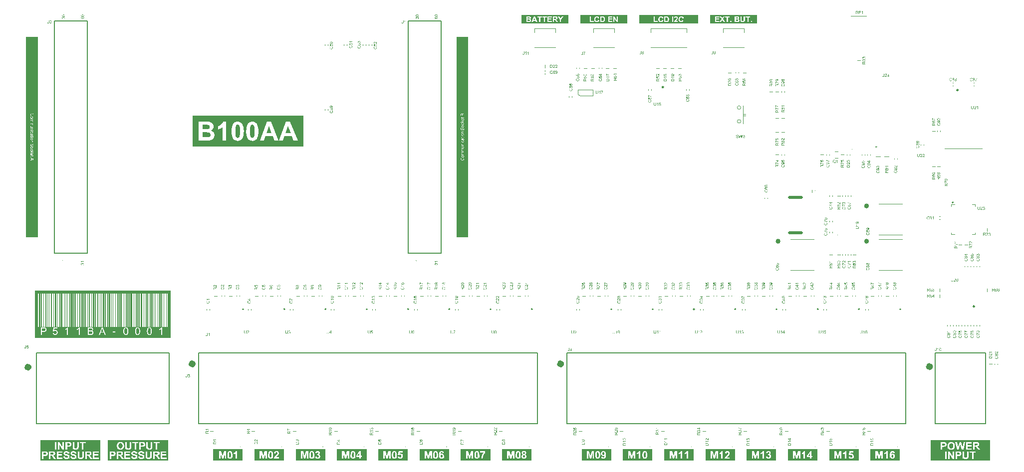
<source format=gto>
G04*
G04 #@! TF.GenerationSoftware,Altium Limited,Altium Designer,20.0.13 (296)*
G04*
G04 Layer_Color=65535*
%FSLAX25Y25*%
%MOIN*%
G70*
G01*
G75*
%ADD10C,0.00787*%
%ADD11C,0.00394*%
%ADD12C,0.03937*%
%ADD13C,0.00984*%
%ADD14C,0.01575*%
%ADD15C,0.00500*%
%ADD16C,0.01968*%
%ADD17C,0.00787*%
%ADD18C,0.00197*%
G36*
X409449Y288386D02*
X377953D01*
Y294291D01*
X409449D01*
Y288386D01*
D02*
G37*
G36*
X102794Y3465D02*
D01*
Y-3937D01*
X62561D01*
Y3465D01*
D01*
Y9860D01*
X102794D01*
Y3465D01*
D02*
G37*
G36*
X57518Y9772D02*
Y3465D01*
X17285D01*
Y9772D01*
X57518D01*
D02*
G37*
G36*
Y3465D02*
Y-3937D01*
X17285D01*
Y3465D01*
X57518D01*
D02*
G37*
G36*
X303150Y145669D02*
X295276D01*
Y279528D01*
X303150D01*
Y145669D01*
D02*
G37*
G36*
X345472Y-3937D02*
X325787D01*
Y3937D01*
X345472D01*
Y-3937D01*
D02*
G37*
G36*
X426181D02*
X406496D01*
Y3937D01*
X426181D01*
Y-3937D01*
D02*
G37*
G36*
X481299D02*
X461614D01*
Y3937D01*
X481299D01*
Y-3937D01*
D02*
G37*
G36*
X508858D02*
X489173D01*
Y3937D01*
X508858D01*
Y-3937D01*
D02*
G37*
G36*
X591535D02*
X571850D01*
Y3937D01*
X591535D01*
Y-3937D01*
D02*
G37*
G36*
X207677D02*
X187992D01*
Y3937D01*
X207677D01*
Y-3937D01*
D02*
G37*
G36*
X104276Y78252D02*
X13724D01*
Y109748D01*
X104276D01*
Y78252D01*
D02*
G37*
G36*
X262795Y-3937D02*
X243110D01*
Y3937D01*
X262795D01*
Y-3937D01*
D02*
G37*
G36*
X152559D02*
X132874D01*
Y3937D01*
X152559D01*
Y-3937D01*
D02*
G37*
G36*
X193194Y206087D02*
X119161D01*
Y226836D01*
X193194D01*
Y206087D01*
D02*
G37*
G36*
X398622Y-3937D02*
X378937D01*
Y3937D01*
X398622D01*
Y-3937D01*
D02*
G37*
G36*
X563976D02*
X544291D01*
Y3937D01*
X563976D01*
Y-3937D01*
D02*
G37*
G36*
X453740D02*
X434055D01*
Y3937D01*
X453740D01*
Y-3937D01*
D02*
G37*
G36*
X370079Y288386D02*
X338583D01*
Y294291D01*
X370079D01*
Y288386D01*
D02*
G37*
G36*
X496063D02*
X464567D01*
Y294291D01*
X496063D01*
Y288386D01*
D02*
G37*
G36*
X651575Y3378D02*
Y-3937D01*
X612205D01*
Y3378D01*
Y9772D01*
X651575D01*
Y3378D01*
D02*
G37*
G36*
X290354Y-3937D02*
X270669D01*
Y3937D01*
X290354D01*
Y-3937D01*
D02*
G37*
G36*
X575751Y206082D02*
X576300D01*
Y205848D01*
X575751D01*
Y205298D01*
X575520D01*
Y205848D01*
X574967D01*
Y206082D01*
X575520D01*
Y206632D01*
X575751D01*
Y206082D01*
D02*
G37*
G36*
X235236Y-3937D02*
X215551D01*
Y3937D01*
X235236D01*
Y-3937D01*
D02*
G37*
G36*
X15748Y279528D02*
Y145669D01*
X7874D01*
Y279528D01*
X15748D01*
D02*
G37*
G36*
X456693Y288386D02*
X417323D01*
Y294291D01*
X456693D01*
Y288386D01*
D02*
G37*
G36*
X180118Y-3937D02*
X160433D01*
Y3937D01*
X180118D01*
Y-3937D01*
D02*
G37*
G36*
X536417D02*
X516732D01*
Y3937D01*
X536417D01*
Y-3937D01*
D02*
G37*
G36*
X317913D02*
X298228D01*
Y3937D01*
X317913D01*
Y-3937D01*
D02*
G37*
G36*
X647606Y165993D02*
X647620D01*
X647637Y165991D01*
X647656Y165989D01*
X647677Y165986D01*
X647725Y165977D01*
X647777Y165965D01*
X647830Y165947D01*
X647882Y165923D01*
X647884D01*
X647889Y165919D01*
X647896Y165916D01*
X647905Y165910D01*
X647917Y165903D01*
X647929Y165895D01*
X647961Y165872D01*
X647994Y165846D01*
X648029Y165812D01*
X648064Y165774D01*
X648094Y165730D01*
X648096Y165728D01*
X648097Y165725D01*
X648101Y165718D01*
X648106Y165709D01*
X648111Y165697D01*
X648118Y165685D01*
X648125Y165669D01*
X648132Y165651D01*
X648145Y165613D01*
X648157Y165569D01*
X648166Y165520D01*
X648169Y165496D01*
Y165469D01*
Y165468D01*
Y165464D01*
Y165457D01*
X648167Y165448D01*
Y165436D01*
X648166Y165422D01*
X648160Y165391D01*
X648152Y165354D01*
X648139Y165314D01*
X648122Y165273D01*
X648097Y165231D01*
Y165230D01*
X648094Y165226D01*
X648090Y165221D01*
X648085Y165214D01*
X648068Y165195D01*
X648045Y165170D01*
X648017Y165144D01*
X647980Y165114D01*
X647938Y165088D01*
X647891Y165062D01*
X647893D01*
X647900Y165060D01*
X647908Y165056D01*
X647921Y165053D01*
X647935Y165048D01*
X647952Y165042D01*
X647971Y165034D01*
X647992Y165025D01*
X648038Y165002D01*
X648061Y164988D01*
X648083Y164972D01*
X648106Y164955D01*
X648129Y164934D01*
X648150Y164913D01*
X648169Y164890D01*
X648171Y164888D01*
X648173Y164885D01*
X648178Y164876D01*
X648185Y164867D01*
X648192Y164853D01*
X648201Y164839D01*
X648209Y164822D01*
X648220Y164801D01*
X648229Y164778D01*
X648237Y164754D01*
X648246Y164727D01*
X648253Y164698D01*
X648260Y164668D01*
X648265Y164635D01*
X648267Y164601D01*
X648269Y164565D01*
Y164561D01*
Y164552D01*
X648267Y164538D01*
X648265Y164521D01*
X648264Y164498D01*
X648258Y164472D01*
X648253Y164442D01*
X648244Y164409D01*
X648234Y164376D01*
X648222Y164339D01*
X648206Y164302D01*
X648187Y164264D01*
X648164Y164227D01*
X648139Y164188D01*
X648110Y164152D01*
X648075Y164117D01*
X648073Y164115D01*
X648066Y164110D01*
X648055Y164099D01*
X648040Y164089D01*
X648020Y164075D01*
X647998Y164059D01*
X647971Y164043D01*
X647942Y164026D01*
X647908Y164008D01*
X647872Y163992D01*
X647831Y163977D01*
X647788Y163963D01*
X647742Y163952D01*
X647693Y163943D01*
X647642Y163936D01*
X647588Y163935D01*
X647576D01*
X647562Y163936D01*
X647544D01*
X647522Y163940D01*
X647495Y163943D01*
X647466Y163949D01*
X647434Y163954D01*
X647399Y163963D01*
X647364Y163973D01*
X647327Y163985D01*
X647291Y164001D01*
X647252Y164019D01*
X647217Y164040D01*
X647180Y164064D01*
X647147Y164092D01*
X647145Y164094D01*
X647140Y164099D01*
X647131Y164108D01*
X647119Y164122D01*
X647105Y164138D01*
X647091Y164155D01*
X647074Y164178D01*
X647056Y164204D01*
X647039Y164232D01*
X647021Y164262D01*
X647005Y164297D01*
X646990Y164334D01*
X646976Y164372D01*
X646963Y164414D01*
X646955Y164458D01*
X646948Y164503D01*
X647196Y164537D01*
Y164535D01*
X647198Y164528D01*
X647201Y164517D01*
X647205Y164502D01*
X647208Y164484D01*
X647215Y164465D01*
X647222Y164442D01*
X647229Y164419D01*
X647250Y164369D01*
X647275Y164320D01*
X647289Y164295D01*
X647305Y164272D01*
X647322Y164251D01*
X647340Y164232D01*
X647341Y164230D01*
X647345Y164229D01*
X647350Y164223D01*
X647359Y164218D01*
X647368Y164211D01*
X647380Y164202D01*
X647394Y164194D01*
X647410Y164187D01*
X647446Y164169D01*
X647488Y164153D01*
X647537Y164143D01*
X647564Y164141D01*
X647590Y164139D01*
X647607D01*
X647620Y164141D01*
X647634Y164143D01*
X647651Y164146D01*
X647670Y164150D01*
X647693Y164155D01*
X647716Y164160D01*
X647739Y164169D01*
X647763Y164178D01*
X647789Y164190D01*
X647814Y164204D01*
X647838Y164220D01*
X647863Y164239D01*
X647886Y164260D01*
X647887Y164262D01*
X647891Y164265D01*
X647896Y164272D01*
X647905Y164281D01*
X647914Y164293D01*
X647924Y164307D01*
X647935Y164325D01*
X647947Y164342D01*
X647957Y164363D01*
X647968Y164386D01*
X647978Y164411D01*
X647987Y164437D01*
X647996Y164465D01*
X648001Y164495D01*
X648005Y164526D01*
X648006Y164559D01*
Y164561D01*
Y164566D01*
Y164575D01*
X648005Y164587D01*
X648003Y164603D01*
X648001Y164619D01*
X647998Y164638D01*
X647992Y164659D01*
X647978Y164703D01*
X647970Y164727D01*
X647959Y164750D01*
X647947Y164775D01*
X647931Y164797D01*
X647914Y164820D01*
X647894Y164841D01*
X647893Y164843D01*
X647889Y164846D01*
X647882Y164852D01*
X647875Y164859D01*
X647863Y164867D01*
X647851Y164876D01*
X647835Y164887D01*
X647817Y164897D01*
X647798Y164906D01*
X647775Y164916D01*
X647753Y164925D01*
X647728Y164934D01*
X647700Y164941D01*
X647672Y164946D01*
X647642Y164950D01*
X647611Y164951D01*
X647599D01*
X647583Y164950D01*
X647564Y164948D01*
X647537Y164944D01*
X647508Y164941D01*
X647474Y164934D01*
X647436Y164925D01*
X647464Y165142D01*
X647467D01*
X647478Y165140D01*
X647492Y165139D01*
X647520D01*
X647530Y165140D01*
X647544D01*
X647560Y165144D01*
X647579Y165146D01*
X647599Y165149D01*
X647642Y165160D01*
X647690Y165174D01*
X647739Y165195D01*
X647763Y165207D01*
X647788Y165221D01*
X647789Y165223D01*
X647793Y165224D01*
X647800Y165230D01*
X647807Y165237D01*
X647817Y165245D01*
X647828Y165256D01*
X647838Y165268D01*
X647851Y165284D01*
X647863Y165301D01*
X647873Y165319D01*
X647884Y165340D01*
X647894Y165363D01*
X647901Y165389D01*
X647908Y165415D01*
X647912Y165445D01*
X647914Y165476D01*
Y165478D01*
Y165482D01*
Y165489D01*
X647912Y165499D01*
X647910Y165510D01*
X647908Y165524D01*
X647901Y165555D01*
X647891Y165590D01*
X647875Y165629D01*
X647865Y165646D01*
X647852Y165665D01*
X647837Y165683D01*
X647821Y165700D01*
X647819Y165702D01*
X647817Y165704D01*
X647812Y165709D01*
X647803Y165714D01*
X647795Y165721D01*
X647784Y165728D01*
X647772Y165737D01*
X647756Y165746D01*
X647723Y165763D01*
X647681Y165777D01*
X647635Y165788D01*
X647609Y165790D01*
X647583Y165791D01*
X647569D01*
X647558Y165790D01*
X647546Y165788D01*
X647532Y165786D01*
X647499Y165781D01*
X647462Y165769D01*
X647422Y165753D01*
X647401Y165742D01*
X647382Y165730D01*
X647362Y165716D01*
X647343Y165700D01*
X647341Y165699D01*
X647340Y165697D01*
X647334Y165692D01*
X647327Y165683D01*
X647320Y165674D01*
X647312Y165662D01*
X647301Y165648D01*
X647292Y165632D01*
X647282Y165615D01*
X647271Y165594D01*
X647261Y165571D01*
X647250Y165546D01*
X647242Y165520D01*
X647233Y165492D01*
X647226Y165461D01*
X647221Y165427D01*
X646972Y165471D01*
Y165475D01*
X646974Y165482D01*
X646977Y165496D01*
X646981Y165511D01*
X646988Y165532D01*
X646995Y165557D01*
X647004Y165583D01*
X647014Y165613D01*
X647026Y165643D01*
X647042Y165674D01*
X647058Y165706D01*
X647077Y165739D01*
X647098Y165770D01*
X647123Y165800D01*
X647149Y165830D01*
X647177Y165856D01*
X647179Y165858D01*
X647184Y165861D01*
X647193Y165868D01*
X647207Y165877D01*
X647222Y165888D01*
X647240Y165900D01*
X647263Y165912D01*
X647287Y165926D01*
X647315Y165938D01*
X647345Y165951D01*
X647378Y165963D01*
X647413Y165973D01*
X647452Y165982D01*
X647492Y165989D01*
X647534Y165993D01*
X647578Y165994D01*
X647593D01*
X647606Y165993D01*
D02*
G37*
G36*
X645033Y164822D02*
Y164818D01*
Y164808D01*
Y164792D01*
X645031Y164771D01*
Y164747D01*
X645030Y164717D01*
X645028Y164684D01*
X645024Y164647D01*
X645021Y164610D01*
X645016Y164570D01*
X645003Y164489D01*
X644986Y164411D01*
X644975Y164374D01*
X644963Y164339D01*
Y164337D01*
X644960Y164332D01*
X644956Y164321D01*
X644949Y164309D01*
X644942Y164293D01*
X644932Y164276D01*
X644921Y164257D01*
X644907Y164236D01*
X644891Y164213D01*
X644872Y164190D01*
X644853Y164166D01*
X644830Y164141D01*
X644804Y164117D01*
X644778Y164094D01*
X644748Y164069D01*
X644715Y164048D01*
X644713Y164047D01*
X644706Y164043D01*
X644697Y164038D01*
X644681Y164031D01*
X644664Y164022D01*
X644643Y164013D01*
X644618Y164003D01*
X644589Y163992D01*
X644557Y163982D01*
X644522Y163971D01*
X644482Y163963D01*
X644442Y163954D01*
X644396Y163947D01*
X644349Y163942D01*
X644298Y163938D01*
X644244Y163936D01*
X644216D01*
X644197Y163938D01*
X644172Y163940D01*
X644144Y163942D01*
X644114Y163945D01*
X644079Y163949D01*
X644044Y163954D01*
X644006Y163959D01*
X643929Y163977D01*
X643890Y163989D01*
X643852Y164001D01*
X643815Y164015D01*
X643780Y164033D01*
X643778Y164034D01*
X643773Y164038D01*
X643763Y164043D01*
X643750Y164050D01*
X643736Y164061D01*
X643719Y164073D01*
X643701Y164089D01*
X643682Y164104D01*
X643661Y164124D01*
X643640Y164145D01*
X643617Y164167D01*
X643596Y164194D01*
X643577Y164222D01*
X643558Y164251D01*
X643540Y164283D01*
X643525Y164316D01*
Y164318D01*
X643521Y164325D01*
X643518Y164335D01*
X643512Y164349D01*
X643507Y164369D01*
X643500Y164391D01*
X643493Y164418D01*
X643486Y164449D01*
X643479Y164482D01*
X643472Y164521D01*
X643465Y164563D01*
X643460Y164608D01*
X643455Y164656D01*
X643451Y164708D01*
X643449Y164764D01*
X643448Y164822D01*
Y165987D01*
X643715D01*
Y164824D01*
Y164820D01*
Y164811D01*
Y164799D01*
Y164780D01*
X643717Y164759D01*
Y164734D01*
X643719Y164706D01*
X643721Y164677D01*
X643728Y164614D01*
X643735Y164551D01*
X643742Y164519D01*
X643747Y164489D01*
X643754Y164461D01*
X643763Y164437D01*
Y164435D01*
X643764Y164432D01*
X643768Y164425D01*
X643771Y164416D01*
X643778Y164405D01*
X643784Y164395D01*
X643803Y164367D01*
X643826Y164335D01*
X643854Y164304D01*
X643889Y164272D01*
X643931Y164244D01*
X643932D01*
X643936Y164241D01*
X643943Y164239D01*
X643952Y164234D01*
X643964Y164229D01*
X643978Y164223D01*
X643994Y164218D01*
X644011Y164211D01*
X644032Y164204D01*
X644053Y164199D01*
X644078Y164194D01*
X644104Y164188D01*
X644160Y164181D01*
X644221Y164178D01*
X644233D01*
X644249Y164180D01*
X644268D01*
X644293Y164181D01*
X644321Y164185D01*
X644351Y164188D01*
X644384Y164195D01*
X644417Y164202D01*
X644452Y164211D01*
X644487Y164222D01*
X644522Y164234D01*
X644555Y164250D01*
X644585Y164267D01*
X644615Y164288D01*
X644639Y164311D01*
X644641Y164313D01*
X644645Y164318D01*
X644652Y164325D01*
X644659Y164337D01*
X644669Y164353D01*
X644680Y164374D01*
X644690Y164397D01*
X644702Y164425D01*
X644715Y164458D01*
X644725Y164495D01*
X644736Y164537D01*
X644746Y164584D01*
X644753Y164635D01*
X644760Y164692D01*
X644764Y164755D01*
X644765Y164824D01*
Y165987D01*
X645033D01*
Y164822D01*
D02*
G37*
G36*
X646074Y165993D02*
X646094D01*
X646118Y165989D01*
X646148Y165986D01*
X646179Y165980D01*
X646213Y165975D01*
X646249Y165966D01*
X646286Y165956D01*
X646325Y165942D01*
X646363Y165926D01*
X646402Y165909D01*
X646438Y165886D01*
X646473Y165861D01*
X646507Y165833D01*
X646508Y165832D01*
X646514Y165826D01*
X646522Y165818D01*
X646533Y165805D01*
X646547Y165790D01*
X646561Y165770D01*
X646575Y165748D01*
X646592Y165723D01*
X646608Y165695D01*
X646622Y165665D01*
X646638Y165632D01*
X646650Y165597D01*
X646661Y165560D01*
X646669Y165520D01*
X646675Y165478D01*
X646676Y165434D01*
Y165433D01*
Y165429D01*
Y165422D01*
Y165413D01*
X646675Y165403D01*
Y165389D01*
X646669Y165359D01*
X646664Y165322D01*
X646655Y165282D01*
X646643Y165238D01*
X646626Y165195D01*
Y165193D01*
X646624Y165189D01*
X646620Y165182D01*
X646617Y165175D01*
X646612Y165163D01*
X646605Y165151D01*
X646596Y165137D01*
X646587Y165121D01*
X646564Y165084D01*
X646536Y165042D01*
X646501Y164997D01*
X646461Y164950D01*
X646459Y164948D01*
X646456Y164944D01*
X646449Y164936D01*
X646440Y164925D01*
X646426Y164913D01*
X646410Y164897D01*
X646393Y164878D01*
X646372Y164857D01*
X646346Y164832D01*
X646318Y164806D01*
X646288Y164776D01*
X646253Y164745D01*
X646216Y164712D01*
X646174Y164675D01*
X646130Y164636D01*
X646081Y164594D01*
X646080Y164593D01*
X646071Y164586D01*
X646060Y164577D01*
X646045Y164565D01*
X646027Y164549D01*
X646008Y164531D01*
X645985Y164512D01*
X645962Y164493D01*
X645913Y164451D01*
X645866Y164409D01*
X645845Y164390D01*
X645824Y164370D01*
X645808Y164355D01*
X645794Y164341D01*
X645791Y164337D01*
X645784Y164330D01*
X645772Y164316D01*
X645758Y164299D01*
X645742Y164279D01*
X645724Y164257D01*
X645707Y164232D01*
X645691Y164208D01*
X646680D01*
Y163970D01*
X645346D01*
Y163971D01*
Y163973D01*
Y163978D01*
Y163985D01*
Y164003D01*
X645348Y164024D01*
X645352Y164050D01*
X645357Y164080D01*
X645364Y164110D01*
X645374Y164141D01*
Y164143D01*
X645376Y164148D01*
X645380Y164155D01*
X645385Y164164D01*
X645390Y164176D01*
X645397Y164192D01*
X645404Y164208D01*
X645415Y164225D01*
X645436Y164267D01*
X645465Y164311D01*
X645499Y164360D01*
X645537Y164409D01*
X645539Y164411D01*
X645542Y164414D01*
X645549Y164423D01*
X645558Y164432D01*
X645570Y164444D01*
X645584Y164460D01*
X645600Y164477D01*
X645619Y164496D01*
X645642Y164517D01*
X645665Y164540D01*
X645693Y164566D01*
X645721Y164593D01*
X645752Y164621D01*
X645786Y164650D01*
X645822Y164682D01*
X645861Y164713D01*
X645863D01*
X645864Y164717D01*
X645875Y164726D01*
X645892Y164740D01*
X645913Y164759D01*
X645941Y164782D01*
X645971Y164808D01*
X646004Y164838D01*
X646039Y164869D01*
X646076Y164902D01*
X646115Y164937D01*
X646151Y164972D01*
X646188Y165009D01*
X646221Y165044D01*
X646253Y165079D01*
X646281Y165111D01*
X646305Y165142D01*
X646307Y165144D01*
X646311Y165149D01*
X646316Y165158D01*
X646323Y165168D01*
X646332Y165182D01*
X646342Y165200D01*
X646353Y165217D01*
X646363Y165238D01*
X646384Y165284D01*
X646403Y165335D01*
X646410Y165361D01*
X646416Y165387D01*
X646419Y165413D01*
X646421Y165440D01*
Y165441D01*
Y165447D01*
Y165454D01*
X646419Y165464D01*
X646417Y165476D01*
X646416Y165492D01*
X646412Y165508D01*
X646409Y165525D01*
X646395Y165566D01*
X646388Y165585D01*
X646377Y165606D01*
X646365Y165627D01*
X646351Y165648D01*
X646335Y165669D01*
X646316Y165688D01*
X646314Y165690D01*
X646311Y165693D01*
X646305Y165697D01*
X646297Y165704D01*
X646286Y165711D01*
X646274Y165720D01*
X646260Y165730D01*
X646242Y165739D01*
X646223Y165748D01*
X646202Y165758D01*
X646179Y165767D01*
X646155Y165774D01*
X646130Y165781D01*
X646102Y165786D01*
X646073Y165788D01*
X646041Y165790D01*
X646024D01*
X646011Y165788D01*
X645997Y165786D01*
X645980Y165784D01*
X645959Y165781D01*
X645938Y165776D01*
X645892Y165763D01*
X645870Y165755D01*
X645845Y165744D01*
X645822Y165732D01*
X645800Y165716D01*
X645777Y165700D01*
X645756Y165681D01*
X645754Y165679D01*
X645751Y165676D01*
X645745Y165671D01*
X645740Y165662D01*
X645731Y165650D01*
X645723Y165637D01*
X645712Y165622D01*
X645703Y165604D01*
X645693Y165583D01*
X645682Y165560D01*
X645674Y165536D01*
X645667Y165510D01*
X645660Y165482D01*
X645654Y165450D01*
X645651Y165419D01*
X645649Y165384D01*
X645394Y165410D01*
Y165413D01*
X645395Y165422D01*
X645397Y165438D01*
X645401Y165457D01*
X645404Y165480D01*
X645411Y165508D01*
X645418Y165538D01*
X645427Y165571D01*
X645439Y165606D01*
X645451Y165641D01*
X645467Y165678D01*
X645486Y165713D01*
X645507Y165749D01*
X645530Y165783D01*
X645558Y165814D01*
X645588Y165844D01*
X645590Y165846D01*
X645597Y165851D01*
X645605Y165858D01*
X645619Y165867D01*
X645637Y165879D01*
X645658Y165891D01*
X645682Y165905D01*
X645710Y165919D01*
X645740Y165933D01*
X645775Y165947D01*
X645814Y165959D01*
X645854Y165972D01*
X645898Y165980D01*
X645945Y165987D01*
X645994Y165993D01*
X646046Y165994D01*
X646059D01*
X646074Y165993D01*
D02*
G37*
G36*
X563129Y155954D02*
X563160D01*
X563199Y155952D01*
X563241Y155949D01*
X563286Y155945D01*
X563333Y155940D01*
X563384Y155935D01*
X563487Y155921D01*
X563538Y155910D01*
X563587Y155900D01*
X563634Y155886D01*
X563680Y155872D01*
X563682Y155870D01*
X563690Y155868D01*
X563703Y155863D01*
X563717Y155856D01*
X563736Y155847D01*
X563759Y155837D01*
X563783Y155824D01*
X563809Y155809D01*
X563837Y155793D01*
X563865Y155774D01*
X563895Y155753D01*
X563923Y155730D01*
X563951Y155707D01*
X563979Y155679D01*
X564005Y155651D01*
X564028Y155621D01*
X564030Y155620D01*
X564033Y155614D01*
X564039Y155604D01*
X564047Y155592D01*
X564056Y155576D01*
X564065Y155557D01*
X564077Y155536D01*
X564088Y155511D01*
X564098Y155483D01*
X564109Y155453D01*
X564119Y155422D01*
X564128Y155387D01*
X564137Y155352D01*
X564142Y155313D01*
X564145Y155273D01*
X564147Y155233D01*
Y155222D01*
X564145Y155210D01*
Y155193D01*
X564144Y155173D01*
X564140Y155149D01*
X564137Y155124D01*
X564131Y155095D01*
X564124Y155065D01*
X564116Y155033D01*
X564105Y155002D01*
X564091Y154969D01*
X564077Y154935D01*
X564060Y154904D01*
X564039Y154874D01*
X564016Y154844D01*
X564014Y154843D01*
X564009Y154837D01*
X564002Y154830D01*
X563991Y154820D01*
X563977Y154809D01*
X563962Y154795D01*
X563942Y154781D01*
X563920Y154766D01*
X563895Y154752D01*
X563867Y154736D01*
X563837Y154720D01*
X563804Y154706D01*
X563769Y154694D01*
X563731Y154682D01*
X563690Y154673D01*
X563647Y154666D01*
X563624Y154904D01*
X563626D01*
X563631Y154906D01*
X563640Y154907D01*
X563652Y154909D01*
X563666Y154913D01*
X563682Y154918D01*
X563718Y154930D01*
X563759Y154944D01*
X563799Y154965D01*
X563837Y154988D01*
X563853Y155002D01*
X563869Y155018D01*
Y155019D01*
X563872Y155021D01*
X563876Y155026D01*
X563881Y155033D01*
X563886Y155042D01*
X563893Y155053D01*
X563906Y155077D01*
X563920Y155109D01*
X563932Y155145D01*
X563941Y155189D01*
X563942Y155212D01*
X563944Y155236D01*
Y155256D01*
X563942Y155266D01*
X563941Y155277D01*
X563937Y155305D01*
X563932Y155336D01*
X563923Y155369D01*
X563911Y155404D01*
X563893Y155438D01*
Y155439D01*
X563892Y155441D01*
X563883Y155452D01*
X563872Y155467D01*
X563857Y155487D01*
X563836Y155509D01*
X563813Y155532D01*
X563785Y155557D01*
X563753Y155578D01*
X563752D01*
X563750Y155579D01*
X563745Y155583D01*
X563738Y155586D01*
X563729Y155592D01*
X563718Y155597D01*
X563706Y155604D01*
X563690Y155611D01*
X563657Y155625D01*
X563617Y155641D01*
X563570Y155656D01*
X563517Y155670D01*
X563515D01*
X563510Y155672D01*
X563503Y155674D01*
X563491Y155676D01*
X563479Y155679D01*
X563461Y155683D01*
X563444Y155686D01*
X563423Y155690D01*
X563402Y155691D01*
X563377Y155695D01*
X563326Y155702D01*
X563272Y155705D01*
X563214Y155707D01*
X563211D01*
X563202D01*
X563186D01*
X563167D01*
X563171Y155704D01*
X563176Y155700D01*
X563185Y155693D01*
X563195Y155686D01*
X563206Y155677D01*
X563234Y155653D01*
X563263Y155625D01*
X563295Y155590D01*
X563326Y155548D01*
X563356Y155502D01*
Y155501D01*
X563360Y155497D01*
X563363Y155490D01*
X563368Y155480D01*
X563374Y155469D01*
X563379Y155453D01*
X563386Y155438D01*
X563393Y155420D01*
X563407Y155378D01*
X563417Y155333D01*
X563426Y155280D01*
X563430Y155226D01*
Y155215D01*
X563428Y155201D01*
X563426Y155184D01*
X563424Y155163D01*
X563421Y155138D01*
X563414Y155110D01*
X563407Y155079D01*
X563398Y155047D01*
X563386Y155012D01*
X563370Y154977D01*
X563354Y154942D01*
X563333Y154906D01*
X563309Y154871D01*
X563281Y154836D01*
X563249Y154802D01*
X563248Y154801D01*
X563241Y154795D01*
X563230Y154787D01*
X563216Y154776D01*
X563199Y154762D01*
X563176Y154748D01*
X563150Y154732D01*
X563122Y154717D01*
X563088Y154699D01*
X563052Y154683D01*
X563013Y154669D01*
X562969Y154657D01*
X562924Y154645D01*
X562877Y154636D01*
X562824Y154631D01*
X562770Y154629D01*
X562768D01*
X562766D01*
X562756D01*
X562740Y154631D01*
X562719Y154633D01*
X562693Y154634D01*
X562663Y154638D01*
X562630Y154645D01*
X562593Y154652D01*
X562555Y154661D01*
X562514Y154673D01*
X562474Y154689D01*
X562432Y154704D01*
X562392Y154725D01*
X562352Y154750D01*
X562313Y154778D01*
X562276Y154809D01*
X562275Y154811D01*
X562268Y154818D01*
X562259Y154829D01*
X562247Y154843D01*
X562233Y154860D01*
X562217Y154881D01*
X562199Y154906D01*
X562182Y154934D01*
X562164Y154965D01*
X562149Y155000D01*
X562133Y155037D01*
X562119Y155077D01*
X562107Y155119D01*
X562098Y155165D01*
X562091Y155212D01*
X562089Y155263D01*
Y155282D01*
X562091Y155296D01*
X562093Y155313D01*
X562094Y155333D01*
X562098Y155355D01*
X562103Y155382D01*
X562108Y155408D01*
X562115Y155436D01*
X562124Y155466D01*
X562135Y155497D01*
X562147Y155529D01*
X562161Y155560D01*
X562177Y155590D01*
X562196Y155621D01*
X562198Y155623D01*
X562201Y155628D01*
X562206Y155637D01*
X562215Y155648D01*
X562226Y155662D01*
X562240Y155677D01*
X562255Y155695D01*
X562273Y155714D01*
X562292Y155733D01*
X562315Y155754D01*
X562339Y155775D01*
X562367Y155796D01*
X562397Y155816D01*
X562427Y155835D01*
X562462Y155854D01*
X562497Y155870D01*
X562499Y155872D01*
X562506Y155873D01*
X562518Y155879D01*
X562534Y155884D01*
X562553Y155889D01*
X562579Y155898D01*
X562607Y155905D01*
X562640Y155914D01*
X562679Y155921D01*
X562721Y155929D01*
X562768Y155936D01*
X562819Y155942D01*
X562873Y155949D01*
X562933Y155952D01*
X562996Y155954D01*
X563064Y155956D01*
X563066D01*
X563067D01*
X563074D01*
X563081D01*
X563090D01*
X563101D01*
X563129Y155954D01*
D02*
G37*
G36*
X564114Y153745D02*
X562537D01*
X562539Y153744D01*
X562541Y153742D01*
X562546Y153737D01*
X562551Y153730D01*
X562560Y153719D01*
X562569Y153709D01*
X562579Y153696D01*
X562591Y153682D01*
X562616Y153647D01*
X562646Y153607D01*
X562677Y153562D01*
X562709Y153509D01*
X562710Y153507D01*
X562712Y153502D01*
X562717Y153495D01*
X562723Y153485D01*
X562730Y153472D01*
X562737Y153458D01*
X562747Y153441D01*
X562756Y153423D01*
X562777Y153383D01*
X562798Y153339D01*
X562819Y153294D01*
X562836Y153250D01*
X562597D01*
X562595Y153252D01*
X562591Y153259D01*
X562586Y153271D01*
X562579Y153285D01*
X562570Y153303D01*
X562558Y153324D01*
X562546Y153346D01*
X562530Y153373D01*
X562514Y153401D01*
X562495Y153429D01*
X562455Y153490D01*
X562409Y153553D01*
X562360Y153612D01*
X562359Y153614D01*
X562353Y153619D01*
X562346Y153626D01*
X562336Y153639D01*
X562324Y153651D01*
X562310Y153665D01*
X562292Y153681D01*
X562275Y153698D01*
X562233Y153735D01*
X562187Y153772D01*
X562138Y153805D01*
X562114Y153821D01*
X562089Y153833D01*
Y153994D01*
X564114D01*
Y153745D01*
D02*
G37*
G36*
X563312Y152715D02*
X563337D01*
X563367Y152713D01*
X563400Y152711D01*
X563437Y152708D01*
X563473Y152704D01*
X563514Y152699D01*
X563594Y152687D01*
X563673Y152669D01*
X563710Y152659D01*
X563745Y152646D01*
X563746D01*
X563752Y152643D01*
X563762Y152639D01*
X563774Y152632D01*
X563790Y152625D01*
X563808Y152615D01*
X563827Y152604D01*
X563848Y152590D01*
X563871Y152575D01*
X563893Y152555D01*
X563918Y152536D01*
X563942Y152513D01*
X563967Y152487D01*
X563990Y152461D01*
X564014Y152431D01*
X564035Y152398D01*
X564037Y152396D01*
X564040Y152389D01*
X564046Y152380D01*
X564053Y152365D01*
X564061Y152347D01*
X564070Y152326D01*
X564081Y152302D01*
X564091Y152272D01*
X564102Y152240D01*
X564112Y152205D01*
X564121Y152165D01*
X564130Y152125D01*
X564137Y152079D01*
X564142Y152032D01*
X564145Y151981D01*
X564147Y151927D01*
Y151899D01*
X564145Y151880D01*
X564144Y151855D01*
X564142Y151827D01*
X564138Y151798D01*
X564135Y151763D01*
X564130Y151728D01*
X564124Y151689D01*
X564107Y151612D01*
X564095Y151574D01*
X564082Y151535D01*
X564068Y151498D01*
X564051Y151463D01*
X564049Y151462D01*
X564046Y151456D01*
X564040Y151446D01*
X564033Y151434D01*
X564023Y151420D01*
X564011Y151402D01*
X563995Y151385D01*
X563979Y151365D01*
X563960Y151344D01*
X563939Y151323D01*
X563916Y151301D01*
X563890Y151280D01*
X563862Y151260D01*
X563832Y151241D01*
X563801Y151224D01*
X563767Y151208D01*
X563766D01*
X563759Y151204D01*
X563748Y151201D01*
X563734Y151196D01*
X563715Y151190D01*
X563692Y151183D01*
X563666Y151176D01*
X563634Y151169D01*
X563601Y151162D01*
X563563Y151155D01*
X563521Y151148D01*
X563475Y151143D01*
X563428Y151138D01*
X563375Y151134D01*
X563319Y151133D01*
X563262Y151131D01*
X562096D01*
Y151399D01*
X563260D01*
X563263D01*
X563272D01*
X563284D01*
X563304D01*
X563325Y151400D01*
X563349D01*
X563377Y151402D01*
X563407Y151404D01*
X563470Y151411D01*
X563533Y151418D01*
X563564Y151425D01*
X563594Y151430D01*
X563622Y151437D01*
X563647Y151446D01*
X563648D01*
X563652Y151448D01*
X563659Y151451D01*
X563668Y151455D01*
X563678Y151462D01*
X563689Y151467D01*
X563717Y151486D01*
X563748Y151509D01*
X563780Y151537D01*
X563811Y151572D01*
X563839Y151614D01*
Y151616D01*
X563843Y151619D01*
X563844Y151626D01*
X563850Y151635D01*
X563855Y151647D01*
X563860Y151661D01*
X563865Y151677D01*
X563872Y151694D01*
X563879Y151715D01*
X563885Y151736D01*
X563890Y151761D01*
X563895Y151787D01*
X563902Y151843D01*
X563906Y151904D01*
Y151917D01*
X563904Y151932D01*
Y151952D01*
X563902Y151976D01*
X563899Y152004D01*
X563895Y152034D01*
X563888Y152067D01*
X563881Y152100D01*
X563872Y152135D01*
X563862Y152170D01*
X563850Y152205D01*
X563834Y152239D01*
X563816Y152268D01*
X563795Y152298D01*
X563773Y152323D01*
X563771Y152324D01*
X563766Y152328D01*
X563759Y152335D01*
X563746Y152342D01*
X563731Y152352D01*
X563710Y152363D01*
X563687Y152373D01*
X563659Y152386D01*
X563626Y152398D01*
X563589Y152408D01*
X563547Y152419D01*
X563500Y152429D01*
X563449Y152436D01*
X563391Y152443D01*
X563328Y152447D01*
X563260Y152449D01*
X562096D01*
Y152716D01*
X563262D01*
X563265D01*
X563276D01*
X563291D01*
X563312Y152715D01*
D02*
G37*
G36*
X604697Y200053D02*
Y200050D01*
Y200039D01*
Y200024D01*
X604695Y200003D01*
Y199978D01*
X604694Y199948D01*
X604692Y199915D01*
X604688Y199878D01*
X604685Y199842D01*
X604680Y199801D01*
X604667Y199721D01*
X604650Y199642D01*
X604639Y199605D01*
X604627Y199570D01*
Y199569D01*
X604624Y199563D01*
X604620Y199553D01*
X604613Y199541D01*
X604606Y199525D01*
X604596Y199507D01*
X604585Y199488D01*
X604571Y199467D01*
X604555Y199444D01*
X604536Y199422D01*
X604517Y199397D01*
X604494Y199373D01*
X604468Y199348D01*
X604442Y199325D01*
X604412Y199301D01*
X604379Y199280D01*
X604377Y199278D01*
X604370Y199275D01*
X604361Y199269D01*
X604345Y199262D01*
X604328Y199254D01*
X604307Y199245D01*
X604282Y199234D01*
X604253Y199224D01*
X604221Y199213D01*
X604186Y199203D01*
X604146Y199194D01*
X604106Y199185D01*
X604060Y199178D01*
X604013Y199173D01*
X603962Y199170D01*
X603908Y199168D01*
X603880D01*
X603861Y199170D01*
X603836Y199171D01*
X603808Y199173D01*
X603778Y199177D01*
X603743Y199180D01*
X603708Y199185D01*
X603670Y199191D01*
X603593Y199208D01*
X603554Y199220D01*
X603516Y199233D01*
X603479Y199247D01*
X603444Y199264D01*
X603442Y199266D01*
X603437Y199269D01*
X603427Y199275D01*
X603414Y199282D01*
X603400Y199292D01*
X603383Y199304D01*
X603365Y199320D01*
X603346Y199336D01*
X603325Y199355D01*
X603304Y199376D01*
X603281Y199399D01*
X603260Y199425D01*
X603241Y199453D01*
X603222Y199483D01*
X603204Y199514D01*
X603189Y199548D01*
Y199549D01*
X603185Y199556D01*
X603182Y199567D01*
X603176Y199581D01*
X603171Y199600D01*
X603164Y199623D01*
X603157Y199649D01*
X603150Y199681D01*
X603143Y199714D01*
X603136Y199752D01*
X603129Y199794D01*
X603124Y199840D01*
X603119Y199887D01*
X603115Y199940D01*
X603113Y199996D01*
X603112Y200053D01*
Y201219D01*
X603379D01*
Y200055D01*
Y200052D01*
Y200043D01*
Y200031D01*
Y200011D01*
X603381Y199990D01*
Y199966D01*
X603383Y199938D01*
X603385Y199908D01*
X603392Y199845D01*
X603399Y199782D01*
X603406Y199751D01*
X603411Y199721D01*
X603418Y199693D01*
X603427Y199668D01*
Y199667D01*
X603428Y199663D01*
X603432Y199656D01*
X603435Y199647D01*
X603442Y199637D01*
X603448Y199626D01*
X603467Y199598D01*
X603490Y199567D01*
X603518Y199535D01*
X603553Y199504D01*
X603595Y199476D01*
X603596D01*
X603600Y199472D01*
X603607Y199471D01*
X603616Y199465D01*
X603628Y199460D01*
X603642Y199455D01*
X603658Y199450D01*
X603675Y199443D01*
X603696Y199436D01*
X603717Y199430D01*
X603742Y199425D01*
X603768Y199420D01*
X603824Y199413D01*
X603885Y199409D01*
X603897D01*
X603913Y199411D01*
X603932D01*
X603957Y199413D01*
X603985Y199416D01*
X604015Y199420D01*
X604048Y199427D01*
X604081Y199434D01*
X604116Y199443D01*
X604151Y199453D01*
X604186Y199465D01*
X604219Y199481D01*
X604249Y199499D01*
X604279Y199520D01*
X604303Y199542D01*
X604305Y199544D01*
X604309Y199549D01*
X604316Y199556D01*
X604323Y199569D01*
X604333Y199584D01*
X604344Y199605D01*
X604354Y199628D01*
X604366Y199656D01*
X604379Y199689D01*
X604389Y199726D01*
X604400Y199768D01*
X604410Y199815D01*
X604417Y199866D01*
X604424Y199924D01*
X604428Y199987D01*
X604429Y200055D01*
Y201219D01*
X604697D01*
Y200053D01*
D02*
G37*
G36*
X607306Y201224D02*
X607326D01*
X607350Y201221D01*
X607380Y201217D01*
X607411Y201212D01*
X607445Y201207D01*
X607481Y201198D01*
X607518Y201187D01*
X607557Y201173D01*
X607595Y201158D01*
X607634Y201140D01*
X607670Y201117D01*
X607705Y201093D01*
X607739Y201065D01*
X607740Y201063D01*
X607746Y201058D01*
X607754Y201049D01*
X607765Y201037D01*
X607779Y201021D01*
X607793Y201002D01*
X607807Y200979D01*
X607824Y200955D01*
X607840Y200927D01*
X607854Y200897D01*
X607870Y200864D01*
X607882Y200829D01*
X607893Y200792D01*
X607901Y200752D01*
X607907Y200710D01*
X607908Y200666D01*
Y200664D01*
Y200661D01*
Y200654D01*
Y200645D01*
X607907Y200634D01*
Y200620D01*
X607901Y200591D01*
X607896Y200554D01*
X607887Y200514D01*
X607875Y200470D01*
X607858Y200426D01*
Y200424D01*
X607856Y200421D01*
X607852Y200414D01*
X607849Y200407D01*
X607844Y200395D01*
X607837Y200382D01*
X607828Y200368D01*
X607819Y200353D01*
X607796Y200316D01*
X607768Y200274D01*
X607733Y200228D01*
X607693Y200181D01*
X607691Y200179D01*
X607688Y200176D01*
X607681Y200167D01*
X607672Y200157D01*
X607658Y200144D01*
X607642Y200129D01*
X607625Y200109D01*
X607604Y200088D01*
X607578Y200064D01*
X607550Y200038D01*
X607520Y200008D01*
X607485Y199976D01*
X607448Y199943D01*
X607406Y199906D01*
X607362Y199868D01*
X607313Y199826D01*
X607312Y199824D01*
X607303Y199817D01*
X607292Y199808D01*
X607277Y199796D01*
X607259Y199780D01*
X607240Y199763D01*
X607217Y199744D01*
X607194Y199724D01*
X607145Y199682D01*
X607098Y199640D01*
X607077Y199621D01*
X607056Y199602D01*
X607040Y199586D01*
X607026Y199572D01*
X607023Y199569D01*
X607016Y199562D01*
X607004Y199548D01*
X606990Y199530D01*
X606974Y199511D01*
X606956Y199488D01*
X606939Y199464D01*
X606923Y199439D01*
X607912D01*
Y199201D01*
X606578D01*
Y199203D01*
Y199205D01*
Y199210D01*
Y199217D01*
Y199234D01*
X606580Y199255D01*
X606584Y199282D01*
X606589Y199311D01*
X606596Y199341D01*
X606606Y199373D01*
Y199374D01*
X606608Y199380D01*
X606612Y199387D01*
X606617Y199395D01*
X606622Y199408D01*
X606629Y199423D01*
X606636Y199439D01*
X606647Y199457D01*
X606668Y199499D01*
X606697Y199542D01*
X606731Y199591D01*
X606769Y199640D01*
X606771Y199642D01*
X606774Y199646D01*
X606781Y199654D01*
X606790Y199663D01*
X606802Y199675D01*
X606816Y199691D01*
X606832Y199709D01*
X606851Y199728D01*
X606874Y199749D01*
X606897Y199772D01*
X606925Y199798D01*
X606953Y199824D01*
X606984Y199852D01*
X607018Y199882D01*
X607054Y199913D01*
X607093Y199945D01*
X607095D01*
X607096Y199948D01*
X607107Y199957D01*
X607124Y199971D01*
X607145Y199990D01*
X607173Y200013D01*
X607203Y200039D01*
X607236Y200069D01*
X607271Y200101D01*
X607308Y200134D01*
X607347Y200169D01*
X607383Y200204D01*
X607420Y200241D01*
X607453Y200276D01*
X607485Y200311D01*
X607513Y200342D01*
X607537Y200374D01*
X607539Y200375D01*
X607543Y200381D01*
X607548Y200389D01*
X607555Y200400D01*
X607564Y200414D01*
X607574Y200431D01*
X607585Y200449D01*
X607595Y200470D01*
X607616Y200515D01*
X607635Y200566D01*
X607642Y200592D01*
X607648Y200619D01*
X607651Y200645D01*
X607653Y200671D01*
Y200673D01*
Y200678D01*
Y200685D01*
X607651Y200696D01*
X607649Y200708D01*
X607648Y200724D01*
X607644Y200739D01*
X607641Y200757D01*
X607627Y200797D01*
X607620Y200816D01*
X607609Y200837D01*
X607597Y200858D01*
X607583Y200879D01*
X607567Y200900D01*
X607548Y200920D01*
X607546Y200921D01*
X607543Y200925D01*
X607537Y200928D01*
X607529Y200935D01*
X607518Y200942D01*
X607506Y200951D01*
X607492Y200962D01*
X607474Y200970D01*
X607455Y200979D01*
X607434Y200990D01*
X607411Y200998D01*
X607387Y201005D01*
X607362Y201012D01*
X607334Y201018D01*
X607305Y201019D01*
X607273Y201021D01*
X607256D01*
X607243Y201019D01*
X607229Y201018D01*
X607212Y201016D01*
X607191Y201012D01*
X607170Y201007D01*
X607124Y200995D01*
X607102Y200986D01*
X607077Y200976D01*
X607054Y200963D01*
X607032Y200948D01*
X607009Y200932D01*
X606988Y200913D01*
X606986Y200911D01*
X606983Y200907D01*
X606977Y200902D01*
X606972Y200893D01*
X606963Y200881D01*
X606955Y200869D01*
X606944Y200853D01*
X606935Y200836D01*
X606925Y200815D01*
X606914Y200792D01*
X606906Y200767D01*
X606899Y200741D01*
X606892Y200713D01*
X606886Y200682D01*
X606883Y200650D01*
X606881Y200615D01*
X606626Y200641D01*
Y200645D01*
X606627Y200654D01*
X606629Y200669D01*
X606633Y200689D01*
X606636Y200711D01*
X606643Y200739D01*
X606650Y200769D01*
X606659Y200802D01*
X606671Y200837D01*
X606683Y200872D01*
X606699Y200909D01*
X606718Y200944D01*
X606739Y200981D01*
X606762Y201014D01*
X606790Y201046D01*
X606820Y201075D01*
X606822Y201077D01*
X606829Y201082D01*
X606837Y201089D01*
X606851Y201098D01*
X606869Y201110D01*
X606890Y201123D01*
X606914Y201137D01*
X606942Y201151D01*
X606972Y201165D01*
X607007Y201179D01*
X607046Y201191D01*
X607086Y201203D01*
X607130Y201212D01*
X607177Y201219D01*
X607226Y201224D01*
X607278Y201226D01*
X607291D01*
X607306Y201224D01*
D02*
G37*
G36*
X605738D02*
X605758D01*
X605782Y201221D01*
X605812Y201217D01*
X605843Y201212D01*
X605877Y201207D01*
X605913Y201198D01*
X605950Y201187D01*
X605989Y201173D01*
X606027Y201158D01*
X606066Y201140D01*
X606102Y201117D01*
X606137Y201093D01*
X606171Y201065D01*
X606172Y201063D01*
X606178Y201058D01*
X606186Y201049D01*
X606197Y201037D01*
X606211Y201021D01*
X606225Y201002D01*
X606239Y200979D01*
X606256Y200955D01*
X606272Y200927D01*
X606286Y200897D01*
X606302Y200864D01*
X606314Y200829D01*
X606325Y200792D01*
X606333Y200752D01*
X606339Y200710D01*
X606340Y200666D01*
Y200664D01*
Y200661D01*
Y200654D01*
Y200645D01*
X606339Y200634D01*
Y200620D01*
X606333Y200591D01*
X606328Y200554D01*
X606319Y200514D01*
X606307Y200470D01*
X606290Y200426D01*
Y200424D01*
X606288Y200421D01*
X606284Y200414D01*
X606281Y200407D01*
X606276Y200395D01*
X606269Y200382D01*
X606260Y200368D01*
X606251Y200353D01*
X606228Y200316D01*
X606200Y200274D01*
X606165Y200228D01*
X606125Y200181D01*
X606123Y200179D01*
X606120Y200176D01*
X606113Y200167D01*
X606104Y200157D01*
X606090Y200144D01*
X606074Y200129D01*
X606057Y200109D01*
X606036Y200088D01*
X606010Y200064D01*
X605982Y200038D01*
X605952Y200008D01*
X605917Y199976D01*
X605880Y199943D01*
X605838Y199906D01*
X605794Y199868D01*
X605745Y199826D01*
X605744Y199824D01*
X605735Y199817D01*
X605724Y199808D01*
X605709Y199796D01*
X605691Y199780D01*
X605672Y199763D01*
X605649Y199744D01*
X605626Y199724D01*
X605577Y199682D01*
X605530Y199640D01*
X605509Y199621D01*
X605488Y199602D01*
X605472Y199586D01*
X605458Y199572D01*
X605455Y199569D01*
X605448Y199562D01*
X605436Y199548D01*
X605422Y199530D01*
X605406Y199511D01*
X605388Y199488D01*
X605371Y199464D01*
X605355Y199439D01*
X606344D01*
Y199201D01*
X605010D01*
Y199203D01*
Y199205D01*
Y199210D01*
Y199217D01*
Y199234D01*
X605012Y199255D01*
X605016Y199282D01*
X605021Y199311D01*
X605028Y199341D01*
X605038Y199373D01*
Y199374D01*
X605040Y199380D01*
X605044Y199387D01*
X605049Y199395D01*
X605054Y199408D01*
X605061Y199423D01*
X605068Y199439D01*
X605079Y199457D01*
X605100Y199499D01*
X605129Y199542D01*
X605163Y199591D01*
X605201Y199640D01*
X605203Y199642D01*
X605206Y199646D01*
X605213Y199654D01*
X605222Y199663D01*
X605234Y199675D01*
X605248Y199691D01*
X605264Y199709D01*
X605283Y199728D01*
X605306Y199749D01*
X605329Y199772D01*
X605357Y199798D01*
X605385Y199824D01*
X605416Y199852D01*
X605450Y199882D01*
X605486Y199913D01*
X605525Y199945D01*
X605527D01*
X605528Y199948D01*
X605539Y199957D01*
X605556Y199971D01*
X605577Y199990D01*
X605605Y200013D01*
X605635Y200039D01*
X605668Y200069D01*
X605703Y200101D01*
X605740Y200134D01*
X605779Y200169D01*
X605815Y200204D01*
X605852Y200241D01*
X605885Y200276D01*
X605917Y200311D01*
X605945Y200342D01*
X605969Y200374D01*
X605971Y200375D01*
X605975Y200381D01*
X605980Y200389D01*
X605987Y200400D01*
X605996Y200414D01*
X606006Y200431D01*
X606017Y200449D01*
X606027Y200470D01*
X606048Y200515D01*
X606067Y200566D01*
X606074Y200592D01*
X606080Y200619D01*
X606083Y200645D01*
X606085Y200671D01*
Y200673D01*
Y200678D01*
Y200685D01*
X606083Y200696D01*
X606081Y200708D01*
X606080Y200724D01*
X606076Y200739D01*
X606073Y200757D01*
X606059Y200797D01*
X606052Y200816D01*
X606041Y200837D01*
X606029Y200858D01*
X606015Y200879D01*
X605999Y200900D01*
X605980Y200920D01*
X605978Y200921D01*
X605975Y200925D01*
X605969Y200928D01*
X605961Y200935D01*
X605950Y200942D01*
X605938Y200951D01*
X605924Y200962D01*
X605906Y200970D01*
X605887Y200979D01*
X605866Y200990D01*
X605843Y200998D01*
X605819Y201005D01*
X605794Y201012D01*
X605766Y201018D01*
X605737Y201019D01*
X605705Y201021D01*
X605688D01*
X605675Y201019D01*
X605661Y201018D01*
X605644Y201016D01*
X605623Y201012D01*
X605602Y201007D01*
X605556Y200995D01*
X605534Y200986D01*
X605509Y200976D01*
X605486Y200963D01*
X605464Y200948D01*
X605441Y200932D01*
X605420Y200913D01*
X605418Y200911D01*
X605415Y200907D01*
X605409Y200902D01*
X605404Y200893D01*
X605395Y200881D01*
X605387Y200869D01*
X605376Y200853D01*
X605367Y200836D01*
X605357Y200815D01*
X605346Y200792D01*
X605338Y200767D01*
X605331Y200741D01*
X605324Y200713D01*
X605318Y200682D01*
X605315Y200650D01*
X605313Y200615D01*
X605058Y200641D01*
Y200645D01*
X605059Y200654D01*
X605061Y200669D01*
X605065Y200689D01*
X605068Y200711D01*
X605075Y200739D01*
X605082Y200769D01*
X605091Y200802D01*
X605103Y200837D01*
X605115Y200872D01*
X605131Y200909D01*
X605150Y200944D01*
X605171Y200981D01*
X605194Y201014D01*
X605222Y201046D01*
X605252Y201075D01*
X605254Y201077D01*
X605261Y201082D01*
X605269Y201089D01*
X605283Y201098D01*
X605301Y201110D01*
X605322Y201123D01*
X605346Y201137D01*
X605374Y201151D01*
X605404Y201165D01*
X605439Y201179D01*
X605478Y201191D01*
X605518Y201203D01*
X605562Y201212D01*
X605609Y201219D01*
X605658Y201224D01*
X605710Y201226D01*
X605723D01*
X605738Y201224D01*
D02*
G37*
G36*
X370730Y70150D02*
Y70147D01*
Y70139D01*
Y70126D01*
X370729Y70108D01*
Y70087D01*
X370727Y70063D01*
X370725Y70036D01*
X370724Y70007D01*
X370715Y69943D01*
X370704Y69879D01*
X370689Y69816D01*
X370678Y69786D01*
X370668Y69758D01*
Y69756D01*
X370664Y69753D01*
X370660Y69744D01*
X370655Y69735D01*
X370650Y69723D01*
X370641Y69711D01*
X370620Y69679D01*
X370594Y69646D01*
X370559Y69611D01*
X370520Y69576D01*
X370473Y69546D01*
X370472D01*
X370468Y69543D01*
X370459Y69539D01*
X370450Y69536D01*
X370437Y69530D01*
X370423Y69524D01*
X370405Y69516D01*
X370384Y69511D01*
X370363Y69504D01*
X370339Y69497D01*
X370314Y69492D01*
X370286Y69485D01*
X370227Y69478D01*
X370162Y69475D01*
X370149D01*
X370135Y69476D01*
X370118D01*
X370095Y69480D01*
X370071Y69483D01*
X370041Y69487D01*
X370011Y69494D01*
X369978Y69503D01*
X369945Y69511D01*
X369912Y69524D01*
X369878Y69539D01*
X369845Y69557D01*
X369812Y69576D01*
X369782Y69600D01*
X369754Y69627D01*
X369752Y69629D01*
X369749Y69634D01*
X369742Y69643D01*
X369731Y69655D01*
X369721Y69670D01*
X369710Y69691D01*
X369696Y69714D01*
X369684Y69740D01*
X369672Y69770D01*
X369659Y69804D01*
X369647Y69842D01*
X369637Y69882D01*
X369630Y69926D01*
X369623Y69975D01*
X369619Y70026D01*
Y70080D01*
X369861Y70113D01*
Y70112D01*
Y70103D01*
X369863Y70092D01*
X369864Y70077D01*
X369866Y70057D01*
X369868Y70036D01*
X369871Y70012D01*
X369875Y69987D01*
X369885Y69935D01*
X369901Y69882D01*
X369910Y69858D01*
X369920Y69835D01*
X369933Y69814D01*
X369947Y69797D01*
X369948Y69795D01*
X369950Y69793D01*
X369955Y69789D01*
X369960Y69784D01*
X369978Y69770D01*
X370003Y69754D01*
X370032Y69739D01*
X370069Y69727D01*
X370111Y69716D01*
X370135Y69714D01*
X370160Y69713D01*
X370178D01*
X370197Y69714D01*
X370219Y69718D01*
X370248Y69723D01*
X370275Y69732D01*
X370305Y69742D01*
X370333Y69758D01*
X370337Y69760D01*
X370345Y69767D01*
X370358Y69777D01*
X370374Y69791D01*
X370391Y69809D01*
X370407Y69830D01*
X370423Y69854D01*
X370435Y69882D01*
Y69884D01*
X370437Y69886D01*
X370438Y69891D01*
X370440Y69898D01*
X370442Y69907D01*
X370444Y69917D01*
X370447Y69929D01*
X370449Y69943D01*
X370452Y69961D01*
X370454Y69980D01*
X370456Y70001D01*
X370459Y70024D01*
X370461Y70048D01*
Y70075D01*
X370463Y70104D01*
Y70136D01*
Y71526D01*
X370730D01*
Y70150D01*
D02*
G37*
G36*
X372108Y70218D02*
X372381D01*
Y69991D01*
X372108D01*
Y69508D01*
X371859D01*
Y69991D01*
X370984D01*
Y70218D01*
X371905Y71526D01*
X372108D01*
Y70218D01*
D02*
G37*
G36*
X7817Y71842D02*
Y71839D01*
Y71832D01*
Y71818D01*
X7815Y71800D01*
Y71779D01*
X7813Y71755D01*
X7811Y71728D01*
X7809Y71699D01*
X7801Y71636D01*
X7790Y71571D01*
X7774Y71508D01*
X7764Y71478D01*
X7754Y71450D01*
Y71448D01*
X7750Y71445D01*
X7746Y71436D01*
X7741Y71428D01*
X7736Y71415D01*
X7727Y71403D01*
X7706Y71372D01*
X7680Y71338D01*
X7645Y71303D01*
X7606Y71268D01*
X7559Y71238D01*
X7558D01*
X7554Y71235D01*
X7545Y71232D01*
X7536Y71228D01*
X7523Y71223D01*
X7508Y71216D01*
X7491Y71209D01*
X7470Y71204D01*
X7449Y71197D01*
X7424Y71189D01*
X7400Y71184D01*
X7372Y71177D01*
X7312Y71170D01*
X7248Y71167D01*
X7236D01*
X7221Y71169D01*
X7204D01*
X7181Y71172D01*
X7157Y71175D01*
X7127Y71179D01*
X7097Y71186D01*
X7064Y71195D01*
X7031Y71204D01*
X6998Y71216D01*
X6964Y71232D01*
X6931Y71249D01*
X6898Y71268D01*
X6868Y71293D01*
X6840Y71319D01*
X6838Y71321D01*
X6835Y71326D01*
X6828Y71335D01*
X6817Y71347D01*
X6807Y71363D01*
X6796Y71384D01*
X6782Y71407D01*
X6770Y71433D01*
X6758Y71463D01*
X6746Y71496D01*
X6733Y71534D01*
X6723Y71574D01*
X6716Y71618D01*
X6709Y71667D01*
X6705Y71718D01*
Y71772D01*
X6947Y71806D01*
Y71804D01*
Y71795D01*
X6949Y71785D01*
X6950Y71769D01*
X6952Y71750D01*
X6954Y71728D01*
X6957Y71704D01*
X6961Y71680D01*
X6971Y71627D01*
X6987Y71574D01*
X6996Y71550D01*
X7006Y71527D01*
X7018Y71506D01*
X7033Y71489D01*
X7034Y71487D01*
X7036Y71485D01*
X7041Y71482D01*
X7046Y71477D01*
X7064Y71463D01*
X7089Y71447D01*
X7118Y71431D01*
X7155Y71419D01*
X7197Y71408D01*
X7221Y71407D01*
X7246Y71405D01*
X7264D01*
X7283Y71407D01*
X7305Y71410D01*
X7333Y71415D01*
X7361Y71424D01*
X7391Y71434D01*
X7419Y71450D01*
X7423Y71452D01*
X7431Y71459D01*
X7444Y71469D01*
X7459Y71483D01*
X7477Y71501D01*
X7493Y71522D01*
X7508Y71547D01*
X7521Y71574D01*
Y71576D01*
X7523Y71578D01*
X7524Y71583D01*
X7526Y71590D01*
X7528Y71599D01*
X7530Y71609D01*
X7533Y71622D01*
X7535Y71636D01*
X7538Y71653D01*
X7540Y71672D01*
X7542Y71693D01*
X7545Y71716D01*
X7547Y71741D01*
Y71767D01*
X7549Y71797D01*
Y71828D01*
Y73218D01*
X7817D01*
Y71842D01*
D02*
G37*
G36*
X9395Y72955D02*
X8588D01*
X8480Y72411D01*
X8482Y72413D01*
X8489Y72416D01*
X8497Y72423D01*
X8511Y72430D01*
X8529Y72441D01*
X8548Y72451D01*
X8571Y72464D01*
X8595Y72476D01*
X8623Y72486D01*
X8653Y72499D01*
X8685Y72509D01*
X8718Y72519D01*
X8753Y72527D01*
X8788Y72534D01*
X8824Y72537D01*
X8861Y72539D01*
X8873D01*
X8888Y72537D01*
X8905Y72535D01*
X8928Y72534D01*
X8954Y72528D01*
X8984Y72523D01*
X9017Y72516D01*
X9050Y72505D01*
X9087Y72493D01*
X9124Y72479D01*
X9161Y72462D01*
X9199Y72441D01*
X9236Y72416D01*
X9273Y72388D01*
X9307Y72355D01*
X9309Y72353D01*
X9316Y72346D01*
X9325Y72336D01*
X9336Y72322D01*
X9349Y72304D01*
X9365Y72281D01*
X9381Y72257D01*
X9398Y72227D01*
X9416Y72196D01*
X9432Y72159D01*
X9448Y72120D01*
X9461Y72079D01*
X9472Y72035D01*
X9482Y71987D01*
X9488Y71937D01*
X9489Y71884D01*
Y71881D01*
Y71872D01*
X9488Y71858D01*
Y71839D01*
X9484Y71814D01*
X9481Y71788D01*
X9476Y71757D01*
X9470Y71723D01*
X9461Y71687D01*
X9451Y71648D01*
X9437Y71609D01*
X9421Y71569D01*
X9404Y71529D01*
X9381Y71489D01*
X9357Y71448D01*
X9329Y71410D01*
X9327Y71407D01*
X9320Y71399D01*
X9309Y71387D01*
X9294Y71372D01*
X9274Y71354D01*
X9250Y71333D01*
X9222Y71310D01*
X9190Y71289D01*
X9155Y71267D01*
X9115Y71244D01*
X9071Y71223D01*
X9024Y71205D01*
X8973Y71189D01*
X8919Y71177D01*
X8861Y71170D01*
X8800Y71167D01*
X8788D01*
X8774Y71169D01*
X8755D01*
X8732Y71172D01*
X8704Y71175D01*
X8674Y71179D01*
X8641Y71186D01*
X8606Y71195D01*
X8569Y71205D01*
X8532Y71218D01*
X8494Y71232D01*
X8457Y71249D01*
X8420Y71270D01*
X8383Y71294D01*
X8350Y71321D01*
X8348Y71323D01*
X8343Y71328D01*
X8335Y71337D01*
X8322Y71349D01*
X8310Y71364D01*
X8294Y71384D01*
X8279Y71405D01*
X8261Y71429D01*
X8243Y71457D01*
X8226Y71489D01*
X8208Y71522D01*
X8195Y71559D01*
X8180Y71597D01*
X8168Y71639D01*
X8160Y71683D01*
X8152Y71730D01*
X8413Y71753D01*
Y71751D01*
X8415Y71744D01*
X8417Y71736D01*
X8418Y71722D01*
X8424Y71706D01*
X8427Y71687D01*
X8434Y71667D01*
X8441Y71645D01*
X8459Y71597D01*
X8482Y71550D01*
X8511Y71504D01*
X8527Y71483D01*
X8546Y71464D01*
X8548Y71463D01*
X8551Y71461D01*
X8557Y71456D01*
X8565Y71450D01*
X8576Y71443D01*
X8586Y71434D01*
X8602Y71426D01*
X8618Y71417D01*
X8655Y71399D01*
X8698Y71384D01*
X8746Y71373D01*
X8772Y71372D01*
X8800Y71370D01*
X8809D01*
X8817Y71372D01*
X8830D01*
X8845Y71373D01*
X8863Y71377D01*
X8884Y71380D01*
X8905Y71387D01*
X8929Y71394D01*
X8954Y71403D01*
X8979Y71413D01*
X9003Y71428D01*
X9029Y71442D01*
X9055Y71461D01*
X9080Y71480D01*
X9103Y71504D01*
X9104Y71506D01*
X9108Y71512D01*
X9115Y71518D01*
X9122Y71529D01*
X9131Y71543D01*
X9141Y71559D01*
X9154Y71578D01*
X9166Y71599D01*
X9176Y71623D01*
X9189Y71652D01*
X9199Y71680D01*
X9208Y71713D01*
X9215Y71746D01*
X9222Y71783D01*
X9225Y71821D01*
X9227Y71861D01*
Y71863D01*
Y71870D01*
Y71882D01*
X9225Y71896D01*
X9223Y71914D01*
X9220Y71935D01*
X9217Y71958D01*
X9213Y71982D01*
X9197Y72036D01*
X9189Y72065D01*
X9176Y72092D01*
X9164Y72119D01*
X9146Y72147D01*
X9129Y72171D01*
X9108Y72196D01*
X9106Y72198D01*
X9103Y72201D01*
X9096Y72208D01*
X9087Y72215D01*
X9075Y72224D01*
X9061Y72234D01*
X9043Y72246D01*
X9024Y72259D01*
X9003Y72269D01*
X8979Y72281D01*
X8954Y72292D01*
X8926Y72301D01*
X8896Y72308D01*
X8865Y72315D01*
X8830Y72318D01*
X8795Y72320D01*
X8776D01*
X8765Y72318D01*
X8753Y72316D01*
X8723Y72313D01*
X8690Y72306D01*
X8653Y72297D01*
X8616Y72283D01*
X8580Y72266D01*
X8578D01*
X8576Y72264D01*
X8571Y72260D01*
X8564Y72255D01*
X8546Y72245D01*
X8525Y72227D01*
X8501Y72208D01*
X8476Y72184D01*
X8452Y72157D01*
X8429Y72126D01*
X8196Y72155D01*
X8392Y73191D01*
X9395D01*
Y72955D01*
D02*
G37*
G36*
X615946Y70147D02*
Y70143D01*
Y70136D01*
Y70122D01*
X615944Y70104D01*
Y70083D01*
X615942Y70059D01*
X615940Y70033D01*
X615939Y70003D01*
X615930Y69940D01*
X615919Y69875D01*
X615904Y69812D01*
X615893Y69783D01*
X615883Y69754D01*
Y69753D01*
X615879Y69749D01*
X615876Y69740D01*
X615870Y69732D01*
X615865Y69719D01*
X615856Y69707D01*
X615835Y69676D01*
X615809Y69643D01*
X615774Y69608D01*
X615736Y69573D01*
X615688Y69543D01*
X615687D01*
X615683Y69539D01*
X615674Y69536D01*
X615666Y69532D01*
X615652Y69527D01*
X615638Y69520D01*
X615620Y69513D01*
X615599Y69508D01*
X615578Y69501D01*
X615554Y69494D01*
X615529Y69489D01*
X615501Y69481D01*
X615442Y69475D01*
X615377Y69471D01*
X615365D01*
X615351Y69473D01*
X615333D01*
X615310Y69476D01*
X615286Y69480D01*
X615256Y69483D01*
X615226Y69490D01*
X615193Y69499D01*
X615160Y69508D01*
X615127Y69520D01*
X615093Y69536D01*
X615060Y69553D01*
X615027Y69573D01*
X614997Y69597D01*
X614969Y69623D01*
X614967Y69625D01*
X614964Y69630D01*
X614957Y69639D01*
X614946Y69651D01*
X614936Y69667D01*
X614925Y69688D01*
X614911Y69711D01*
X614899Y69737D01*
X614887Y69767D01*
X614875Y69800D01*
X614862Y69839D01*
X614852Y69879D01*
X614845Y69923D01*
X614838Y69972D01*
X614834Y70022D01*
Y70077D01*
X615076Y70110D01*
Y70108D01*
Y70099D01*
X615078Y70089D01*
X615079Y70073D01*
X615081Y70054D01*
X615083Y70033D01*
X615086Y70008D01*
X615090Y69984D01*
X615100Y69931D01*
X615116Y69879D01*
X615125Y69854D01*
X615135Y69832D01*
X615148Y69810D01*
X615162Y69793D01*
X615163Y69791D01*
X615165Y69789D01*
X615170Y69786D01*
X615176Y69781D01*
X615193Y69767D01*
X615218Y69751D01*
X615247Y69735D01*
X615284Y69723D01*
X615326Y69713D01*
X615351Y69711D01*
X615375Y69709D01*
X615393D01*
X615412Y69711D01*
X615435Y69714D01*
X615463Y69719D01*
X615491Y69728D01*
X615520Y69739D01*
X615548Y69754D01*
X615552Y69756D01*
X615561Y69763D01*
X615573Y69774D01*
X615589Y69788D01*
X615606Y69805D01*
X615622Y69826D01*
X615638Y69851D01*
X615650Y69879D01*
Y69880D01*
X615652Y69882D01*
X615653Y69888D01*
X615655Y69894D01*
X615657Y69903D01*
X615659Y69914D01*
X615662Y69926D01*
X615664Y69940D01*
X615667Y69958D01*
X615669Y69977D01*
X615671Y69998D01*
X615674Y70021D01*
X615676Y70045D01*
Y70071D01*
X615678Y70101D01*
Y70132D01*
Y71522D01*
X615946D01*
Y70147D01*
D02*
G37*
G36*
X617214Y69504D02*
X616966D01*
Y71081D01*
X616964Y71079D01*
X616962Y71078D01*
X616957Y71072D01*
X616950Y71067D01*
X616940Y71058D01*
X616929Y71049D01*
X616917Y71039D01*
X616903Y71027D01*
X616868Y71002D01*
X616828Y70973D01*
X616782Y70941D01*
X616730Y70910D01*
X616728Y70908D01*
X616723Y70906D01*
X616716Y70901D01*
X616705Y70895D01*
X616693Y70889D01*
X616679Y70881D01*
X616661Y70871D01*
X616644Y70862D01*
X616604Y70841D01*
X616560Y70820D01*
X616514Y70799D01*
X616471Y70782D01*
Y71021D01*
X616472Y71023D01*
X616479Y71027D01*
X616492Y71032D01*
X616506Y71039D01*
X616523Y71048D01*
X616544Y71060D01*
X616567Y71072D01*
X616593Y71088D01*
X616621Y71104D01*
X616649Y71123D01*
X616710Y71163D01*
X616773Y71209D01*
X616833Y71258D01*
X616835Y71259D01*
X616840Y71265D01*
X616847Y71272D01*
X616859Y71282D01*
X616871Y71294D01*
X616885Y71308D01*
X616901Y71326D01*
X616919Y71343D01*
X616955Y71386D01*
X616992Y71431D01*
X617025Y71480D01*
X617041Y71504D01*
X617053Y71529D01*
X617214D01*
Y69504D01*
D02*
G37*
G36*
X618536Y71527D02*
X618550D01*
X618565Y71526D01*
X618583Y71524D01*
X618604Y71520D01*
X618648Y71513D01*
X618695Y71501D01*
X618744Y71485D01*
X618791Y71463D01*
X618793D01*
X618796Y71459D01*
X618803Y71456D01*
X618812Y71450D01*
X618823Y71443D01*
X618835Y71436D01*
X618863Y71415D01*
X618896Y71387D01*
X618929Y71356D01*
X618963Y71317D01*
X618994Y71273D01*
X618996Y71272D01*
X618998Y71268D01*
X619001Y71261D01*
X619008Y71253D01*
X619013Y71240D01*
X619022Y71226D01*
X619031Y71209D01*
X619040Y71189D01*
X619050Y71170D01*
X619061Y71148D01*
X619071Y71121D01*
X619082Y71095D01*
X619101Y71037D01*
X619120Y70974D01*
Y70973D01*
X619122Y70965D01*
X619124Y70957D01*
X619127Y70943D01*
X619131Y70924D01*
X619134Y70903D01*
X619139Y70878D01*
X619143Y70848D01*
X619146Y70817D01*
X619152Y70780D01*
X619155Y70741D01*
X619159Y70700D01*
X619162Y70654D01*
X619164Y70605D01*
X619166Y70552D01*
Y70498D01*
Y70496D01*
Y70495D01*
Y70490D01*
Y70482D01*
Y70463D01*
X619164Y70439D01*
Y70409D01*
X619162Y70374D01*
X619160Y70336D01*
X619157Y70293D01*
X619153Y70248D01*
X619148Y70202D01*
X619134Y70106D01*
X619127Y70059D01*
X619117Y70012D01*
X619104Y69966D01*
X619092Y69924D01*
Y69923D01*
X619089Y69915D01*
X619085Y69903D01*
X619078Y69889D01*
X619071Y69870D01*
X619061Y69849D01*
X619050Y69826D01*
X619038Y69802D01*
X619006Y69748D01*
X618970Y69691D01*
X618924Y69637D01*
X618900Y69611D01*
X618873Y69588D01*
X618872Y69586D01*
X618866Y69583D01*
X618859Y69578D01*
X618847Y69571D01*
X618833Y69560D01*
X618816Y69551D01*
X618796Y69541D01*
X618774Y69530D01*
X618747Y69518D01*
X618721Y69508D01*
X618690Y69499D01*
X618658Y69490D01*
X618623Y69481D01*
X618586Y69476D01*
X618548Y69473D01*
X618508Y69471D01*
X618495D01*
X618480Y69473D01*
X618459Y69475D01*
X618434Y69478D01*
X618406Y69481D01*
X618375Y69489D01*
X618341Y69497D01*
X618305Y69508D01*
X618268Y69522D01*
X618229Y69538D01*
X618191Y69559D01*
X618152Y69581D01*
X618117Y69609D01*
X618082Y69641D01*
X618049Y69678D01*
X618047Y69681D01*
X618040Y69690D01*
X618032Y69705D01*
X618018Y69727D01*
X618004Y69754D01*
X617986Y69788D01*
X617969Y69828D01*
X617949Y69875D01*
X617930Y69929D01*
X617913Y69989D01*
X617895Y70057D01*
X617881Y70131D01*
X617874Y70171D01*
X617869Y70211D01*
X617864Y70255D01*
X617858Y70301D01*
X617855Y70348D01*
X617851Y70395D01*
X617850Y70446D01*
Y70498D01*
Y70500D01*
Y70502D01*
Y70507D01*
Y70514D01*
Y70533D01*
X617851Y70558D01*
Y70587D01*
X617853Y70622D01*
X617857Y70661D01*
X617858Y70705D01*
X617864Y70749D01*
X617867Y70796D01*
X617881Y70892D01*
X617890Y70939D01*
X617899Y70986D01*
X617911Y71032D01*
X617923Y71074D01*
X617925Y71076D01*
X617927Y71084D01*
X617930Y71095D01*
X617937Y71111D01*
X617944Y71128D01*
X617955Y71149D01*
X617965Y71172D01*
X617977Y71198D01*
X618009Y71253D01*
X618046Y71308D01*
X618091Y71363D01*
X618116Y71387D01*
X618142Y71410D01*
X618144Y71412D01*
X618149Y71415D01*
X618158Y71421D01*
X618168Y71429D01*
X618182Y71438D01*
X618200Y71448D01*
X618219Y71459D01*
X618242Y71469D01*
X618268Y71480D01*
X618296Y71492D01*
X618326Y71501D01*
X618357Y71510D01*
X618392Y71518D01*
X618429Y71524D01*
X618467Y71527D01*
X618508Y71529D01*
X618523D01*
X618536Y71527D01*
D02*
G37*
G36*
X535206Y175062D02*
X534957D01*
Y176639D01*
X534956Y176637D01*
X534954Y176636D01*
X534948Y176630D01*
X534941Y176625D01*
X534931Y176616D01*
X534921Y176608D01*
X534908Y176597D01*
X534894Y176585D01*
X534859Y176560D01*
X534819Y176531D01*
X534773Y176499D01*
X534721Y176468D01*
X534719Y176466D01*
X534714Y176464D01*
X534707Y176459D01*
X534696Y176454D01*
X534684Y176447D01*
X534670Y176440D01*
X534653Y176429D01*
X534635Y176420D01*
X534595Y176399D01*
X534551Y176378D01*
X534506Y176357D01*
X534462Y176340D01*
Y176580D01*
X534464Y176581D01*
X534471Y176585D01*
X534483Y176590D01*
X534497Y176597D01*
X534515Y176606D01*
X534536Y176618D01*
X534558Y176630D01*
X534585Y176646D01*
X534613Y176662D01*
X534641Y176681D01*
X534702Y176721D01*
X534765Y176767D01*
X534824Y176816D01*
X534826Y176818D01*
X534831Y176823D01*
X534838Y176830D01*
X534851Y176840D01*
X534863Y176853D01*
X534877Y176867D01*
X534893Y176884D01*
X534910Y176902D01*
X534947Y176944D01*
X534983Y176989D01*
X535017Y177038D01*
X535033Y177063D01*
X535045Y177087D01*
X535206D01*
Y175062D01*
D02*
G37*
G36*
X533062Y175300D02*
X534056D01*
Y175062D01*
X532794D01*
Y177080D01*
X533062D01*
Y175300D01*
D02*
G37*
G36*
X389962Y242325D02*
Y242321D01*
Y242311D01*
Y242295D01*
X389961Y242274D01*
Y242250D01*
X389959Y242220D01*
X389957Y242187D01*
X389953Y242150D01*
X389950Y242113D01*
X389945Y242073D01*
X389932Y241992D01*
X389915Y241914D01*
X389904Y241877D01*
X389892Y241842D01*
Y241840D01*
X389889Y241835D01*
X389885Y241825D01*
X389878Y241812D01*
X389871Y241796D01*
X389861Y241779D01*
X389850Y241760D01*
X389836Y241739D01*
X389821Y241716D01*
X389801Y241693D01*
X389782Y241669D01*
X389759Y241644D01*
X389733Y241620D01*
X389707Y241597D01*
X389677Y241572D01*
X389644Y241551D01*
X389642Y241550D01*
X389635Y241546D01*
X389626Y241541D01*
X389611Y241534D01*
X389593Y241525D01*
X389572Y241516D01*
X389547Y241506D01*
X389518Y241495D01*
X389486Y241485D01*
X389451Y241475D01*
X389411Y241466D01*
X389371Y241457D01*
X389325Y241450D01*
X389278Y241445D01*
X389227Y241441D01*
X389173Y241440D01*
X389145D01*
X389126Y241441D01*
X389101Y241443D01*
X389073Y241445D01*
X389043Y241448D01*
X389008Y241452D01*
X388973Y241457D01*
X388935Y241462D01*
X388858Y241480D01*
X388820Y241492D01*
X388781Y241504D01*
X388744Y241518D01*
X388709Y241536D01*
X388707Y241537D01*
X388702Y241541D01*
X388692Y241546D01*
X388680Y241553D01*
X388666Y241564D01*
X388648Y241576D01*
X388631Y241592D01*
X388611Y241607D01*
X388590Y241627D01*
X388569Y241648D01*
X388546Y241670D01*
X388526Y241697D01*
X388506Y241725D01*
X388487Y241755D01*
X388470Y241786D01*
X388454Y241819D01*
Y241821D01*
X388450Y241828D01*
X388447Y241839D01*
X388441Y241852D01*
X388436Y241872D01*
X388429Y241895D01*
X388422Y241921D01*
X388415Y241952D01*
X388408Y241986D01*
X388401Y242024D01*
X388394Y242066D01*
X388389Y242111D01*
X388384Y242159D01*
X388380Y242211D01*
X388379Y242267D01*
X388377Y242325D01*
Y243491D01*
X388645D01*
Y242327D01*
Y242323D01*
Y242315D01*
Y242302D01*
Y242283D01*
X388646Y242262D01*
Y242237D01*
X388648Y242210D01*
X388650Y242180D01*
X388657Y242117D01*
X388664Y242054D01*
X388671Y242022D01*
X388676Y241992D01*
X388683Y241965D01*
X388692Y241940D01*
Y241938D01*
X388693Y241935D01*
X388697Y241928D01*
X388701Y241919D01*
X388707Y241909D01*
X388713Y241898D01*
X388732Y241870D01*
X388755Y241839D01*
X388783Y241807D01*
X388818Y241775D01*
X388860Y241747D01*
X388861D01*
X388865Y241744D01*
X388872Y241742D01*
X388881Y241737D01*
X388893Y241732D01*
X388907Y241726D01*
X388923Y241721D01*
X388940Y241714D01*
X388961Y241707D01*
X388982Y241702D01*
X389007Y241697D01*
X389033Y241691D01*
X389089Y241685D01*
X389150Y241681D01*
X389162D01*
X389178Y241683D01*
X389197D01*
X389222Y241685D01*
X389250Y241688D01*
X389280Y241691D01*
X389313Y241699D01*
X389346Y241705D01*
X389381Y241714D01*
X389416Y241725D01*
X389451Y241737D01*
X389485Y241753D01*
X389514Y241770D01*
X389544Y241791D01*
X389568Y241814D01*
X389570Y241816D01*
X389574Y241821D01*
X389581Y241828D01*
X389588Y241840D01*
X389598Y241856D01*
X389609Y241877D01*
X389619Y241900D01*
X389632Y241928D01*
X389644Y241961D01*
X389654Y241998D01*
X389665Y242040D01*
X389675Y242087D01*
X389682Y242138D01*
X389689Y242196D01*
X389693Y242259D01*
X389694Y242327D01*
Y243491D01*
X389962D01*
Y242325D01*
D02*
G37*
G36*
X393198Y243270D02*
X393196Y243268D01*
X393189Y243261D01*
X393179Y243249D01*
X393165Y243233D01*
X393147Y243212D01*
X393126Y243188D01*
X393104Y243158D01*
X393077Y243125D01*
X393049Y243088D01*
X393020Y243048D01*
X392988Y243002D01*
X392955Y242953D01*
X392920Y242902D01*
X392885Y242846D01*
X392850Y242787D01*
X392815Y242726D01*
Y242724D01*
X392813Y242722D01*
X392810Y242717D01*
X392806Y242710D01*
X392803Y242703D01*
X392797Y242692D01*
X392783Y242668D01*
X392768Y242636D01*
X392750Y242600D01*
X392729Y242558D01*
X392708Y242511D01*
X392684Y242460D01*
X392661Y242406D01*
X392636Y242348D01*
X392612Y242286D01*
X392587Y242224D01*
X392565Y242159D01*
X392544Y242092D01*
X392523Y242026D01*
Y242022D01*
X392519Y242015D01*
X392515Y242001D01*
X392510Y241982D01*
X392505Y241957D01*
X392498Y241930D01*
X392491Y241898D01*
X392482Y241863D01*
X392475Y241823D01*
X392466Y241781D01*
X392458Y241735D01*
X392451Y241686D01*
X392444Y241635D01*
X392439Y241583D01*
X392428Y241473D01*
X392173D01*
Y241476D01*
Y241483D01*
X392174Y241497D01*
Y241515D01*
X392176Y241537D01*
X392178Y241565D01*
X392181Y241597D01*
X392185Y241634D01*
X392190Y241674D01*
X392197Y241718D01*
X392204Y241765D01*
X392213Y241816D01*
X392223Y241868D01*
X392235Y241926D01*
X392249Y241986D01*
X392265Y242047D01*
Y242049D01*
X392267Y242050D01*
Y242056D01*
X392269Y242062D01*
X392274Y242080D01*
X392283Y242105D01*
X392291Y242134D01*
X392302Y242171D01*
X392316Y242211D01*
X392332Y242255D01*
X392348Y242302D01*
X392367Y242355D01*
X392388Y242407D01*
X392412Y242463D01*
X392437Y242521D01*
X392463Y242581D01*
X392493Y242638D01*
X392523Y242698D01*
Y242700D01*
X392524Y242701D01*
X392530Y242712D01*
X392540Y242727D01*
X392552Y242750D01*
X392568Y242776D01*
X392585Y242808D01*
X392606Y242843D01*
X392631Y242881D01*
X392655Y242922D01*
X392684Y242964D01*
X392713Y243007D01*
X392745Y243053D01*
X392810Y243142D01*
X392845Y243184D01*
X392880Y243226D01*
X391891D01*
Y243464D01*
X393198D01*
Y243270D01*
D02*
G37*
G36*
X391240Y241473D02*
X390991D01*
Y243050D01*
X390989Y243048D01*
X390988Y243046D01*
X390983Y243041D01*
X390975Y243036D01*
X390965Y243027D01*
X390954Y243018D01*
X390942Y243007D01*
X390928Y242995D01*
X390893Y242971D01*
X390853Y242941D01*
X390808Y242910D01*
X390755Y242878D01*
X390753Y242876D01*
X390748Y242875D01*
X390741Y242869D01*
X390731Y242864D01*
X390718Y242857D01*
X390704Y242850D01*
X390687Y242840D01*
X390669Y242831D01*
X390629Y242810D01*
X390585Y242789D01*
X390540Y242768D01*
X390496Y242750D01*
Y242990D01*
X390498Y242992D01*
X390505Y242995D01*
X390517Y243001D01*
X390531Y243007D01*
X390548Y243016D01*
X390569Y243028D01*
X390592Y243041D01*
X390618Y243057D01*
X390647Y243072D01*
X390674Y243092D01*
X390736Y243132D01*
X390799Y243177D01*
X390858Y243226D01*
X390860Y243228D01*
X390865Y243233D01*
X390872Y243240D01*
X390884Y243251D01*
X390897Y243263D01*
X390911Y243277D01*
X390927Y243295D01*
X390944Y243312D01*
X390981Y243354D01*
X391018Y243400D01*
X391051Y243448D01*
X391067Y243473D01*
X391079Y243497D01*
X391240D01*
Y241473D01*
D02*
G37*
G36*
X549789Y195339D02*
X549541D01*
Y196916D01*
X549539Y196914D01*
X549537Y196912D01*
X549532Y196907D01*
X549525Y196902D01*
X549515Y196893D01*
X549504Y196884D01*
X549492Y196874D01*
X549478Y196861D01*
X549443Y196837D01*
X549403Y196807D01*
X549357Y196776D01*
X549305Y196744D01*
X549303Y196742D01*
X549298Y196741D01*
X549291Y196735D01*
X549280Y196730D01*
X549268Y196723D01*
X549254Y196716D01*
X549236Y196706D01*
X549219Y196697D01*
X549179Y196676D01*
X549135Y196655D01*
X549089Y196634D01*
X549046Y196616D01*
Y196856D01*
X549047Y196858D01*
X549054Y196861D01*
X549067Y196867D01*
X549081Y196874D01*
X549098Y196882D01*
X549119Y196895D01*
X549142Y196907D01*
X549168Y196923D01*
X549196Y196938D01*
X549224Y196958D01*
X549285Y196998D01*
X549348Y197043D01*
X549408Y197092D01*
X549410Y197094D01*
X549415Y197099D01*
X549422Y197106D01*
X549434Y197117D01*
X549446Y197129D01*
X549460Y197143D01*
X549476Y197161D01*
X549494Y197178D01*
X549530Y197220D01*
X549567Y197266D01*
X549600Y197315D01*
X549616Y197339D01*
X549628Y197364D01*
X549789D01*
Y195339D01*
D02*
G37*
G36*
X547681Y197390D02*
X547705Y197388D01*
X547733Y197385D01*
X547766Y197381D01*
X547801Y197376D01*
X547840Y197369D01*
X547880Y197358D01*
X547922Y197348D01*
X547964Y197336D01*
X548008Y197320D01*
X548052Y197302D01*
X548095Y197281D01*
X548137Y197259D01*
X548139Y197257D01*
X548148Y197252D01*
X548158Y197245D01*
X548174Y197234D01*
X548193Y197220D01*
X548214Y197204D01*
X548239Y197185D01*
X548263Y197162D01*
X548291Y197138D01*
X548319Y197110D01*
X548347Y197078D01*
X548375Y197045D01*
X548403Y197010D01*
X548430Y196972D01*
X548456Y196930D01*
X548479Y196886D01*
X548480Y196882D01*
X548484Y196875D01*
X548489Y196861D01*
X548498Y196844D01*
X548507Y196821D01*
X548517Y196795D01*
X548528Y196763D01*
X548538Y196730D01*
X548549Y196692D01*
X548561Y196650D01*
X548570Y196606D01*
X548578Y196559D01*
X548587Y196510D01*
X548592Y196457D01*
X548596Y196405D01*
X548598Y196349D01*
Y196345D01*
Y196338D01*
Y196324D01*
X548596Y196307D01*
Y196286D01*
X548594Y196259D01*
X548591Y196231D01*
X548589Y196200D01*
X548584Y196165D01*
X548578Y196130D01*
X548564Y196055D01*
X548547Y195978D01*
X548535Y195939D01*
X548521Y195901D01*
Y195899D01*
X548517Y195892D01*
X548512Y195881D01*
X548507Y195867D01*
X548498Y195850D01*
X548489Y195831D01*
X548477Y195808D01*
X548465Y195783D01*
X548449Y195757D01*
X548431Y195729D01*
X548414Y195701D01*
X548393Y195671D01*
X548370Y195642D01*
X548347Y195614D01*
X548321Y195584D01*
X548293Y195556D01*
X548295Y195554D01*
X548302Y195551D01*
X548311Y195544D01*
X548325Y195535D01*
X548340Y195524D01*
X548360Y195512D01*
X548382Y195498D01*
X548405Y195484D01*
X548431Y195470D01*
X548458Y195454D01*
X548515Y195423D01*
X548577Y195393D01*
X548636Y195369D01*
X548557Y195183D01*
X548556Y195185D01*
X548547Y195187D01*
X548536Y195192D01*
X548521Y195199D01*
X548500Y195206D01*
X548477Y195216D01*
X548451Y195229D01*
X548423Y195244D01*
X548389Y195260D01*
X548356Y195278D01*
X548319Y195299D01*
X548283Y195321D01*
X548244Y195344D01*
X548204Y195370D01*
X548164Y195400D01*
X548123Y195430D01*
X548122Y195428D01*
X548113Y195425D01*
X548101Y195418D01*
X548085Y195411D01*
X548064Y195402D01*
X548038Y195391D01*
X548010Y195379D01*
X547978Y195369D01*
X547943Y195356D01*
X547905Y195344D01*
X547863Y195334D01*
X547821Y195325D01*
X547775Y195318D01*
X547728Y195311D01*
X547679Y195307D01*
X547628Y195306D01*
X547616D01*
X547602Y195307D01*
X547583D01*
X547558Y195309D01*
X547530Y195313D01*
X547497Y195316D01*
X547464Y195321D01*
X547425Y195328D01*
X547385Y195337D01*
X547345Y195348D01*
X547303Y195362D01*
X547259Y195376D01*
X547215Y195393D01*
X547171Y195414D01*
X547129Y195437D01*
X547128Y195439D01*
X547119Y195444D01*
X547108Y195451D01*
X547093Y195461D01*
X547073Y195475D01*
X547052Y195491D01*
X547030Y195510D01*
X547003Y195533D01*
X546975Y195558D01*
X546947Y195586D01*
X546919Y195615D01*
X546891Y195649D01*
X546863Y195685D01*
X546835Y195724D01*
X546811Y195764D01*
X546786Y195808D01*
X546785Y195811D01*
X546781Y195818D01*
X546776Y195832D01*
X546767Y195850D01*
X546758Y195873D01*
X546750Y195899D01*
X546737Y195930D01*
X546727Y195965D01*
X546716Y196004D01*
X546706Y196044D01*
X546695Y196090D01*
X546687Y196137D01*
X546678Y196186D01*
X546673Y196238D01*
X546669Y196291D01*
X546667Y196347D01*
Y196349D01*
Y196350D01*
Y196361D01*
Y196377D01*
X546669Y196398D01*
X546671Y196424D01*
X546674Y196454D01*
X546678Y196489D01*
X546683Y196527D01*
X546688Y196567D01*
X546697Y196611D01*
X546706Y196657D01*
X546718Y196702D01*
X546732Y196749D01*
X546748Y196797D01*
X546767Y196844D01*
X546788Y196889D01*
X546790Y196893D01*
X546793Y196900D01*
X546800Y196912D01*
X546811Y196930D01*
X546823Y196951D01*
X546839Y196973D01*
X546856Y197000D01*
X546877Y197028D01*
X546900Y197057D01*
X546925Y197089D01*
X546954Y197119D01*
X546984Y197150D01*
X547017Y197180D01*
X547054Y197210D01*
X547093Y197238D01*
X547133Y197262D01*
X547136Y197264D01*
X547143Y197267D01*
X547156Y197274D01*
X547173Y197283D01*
X547194Y197292D01*
X547219Y197302D01*
X547247Y197315D01*
X547280Y197327D01*
X547315Y197339D01*
X547353Y197351D01*
X547395Y197362D01*
X547439Y197371D01*
X547485Y197379D01*
X547532Y197386D01*
X547583Y197390D01*
X547633Y197392D01*
X547661D01*
X547681Y197390D01*
D02*
G37*
G36*
X23237Y289147D02*
Y289143D01*
Y289136D01*
Y289122D01*
X23235Y289105D01*
Y289084D01*
X23233Y289059D01*
X23232Y289033D01*
X23230Y289003D01*
X23221Y288940D01*
X23211Y288875D01*
X23195Y288812D01*
X23184Y288783D01*
X23174Y288755D01*
Y288753D01*
X23170Y288749D01*
X23167Y288741D01*
X23162Y288732D01*
X23156Y288720D01*
X23148Y288707D01*
X23127Y288676D01*
X23100Y288643D01*
X23065Y288608D01*
X23027Y288573D01*
X22980Y288543D01*
X22978D01*
X22974Y288539D01*
X22966Y288536D01*
X22957Y288532D01*
X22943Y288527D01*
X22929Y288520D01*
X22911Y288513D01*
X22890Y288508D01*
X22869Y288501D01*
X22845Y288494D01*
X22820Y288489D01*
X22792Y288482D01*
X22733Y288475D01*
X22668Y288471D01*
X22656D01*
X22642Y288473D01*
X22624D01*
X22602Y288476D01*
X22577Y288480D01*
X22547Y288483D01*
X22518Y288490D01*
X22484Y288499D01*
X22451Y288508D01*
X22418Y288520D01*
X22385Y288536D01*
X22351Y288553D01*
X22318Y288573D01*
X22288Y288597D01*
X22260Y288623D01*
X22259Y288625D01*
X22255Y288630D01*
X22248Y288639D01*
X22238Y288651D01*
X22227Y288667D01*
X22217Y288688D01*
X22203Y288711D01*
X22190Y288737D01*
X22178Y288767D01*
X22166Y288800D01*
X22154Y288839D01*
X22143Y288879D01*
X22136Y288923D01*
X22129Y288972D01*
X22126Y289022D01*
Y289077D01*
X22367Y289110D01*
Y289108D01*
Y289099D01*
X22369Y289089D01*
X22371Y289073D01*
X22372Y289054D01*
X22374Y289033D01*
X22378Y289008D01*
X22381Y288984D01*
X22392Y288931D01*
X22407Y288879D01*
X22416Y288854D01*
X22427Y288832D01*
X22439Y288811D01*
X22453Y288793D01*
X22455Y288791D01*
X22456Y288790D01*
X22462Y288786D01*
X22467Y288781D01*
X22484Y288767D01*
X22509Y288751D01*
X22539Y288735D01*
X22575Y288723D01*
X22617Y288713D01*
X22642Y288711D01*
X22666Y288709D01*
X22684D01*
X22703Y288711D01*
X22726Y288714D01*
X22754Y288720D01*
X22782Y288728D01*
X22812Y288739D01*
X22840Y288755D01*
X22843Y288756D01*
X22852Y288763D01*
X22864Y288774D01*
X22880Y288788D01*
X22897Y288805D01*
X22913Y288826D01*
X22929Y288851D01*
X22941Y288879D01*
Y288881D01*
X22943Y288882D01*
X22945Y288888D01*
X22946Y288895D01*
X22948Y288903D01*
X22950Y288914D01*
X22953Y288926D01*
X22955Y288940D01*
X22959Y288958D01*
X22960Y288977D01*
X22962Y288998D01*
X22966Y289021D01*
X22967Y289045D01*
Y289071D01*
X22969Y289101D01*
Y289133D01*
Y290522D01*
X23237D01*
Y289147D01*
D02*
G37*
G36*
X24269Y290527D02*
X24289D01*
X24313Y290524D01*
X24343Y290520D01*
X24374Y290515D01*
X24408Y290510D01*
X24444Y290501D01*
X24481Y290491D01*
X24520Y290477D01*
X24558Y290461D01*
X24597Y290443D01*
X24633Y290421D01*
X24668Y290396D01*
X24702Y290368D01*
X24703Y290366D01*
X24709Y290361D01*
X24717Y290352D01*
X24728Y290340D01*
X24742Y290324D01*
X24756Y290305D01*
X24770Y290282D01*
X24787Y290258D01*
X24803Y290230D01*
X24817Y290200D01*
X24833Y290167D01*
X24845Y290132D01*
X24856Y290095D01*
X24864Y290055D01*
X24870Y290013D01*
X24871Y289969D01*
Y289967D01*
Y289964D01*
Y289957D01*
Y289948D01*
X24870Y289938D01*
Y289924D01*
X24864Y289894D01*
X24859Y289857D01*
X24850Y289817D01*
X24838Y289773D01*
X24821Y289729D01*
Y289728D01*
X24819Y289724D01*
X24815Y289717D01*
X24812Y289710D01*
X24807Y289698D01*
X24800Y289686D01*
X24791Y289672D01*
X24782Y289656D01*
X24759Y289619D01*
X24731Y289577D01*
X24696Y289532D01*
X24656Y289484D01*
X24654Y289483D01*
X24651Y289479D01*
X24644Y289470D01*
X24635Y289460D01*
X24621Y289448D01*
X24605Y289432D01*
X24588Y289413D01*
X24567Y289392D01*
X24541Y289367D01*
X24513Y289341D01*
X24483Y289311D01*
X24448Y289280D01*
X24411Y289246D01*
X24369Y289210D01*
X24325Y289171D01*
X24276Y289129D01*
X24275Y289127D01*
X24266Y289120D01*
X24255Y289112D01*
X24240Y289099D01*
X24222Y289084D01*
X24203Y289066D01*
X24180Y289047D01*
X24157Y289028D01*
X24108Y288986D01*
X24061Y288944D01*
X24040Y288924D01*
X24019Y288905D01*
X24003Y288889D01*
X23989Y288875D01*
X23986Y288872D01*
X23979Y288865D01*
X23967Y288851D01*
X23953Y288833D01*
X23937Y288814D01*
X23919Y288791D01*
X23902Y288767D01*
X23886Y288742D01*
X24875D01*
Y288504D01*
X23541D01*
Y288506D01*
Y288508D01*
Y288513D01*
Y288520D01*
Y288538D01*
X23543Y288559D01*
X23547Y288585D01*
X23552Y288615D01*
X23559Y288644D01*
X23569Y288676D01*
Y288678D01*
X23571Y288683D01*
X23575Y288690D01*
X23580Y288699D01*
X23585Y288711D01*
X23592Y288727D01*
X23599Y288742D01*
X23610Y288760D01*
X23631Y288802D01*
X23660Y288846D01*
X23694Y288895D01*
X23732Y288944D01*
X23734Y288945D01*
X23737Y288949D01*
X23744Y288958D01*
X23753Y288966D01*
X23765Y288979D01*
X23779Y288994D01*
X23795Y289012D01*
X23814Y289031D01*
X23837Y289052D01*
X23860Y289075D01*
X23888Y289101D01*
X23916Y289127D01*
X23947Y289155D01*
X23981Y289185D01*
X24017Y289217D01*
X24056Y289248D01*
X24058D01*
X24059Y289252D01*
X24070Y289260D01*
X24087Y289274D01*
X24108Y289294D01*
X24136Y289316D01*
X24166Y289343D01*
X24199Y289372D01*
X24234Y289404D01*
X24271Y289437D01*
X24310Y289472D01*
X24346Y289507D01*
X24383Y289544D01*
X24416Y289579D01*
X24448Y289614D01*
X24476Y289645D01*
X24500Y289677D01*
X24502Y289679D01*
X24506Y289684D01*
X24511Y289693D01*
X24518Y289703D01*
X24527Y289717D01*
X24537Y289735D01*
X24548Y289752D01*
X24558Y289773D01*
X24579Y289819D01*
X24598Y289869D01*
X24605Y289896D01*
X24611Y289922D01*
X24614Y289948D01*
X24616Y289974D01*
Y289976D01*
Y289981D01*
Y289988D01*
X24614Y289999D01*
X24612Y290011D01*
X24611Y290027D01*
X24607Y290043D01*
X24604Y290060D01*
X24590Y290100D01*
X24583Y290120D01*
X24572Y290141D01*
X24560Y290162D01*
X24546Y290183D01*
X24530Y290204D01*
X24511Y290223D01*
X24509Y290225D01*
X24506Y290228D01*
X24500Y290232D01*
X24492Y290239D01*
X24481Y290246D01*
X24469Y290254D01*
X24455Y290265D01*
X24437Y290274D01*
X24418Y290282D01*
X24397Y290293D01*
X24374Y290302D01*
X24350Y290309D01*
X24325Y290316D01*
X24297Y290321D01*
X24268Y290323D01*
X24236Y290324D01*
X24219D01*
X24206Y290323D01*
X24192Y290321D01*
X24175Y290319D01*
X24154Y290316D01*
X24133Y290310D01*
X24087Y290298D01*
X24065Y290289D01*
X24040Y290279D01*
X24017Y290267D01*
X23995Y290251D01*
X23972Y290235D01*
X23951Y290216D01*
X23949Y290214D01*
X23946Y290211D01*
X23940Y290205D01*
X23935Y290197D01*
X23926Y290184D01*
X23918Y290172D01*
X23907Y290156D01*
X23898Y290139D01*
X23888Y290118D01*
X23877Y290095D01*
X23869Y290071D01*
X23862Y290044D01*
X23855Y290016D01*
X23849Y289985D01*
X23846Y289953D01*
X23844Y289918D01*
X23589Y289945D01*
Y289948D01*
X23590Y289957D01*
X23592Y289973D01*
X23596Y289992D01*
X23599Y290015D01*
X23606Y290043D01*
X23613Y290072D01*
X23622Y290106D01*
X23634Y290141D01*
X23646Y290176D01*
X23662Y290212D01*
X23681Y290247D01*
X23702Y290284D01*
X23725Y290317D01*
X23753Y290349D01*
X23783Y290379D01*
X23785Y290380D01*
X23792Y290386D01*
X23800Y290393D01*
X23814Y290401D01*
X23832Y290414D01*
X23853Y290426D01*
X23877Y290440D01*
X23905Y290454D01*
X23935Y290468D01*
X23970Y290482D01*
X24009Y290494D01*
X24049Y290506D01*
X24093Y290515D01*
X24140Y290522D01*
X24189Y290527D01*
X24241Y290529D01*
X24254D01*
X24269Y290527D01*
D02*
G37*
G36*
X46520Y129149D02*
X44943D01*
X44945Y129147D01*
X44947Y129146D01*
X44952Y129140D01*
X44958Y129133D01*
X44966Y129123D01*
X44975Y129112D01*
X44985Y129100D01*
X44998Y129086D01*
X45022Y129051D01*
X45052Y129011D01*
X45083Y128965D01*
X45115Y128913D01*
X45117Y128911D01*
X45118Y128906D01*
X45124Y128899D01*
X45129Y128888D01*
X45136Y128876D01*
X45143Y128862D01*
X45153Y128844D01*
X45162Y128827D01*
X45183Y128787D01*
X45204Y128743D01*
X45225Y128698D01*
X45243Y128654D01*
X45003D01*
X45001Y128656D01*
X44998Y128663D01*
X44993Y128675D01*
X44985Y128689D01*
X44977Y128706D01*
X44965Y128727D01*
X44952Y128750D01*
X44936Y128776D01*
X44921Y128804D01*
X44901Y128832D01*
X44861Y128893D01*
X44816Y128956D01*
X44767Y129016D01*
X44765Y129018D01*
X44760Y129023D01*
X44753Y129030D01*
X44742Y129042D01*
X44730Y129054D01*
X44716Y129069D01*
X44699Y129084D01*
X44681Y129102D01*
X44639Y129139D01*
X44594Y129175D01*
X44545Y129209D01*
X44520Y129224D01*
X44495Y129236D01*
Y129397D01*
X46520D01*
Y129149D01*
D02*
G37*
G36*
X45952Y128218D02*
X45969Y128216D01*
X45992Y128215D01*
X46018Y128209D01*
X46048Y128204D01*
X46081Y128195D01*
X46114Y128185D01*
X46151Y128173D01*
X46188Y128157D01*
X46226Y128138D01*
X46263Y128115D01*
X46301Y128090D01*
X46338Y128060D01*
X46373Y128025D01*
X46375Y128024D01*
X46380Y128017D01*
X46391Y128006D01*
X46401Y127990D01*
X46415Y127971D01*
X46431Y127948D01*
X46447Y127922D01*
X46464Y127892D01*
X46482Y127859D01*
X46497Y127822D01*
X46513Y127782D01*
X46527Y127738D01*
X46538Y127693D01*
X46547Y127644D01*
X46554Y127593D01*
X46555Y127539D01*
Y127527D01*
X46554Y127513D01*
Y127495D01*
X46550Y127472D01*
X46547Y127446D01*
X46541Y127417D01*
X46536Y127385D01*
X46527Y127350D01*
X46517Y127315D01*
X46505Y127278D01*
X46489Y127242D01*
X46471Y127203D01*
X46450Y127168D01*
X46426Y127131D01*
X46398Y127098D01*
X46396Y127096D01*
X46391Y127091D01*
X46382Y127082D01*
X46368Y127070D01*
X46352Y127056D01*
X46335Y127042D01*
X46312Y127024D01*
X46286Y127007D01*
X46258Y126989D01*
X46228Y126972D01*
X46193Y126956D01*
X46156Y126941D01*
X46118Y126927D01*
X46076Y126914D01*
X46032Y126906D01*
X45987Y126899D01*
X45953Y127147D01*
X45955D01*
X45962Y127149D01*
X45972Y127152D01*
X45988Y127156D01*
X46006Y127159D01*
X46025Y127166D01*
X46048Y127173D01*
X46071Y127180D01*
X46121Y127201D01*
X46170Y127226D01*
X46195Y127240D01*
X46218Y127255D01*
X46238Y127273D01*
X46258Y127290D01*
X46259Y127292D01*
X46261Y127296D01*
X46266Y127301D01*
X46272Y127310D01*
X46279Y127319D01*
X46288Y127331D01*
X46296Y127345D01*
X46303Y127360D01*
X46321Y127397D01*
X46336Y127439D01*
X46347Y127488D01*
X46349Y127515D01*
X46350Y127541D01*
Y127558D01*
X46349Y127570D01*
X46347Y127585D01*
X46343Y127602D01*
X46340Y127621D01*
X46335Y127644D01*
X46330Y127667D01*
X46321Y127690D01*
X46312Y127714D01*
X46300Y127740D01*
X46286Y127765D01*
X46270Y127789D01*
X46251Y127814D01*
X46230Y127837D01*
X46228Y127838D01*
X46224Y127842D01*
X46218Y127847D01*
X46209Y127856D01*
X46196Y127865D01*
X46183Y127875D01*
X46165Y127885D01*
X46148Y127898D01*
X46126Y127908D01*
X46104Y127919D01*
X46079Y127929D01*
X46053Y127938D01*
X46025Y127947D01*
X45995Y127952D01*
X45964Y127955D01*
X45930Y127957D01*
X45929D01*
X45924D01*
X45915D01*
X45902Y127955D01*
X45887Y127954D01*
X45871Y127952D01*
X45852Y127948D01*
X45831Y127943D01*
X45787Y127929D01*
X45763Y127920D01*
X45740Y127910D01*
X45715Y127898D01*
X45693Y127882D01*
X45670Y127865D01*
X45649Y127845D01*
X45647Y127843D01*
X45643Y127840D01*
X45638Y127833D01*
X45631Y127826D01*
X45623Y127814D01*
X45614Y127802D01*
X45603Y127786D01*
X45593Y127768D01*
X45584Y127749D01*
X45573Y127726D01*
X45565Y127703D01*
X45556Y127679D01*
X45549Y127651D01*
X45544Y127623D01*
X45540Y127593D01*
X45538Y127562D01*
Y127550D01*
X45540Y127534D01*
X45542Y127515D01*
X45546Y127488D01*
X45549Y127459D01*
X45556Y127425D01*
X45565Y127387D01*
X45348Y127415D01*
Y127418D01*
X45349Y127429D01*
X45351Y127443D01*
Y127471D01*
X45349Y127481D01*
Y127495D01*
X45346Y127511D01*
X45344Y127530D01*
X45341Y127550D01*
X45330Y127593D01*
X45316Y127640D01*
X45295Y127690D01*
X45283Y127714D01*
X45269Y127738D01*
X45267Y127740D01*
X45265Y127744D01*
X45260Y127751D01*
X45253Y127758D01*
X45245Y127768D01*
X45234Y127779D01*
X45222Y127789D01*
X45206Y127802D01*
X45189Y127814D01*
X45171Y127824D01*
X45150Y127835D01*
X45127Y127845D01*
X45101Y127852D01*
X45075Y127859D01*
X45045Y127863D01*
X45013Y127865D01*
X45012D01*
X45008D01*
X45001D01*
X44991Y127863D01*
X44980Y127861D01*
X44966Y127859D01*
X44935Y127852D01*
X44900Y127842D01*
X44861Y127826D01*
X44844Y127815D01*
X44824Y127803D01*
X44807Y127787D01*
X44789Y127772D01*
X44788Y127770D01*
X44786Y127768D01*
X44781Y127763D01*
X44776Y127754D01*
X44769Y127745D01*
X44761Y127735D01*
X44753Y127723D01*
X44744Y127707D01*
X44726Y127674D01*
X44712Y127632D01*
X44702Y127586D01*
X44700Y127560D01*
X44699Y127534D01*
Y127520D01*
X44700Y127509D01*
X44702Y127497D01*
X44704Y127483D01*
X44709Y127450D01*
X44721Y127413D01*
X44737Y127373D01*
X44747Y127352D01*
X44760Y127332D01*
X44774Y127313D01*
X44789Y127294D01*
X44791Y127292D01*
X44793Y127290D01*
X44798Y127285D01*
X44807Y127278D01*
X44816Y127271D01*
X44828Y127262D01*
X44842Y127252D01*
X44858Y127243D01*
X44875Y127233D01*
X44896Y127222D01*
X44919Y127212D01*
X44943Y127201D01*
X44970Y127192D01*
X44998Y127184D01*
X45029Y127177D01*
X45063Y127172D01*
X45019Y126923D01*
X45015D01*
X45008Y126925D01*
X44994Y126928D01*
X44978Y126932D01*
X44958Y126939D01*
X44933Y126946D01*
X44907Y126954D01*
X44877Y126965D01*
X44847Y126977D01*
X44816Y126993D01*
X44784Y127009D01*
X44751Y127028D01*
X44719Y127049D01*
X44690Y127074D01*
X44660Y127100D01*
X44634Y127128D01*
X44632Y127129D01*
X44629Y127135D01*
X44622Y127144D01*
X44613Y127157D01*
X44602Y127173D01*
X44590Y127191D01*
X44578Y127214D01*
X44564Y127238D01*
X44552Y127266D01*
X44539Y127296D01*
X44527Y127329D01*
X44517Y127364D01*
X44508Y127402D01*
X44501Y127443D01*
X44497Y127485D01*
X44495Y127529D01*
Y127544D01*
X44497Y127557D01*
Y127570D01*
X44499Y127588D01*
X44501Y127607D01*
X44504Y127628D01*
X44513Y127675D01*
X44525Y127728D01*
X44543Y127780D01*
X44567Y127833D01*
Y127835D01*
X44571Y127840D01*
X44574Y127847D01*
X44579Y127856D01*
X44587Y127868D01*
X44595Y127880D01*
X44618Y127912D01*
X44644Y127945D01*
X44677Y127980D01*
X44716Y128015D01*
X44760Y128045D01*
X44761Y128047D01*
X44765Y128048D01*
X44772Y128052D01*
X44781Y128057D01*
X44793Y128062D01*
X44805Y128069D01*
X44821Y128076D01*
X44839Y128083D01*
X44877Y128095D01*
X44921Y128108D01*
X44970Y128117D01*
X44994Y128120D01*
X45020D01*
X45022D01*
X45026D01*
X45033D01*
X45041Y128118D01*
X45054D01*
X45068Y128117D01*
X45099Y128111D01*
X45136Y128103D01*
X45176Y128090D01*
X45217Y128073D01*
X45259Y128048D01*
X45260D01*
X45264Y128045D01*
X45269Y128041D01*
X45276Y128036D01*
X45295Y128018D01*
X45320Y127996D01*
X45346Y127968D01*
X45376Y127931D01*
X45402Y127889D01*
X45428Y127842D01*
Y127843D01*
X45430Y127850D01*
X45434Y127859D01*
X45437Y127872D01*
X45442Y127885D01*
X45447Y127903D01*
X45456Y127922D01*
X45465Y127943D01*
X45488Y127989D01*
X45502Y128012D01*
X45518Y128034D01*
X45535Y128057D01*
X45556Y128080D01*
X45577Y128101D01*
X45600Y128120D01*
X45601Y128122D01*
X45605Y128123D01*
X45614Y128129D01*
X45623Y128136D01*
X45636Y128143D01*
X45651Y128152D01*
X45668Y128160D01*
X45689Y128171D01*
X45712Y128180D01*
X45736Y128188D01*
X45763Y128197D01*
X45792Y128204D01*
X45822Y128211D01*
X45855Y128216D01*
X45889Y128218D01*
X45925Y128220D01*
X45929D01*
X45937D01*
X45952Y128218D01*
D02*
G37*
G36*
X33870Y130078D02*
X32293D01*
X32295Y130076D01*
X32297Y130074D01*
X32302Y130069D01*
X32307Y130062D01*
X32316Y130052D01*
X32325Y130041D01*
X32335Y130029D01*
X32348Y130015D01*
X32372Y129980D01*
X32402Y129939D01*
X32434Y129894D01*
X32465Y129841D01*
X32467Y129840D01*
X32469Y129834D01*
X32474Y129827D01*
X32479Y129817D01*
X32486Y129805D01*
X32493Y129791D01*
X32504Y129773D01*
X32512Y129756D01*
X32533Y129716D01*
X32554Y129672D01*
X32575Y129626D01*
X32593Y129583D01*
X32353D01*
X32351Y129584D01*
X32348Y129591D01*
X32342Y129604D01*
X32335Y129618D01*
X32327Y129635D01*
X32315Y129656D01*
X32302Y129679D01*
X32287Y129705D01*
X32271Y129733D01*
X32252Y129761D01*
X32211Y129822D01*
X32166Y129885D01*
X32117Y129945D01*
X32115Y129946D01*
X32110Y129952D01*
X32103Y129959D01*
X32092Y129971D01*
X32080Y129983D01*
X32066Y129997D01*
X32048Y130013D01*
X32031Y130031D01*
X31989Y130067D01*
X31944Y130104D01*
X31894Y130137D01*
X31870Y130153D01*
X31846Y130165D01*
Y130326D01*
X33870D01*
Y130078D01*
D02*
G37*
G36*
X45636Y294456D02*
X45665D01*
X45700Y294455D01*
X45739Y294453D01*
X45781Y294449D01*
X45827Y294446D01*
X45872Y294441D01*
X45968Y294426D01*
X46016Y294420D01*
X46063Y294409D01*
X46108Y294397D01*
X46150Y294385D01*
X46152D01*
X46159Y294381D01*
X46171Y294377D01*
X46185Y294371D01*
X46205Y294363D01*
X46226Y294353D01*
X46248Y294342D01*
X46273Y294330D01*
X46327Y294299D01*
X46383Y294262D01*
X46437Y294216D01*
X46464Y294192D01*
X46486Y294166D01*
X46488Y294164D01*
X46492Y294159D01*
X46497Y294152D01*
X46504Y294140D01*
X46514Y294126D01*
X46523Y294108D01*
X46534Y294089D01*
X46544Y294066D01*
X46556Y294040D01*
X46567Y294014D01*
X46575Y293982D01*
X46584Y293951D01*
X46593Y293916D01*
X46598Y293879D01*
X46602Y293840D01*
X46604Y293800D01*
Y293788D01*
X46602Y293772D01*
X46600Y293751D01*
X46597Y293726D01*
X46593Y293699D01*
X46586Y293667D01*
X46577Y293634D01*
X46567Y293597D01*
X46553Y293560D01*
X46537Y293522D01*
X46516Y293483D01*
X46493Y293445D01*
X46465Y293410D01*
X46434Y293375D01*
X46397Y293341D01*
X46393Y293340D01*
X46385Y293333D01*
X46369Y293324D01*
X46348Y293310D01*
X46320Y293296D01*
X46287Y293279D01*
X46246Y293261D01*
X46199Y293242D01*
X46145Y293222D01*
X46086Y293205D01*
X46017Y293187D01*
X45944Y293174D01*
X45904Y293166D01*
X45863Y293161D01*
X45820Y293156D01*
X45774Y293151D01*
X45727Y293147D01*
X45680Y293144D01*
X45629Y293142D01*
X45576D01*
X45575D01*
X45573D01*
X45568D01*
X45561D01*
X45541D01*
X45517Y293144D01*
X45487D01*
X45452Y293145D01*
X45414Y293149D01*
X45370Y293151D01*
X45326Y293156D01*
X45279Y293160D01*
X45182Y293174D01*
X45135Y293182D01*
X45088Y293191D01*
X45042Y293203D01*
X45000Y293215D01*
X44999Y293217D01*
X44990Y293219D01*
X44980Y293222D01*
X44964Y293230D01*
X44946Y293236D01*
X44925Y293247D01*
X44903Y293257D01*
X44876Y293270D01*
X44822Y293301D01*
X44766Y293338D01*
X44712Y293384D01*
X44687Y293408D01*
X44664Y293434D01*
X44663Y293436D01*
X44659Y293441D01*
X44654Y293450D01*
X44645Y293460D01*
X44636Y293475D01*
X44626Y293492D01*
X44616Y293511D01*
X44605Y293534D01*
X44594Y293560D01*
X44582Y293588D01*
X44574Y293618D01*
X44565Y293650D01*
X44556Y293685D01*
X44551Y293721D01*
X44547Y293760D01*
X44546Y293800D01*
Y293816D01*
X44547Y293828D01*
Y293842D01*
X44549Y293858D01*
X44551Y293875D01*
X44554Y293896D01*
X44561Y293940D01*
X44574Y293987D01*
X44589Y294036D01*
X44612Y294083D01*
Y294085D01*
X44616Y294089D01*
X44619Y294096D01*
X44624Y294105D01*
X44631Y294115D01*
X44638Y294127D01*
X44659Y294155D01*
X44687Y294188D01*
X44719Y294222D01*
X44757Y294255D01*
X44801Y294286D01*
X44803Y294288D01*
X44806Y294290D01*
X44813Y294293D01*
X44822Y294301D01*
X44834Y294306D01*
X44848Y294315D01*
X44866Y294323D01*
X44885Y294332D01*
X44904Y294342D01*
X44927Y294353D01*
X44953Y294363D01*
X44980Y294374D01*
X45037Y294393D01*
X45100Y294412D01*
X45102D01*
X45109Y294414D01*
X45118Y294416D01*
X45132Y294420D01*
X45151Y294423D01*
X45172Y294426D01*
X45197Y294432D01*
X45226Y294435D01*
X45258Y294439D01*
X45294Y294444D01*
X45333Y294447D01*
X45375Y294451D01*
X45421Y294455D01*
X45469Y294456D01*
X45522Y294458D01*
X45576D01*
X45578D01*
X45580D01*
X45585D01*
X45592D01*
X45611D01*
X45636Y294456D01*
D02*
G37*
G36*
X45947Y292895D02*
X45965D01*
X45984Y292894D01*
X46007Y292890D01*
X46031Y292886D01*
X46058Y292883D01*
X46086Y292878D01*
X46143Y292862D01*
X46206Y292843D01*
X46236Y292829D01*
X46268Y292815D01*
X46269Y292813D01*
X46275Y292811D01*
X46283Y292806D01*
X46294Y292799D01*
X46308Y292792D01*
X46323Y292781D01*
X46360Y292755D01*
X46400Y292724D01*
X46442Y292685D01*
X46481Y292640D01*
X46500Y292615D01*
X46518Y292589D01*
X46520Y292587D01*
X46521Y292582D01*
X46525Y292575D01*
X46532Y292565D01*
X46537Y292550D01*
X46544Y292535D01*
X46553Y292515D01*
X46560Y292495D01*
X46569Y292472D01*
X46575Y292447D01*
X46584Y292419D01*
X46589Y292391D01*
X46600Y292330D01*
X46602Y292297D01*
X46604Y292264D01*
Y292249D01*
X46602Y292234D01*
X46600Y292213D01*
X46597Y292186D01*
X46591Y292155D01*
X46584Y292122D01*
X46575Y292085D01*
X46563Y292045D01*
X46547Y292004D01*
X46530Y291963D01*
X46507Y291919D01*
X46481Y291877D01*
X46451Y291837D01*
X46416Y291796D01*
X46376Y291758D01*
X46373Y291756D01*
X46365Y291749D01*
X46352Y291740D01*
X46332Y291728D01*
X46308Y291712D01*
X46276Y291697D01*
X46240Y291679D01*
X46198Y291662D01*
X46148Y291642D01*
X46093Y291625D01*
X46031Y291609D01*
X45965Y291593D01*
X45889Y291581D01*
X45809Y291572D01*
X45722Y291565D01*
X45627Y291564D01*
X45625D01*
X45620D01*
X45613D01*
X45601D01*
X45587Y291565D01*
X45571D01*
X45552D01*
X45531Y291567D01*
X45508Y291569D01*
X45483Y291570D01*
X45457Y291572D01*
X45428Y291576D01*
X45366Y291581D01*
X45301Y291590D01*
X45233Y291602D01*
X45163Y291616D01*
X45092Y291634D01*
X45022Y291654D01*
X44953Y291679D01*
X44888Y291707D01*
X44829Y291740D01*
X44803Y291759D01*
X44776Y291779D01*
X44773Y291780D01*
X44766Y291788D01*
X44756Y291798D01*
X44740Y291814D01*
X44722Y291833D01*
X44703Y291856D01*
X44682Y291882D01*
X44661Y291914D01*
X44640Y291949D01*
X44619Y291987D01*
X44600Y292027D01*
X44582Y292073D01*
X44567Y292122D01*
X44556Y292174D01*
X44547Y292230D01*
X44546Y292288D01*
Y292311D01*
X44547Y292328D01*
X44549Y292348D01*
X44552Y292372D01*
X44556Y292398D01*
X44563Y292426D01*
X44570Y292456D01*
X44579Y292488D01*
X44589Y292521D01*
X44602Y292552D01*
X44617Y292585D01*
X44636Y292617D01*
X44656Y292649D01*
X44680Y292678D01*
X44682Y292680D01*
X44686Y292685D01*
X44694Y292692D01*
X44705Y292703D01*
X44719Y292715D01*
X44734Y292729D01*
X44754Y292743D01*
X44776Y292759D01*
X44801Y292775D01*
X44829Y292790D01*
X44859Y292806D01*
X44892Y292820D01*
X44927Y292834D01*
X44964Y292845D01*
X45006Y292855D01*
X45048Y292862D01*
X45067Y292615D01*
X45065D01*
X45060Y292614D01*
X45053Y292612D01*
X45042Y292610D01*
X45032Y292606D01*
X45018Y292601D01*
X44987Y292591D01*
X44952Y292577D01*
X44916Y292561D01*
X44883Y292542D01*
X44869Y292531D01*
X44855Y292521D01*
X44853Y292519D01*
X44850Y292515D01*
X44845Y292510D01*
X44838Y292503D01*
X44831Y292493D01*
X44822Y292480D01*
X44811Y292466D01*
X44801Y292453D01*
X44782Y292416D01*
X44764Y292374D01*
X44759Y292349D01*
X44754Y292325D01*
X44750Y292299D01*
X44748Y292272D01*
Y292260D01*
X44750Y292253D01*
Y292243D01*
X44752Y292230D01*
X44757Y292202D01*
X44764Y292169D01*
X44776Y292134D01*
X44792Y292099D01*
X44815Y292064D01*
X44817Y292062D01*
X44818Y292059D01*
X44824Y292054D01*
X44831Y292045D01*
X44840Y292034D01*
X44850Y292024D01*
X44864Y292011D01*
X44878Y291998D01*
X44895Y291982D01*
X44913Y291968D01*
X44934Y291952D01*
X44957Y291936D01*
X44981Y291920D01*
X45008Y291906D01*
X45035Y291893D01*
X45065Y291879D01*
X45067D01*
X45072Y291875D01*
X45083Y291873D01*
X45095Y291868D01*
X45112Y291863D01*
X45134Y291858D01*
X45156Y291850D01*
X45184Y291845D01*
X45216Y291838D01*
X45251Y291833D01*
X45289Y291828D01*
X45329Y291823D01*
X45375Y291817D01*
X45424Y291814D01*
X45475Y291812D01*
X45531Y291810D01*
X45529Y291812D01*
X45526Y291814D01*
X45518Y291819D01*
X45508Y291826D01*
X45498Y291835D01*
X45483Y291845D01*
X45454Y291872D01*
X45421Y291903D01*
X45387Y291940D01*
X45356Y291982D01*
X45328Y292029D01*
Y292031D01*
X45324Y292034D01*
X45321Y292041D01*
X45317Y292052D01*
X45312Y292064D01*
X45307Y292078D01*
X45301Y292094D01*
X45294Y292111D01*
X45282Y292151D01*
X45272Y292199D01*
X45265Y292248D01*
X45261Y292300D01*
Y292311D01*
X45263Y292325D01*
X45265Y292342D01*
X45267Y292363D01*
X45272Y292388D01*
X45277Y292416D01*
X45284Y292445D01*
X45294Y292477D01*
X45307Y292512D01*
X45321Y292547D01*
X45338Y292582D01*
X45359Y292619D01*
X45384Y292654D01*
X45412Y292689D01*
X45445Y292722D01*
X45447Y292724D01*
X45454Y292729D01*
X45464Y292738D01*
X45478Y292750D01*
X45496Y292762D01*
X45518Y292778D01*
X45543Y292794D01*
X45573Y292810D01*
X45604Y292825D01*
X45639Y292841D01*
X45678Y292857D01*
X45720Y292869D01*
X45765Y292881D01*
X45812Y292890D01*
X45863Y292895D01*
X45916Y292897D01*
X45917D01*
X45924D01*
X45935D01*
X45947Y292895D01*
D02*
G37*
G36*
X32936Y294444D02*
X32965D01*
X33000Y294442D01*
X33039Y294441D01*
X33081Y294437D01*
X33127Y294433D01*
X33172Y294428D01*
X33268Y294414D01*
X33316Y294407D01*
X33363Y294397D01*
X33408Y294385D01*
X33450Y294372D01*
X33452D01*
X33459Y294369D01*
X33471Y294365D01*
X33485Y294358D01*
X33505Y294351D01*
X33525Y294341D01*
X33548Y294330D01*
X33573Y294318D01*
X33627Y294286D01*
X33683Y294250D01*
X33737Y294204D01*
X33764Y294180D01*
X33786Y294153D01*
X33788Y294152D01*
X33792Y294146D01*
X33797Y294140D01*
X33804Y294127D01*
X33814Y294113D01*
X33823Y294096D01*
X33834Y294076D01*
X33844Y294054D01*
X33856Y294027D01*
X33867Y294001D01*
X33876Y293970D01*
X33884Y293938D01*
X33893Y293903D01*
X33898Y293866D01*
X33902Y293828D01*
X33904Y293788D01*
Y293776D01*
X33902Y293760D01*
X33900Y293739D01*
X33896Y293714D01*
X33893Y293686D01*
X33886Y293655D01*
X33877Y293621D01*
X33867Y293585D01*
X33853Y293548D01*
X33837Y293510D01*
X33816Y293471D01*
X33793Y293432D01*
X33765Y293397D01*
X33734Y293362D01*
X33697Y293329D01*
X33694Y293327D01*
X33685Y293320D01*
X33669Y293312D01*
X33648Y293298D01*
X33620Y293284D01*
X33587Y293266D01*
X33547Y293249D01*
X33499Y293230D01*
X33445Y293210D01*
X33386Y293193D01*
X33317Y293175D01*
X33244Y293161D01*
X33204Y293154D01*
X33163Y293149D01*
X33119Y293144D01*
X33074Y293139D01*
X33027Y293135D01*
X32980Y293131D01*
X32929Y293130D01*
X32876D01*
X32875D01*
X32873D01*
X32868D01*
X32860D01*
X32841D01*
X32817Y293131D01*
X32787D01*
X32752Y293133D01*
X32713Y293137D01*
X32670Y293139D01*
X32626Y293144D01*
X32579Y293147D01*
X32482Y293161D01*
X32435Y293170D01*
X32388Y293179D01*
X32342Y293191D01*
X32300Y293203D01*
X32299Y293205D01*
X32290Y293207D01*
X32280Y293210D01*
X32264Y293217D01*
X32246Y293224D01*
X32225Y293235D01*
X32203Y293245D01*
X32176Y293257D01*
X32122Y293289D01*
X32066Y293326D01*
X32012Y293371D01*
X31987Y293396D01*
X31964Y293422D01*
X31963Y293424D01*
X31959Y293429D01*
X31954Y293438D01*
X31945Y293448D01*
X31936Y293462D01*
X31926Y293480D01*
X31916Y293499D01*
X31905Y293522D01*
X31894Y293548D01*
X31882Y293576D01*
X31874Y293606D01*
X31865Y293637D01*
X31856Y293672D01*
X31851Y293709D01*
X31847Y293747D01*
X31846Y293788D01*
Y293804D01*
X31847Y293816D01*
Y293830D01*
X31849Y293846D01*
X31851Y293863D01*
X31854Y293884D01*
X31861Y293928D01*
X31874Y293975D01*
X31889Y294024D01*
X31912Y294071D01*
Y294073D01*
X31916Y294076D01*
X31919Y294083D01*
X31924Y294092D01*
X31931Y294103D01*
X31938Y294115D01*
X31959Y294143D01*
X31987Y294176D01*
X32019Y294210D01*
X32057Y294243D01*
X32101Y294274D01*
X32103Y294276D01*
X32106Y294278D01*
X32113Y294281D01*
X32122Y294288D01*
X32134Y294293D01*
X32148Y294302D01*
X32166Y294311D01*
X32185Y294320D01*
X32204Y294330D01*
X32227Y294341D01*
X32253Y294351D01*
X32280Y294362D01*
X32337Y294381D01*
X32400Y294400D01*
X32402D01*
X32409Y294402D01*
X32418Y294404D01*
X32432Y294407D01*
X32451Y294411D01*
X32472Y294414D01*
X32497Y294420D01*
X32526Y294423D01*
X32558Y294426D01*
X32594Y294432D01*
X32633Y294435D01*
X32675Y294439D01*
X32721Y294442D01*
X32770Y294444D01*
X32822Y294446D01*
X32876D01*
X32878D01*
X32880D01*
X32885D01*
X32892D01*
X32911D01*
X32936Y294444D01*
D02*
G37*
G36*
X33301Y292883D02*
X33319Y292881D01*
X33342Y292880D01*
X33368Y292874D01*
X33398Y292869D01*
X33431Y292860D01*
X33464Y292850D01*
X33501Y292838D01*
X33538Y292822D01*
X33576Y292803D01*
X33613Y292780D01*
X33652Y292755D01*
X33688Y292725D01*
X33723Y292690D01*
X33725Y292689D01*
X33730Y292682D01*
X33741Y292671D01*
X33751Y292655D01*
X33765Y292636D01*
X33781Y292614D01*
X33797Y292587D01*
X33814Y292558D01*
X33832Y292524D01*
X33847Y292488D01*
X33863Y292447D01*
X33877Y292404D01*
X33888Y292358D01*
X33896Y292309D01*
X33904Y292258D01*
X33905Y292204D01*
Y292192D01*
X33904Y292178D01*
Y292160D01*
X33900Y292138D01*
X33896Y292111D01*
X33891Y292081D01*
X33886Y292050D01*
X33877Y292015D01*
X33867Y291980D01*
X33854Y291943D01*
X33839Y291906D01*
X33821Y291868D01*
X33800Y291833D01*
X33776Y291796D01*
X33748Y291763D01*
X33746Y291761D01*
X33741Y291756D01*
X33732Y291747D01*
X33718Y291735D01*
X33702Y291721D01*
X33685Y291707D01*
X33662Y291689D01*
X33636Y291672D01*
X33608Y291654D01*
X33578Y291637D01*
X33543Y291621D01*
X33506Y291605D01*
X33468Y291592D01*
X33426Y291579D01*
X33382Y291570D01*
X33336Y291564D01*
X33303Y291812D01*
X33305D01*
X33312Y291814D01*
X33323Y291817D01*
X33338Y291821D01*
X33356Y291824D01*
X33375Y291831D01*
X33398Y291838D01*
X33421Y291845D01*
X33471Y291866D01*
X33520Y291891D01*
X33545Y291905D01*
X33568Y291920D01*
X33588Y291938D01*
X33608Y291955D01*
X33610Y291957D01*
X33611Y291961D01*
X33617Y291966D01*
X33622Y291975D01*
X33629Y291984D01*
X33637Y291996D01*
X33646Y292010D01*
X33653Y292025D01*
X33671Y292062D01*
X33687Y292104D01*
X33697Y292153D01*
X33699Y292179D01*
X33700Y292206D01*
Y292223D01*
X33699Y292235D01*
X33697Y292249D01*
X33694Y292267D01*
X33690Y292286D01*
X33685Y292309D01*
X33680Y292332D01*
X33671Y292354D01*
X33662Y292379D01*
X33650Y292405D01*
X33636Y292430D01*
X33620Y292454D01*
X33601Y292479D01*
X33580Y292501D01*
X33578Y292503D01*
X33575Y292507D01*
X33568Y292512D01*
X33559Y292521D01*
X33547Y292530D01*
X33533Y292540D01*
X33515Y292550D01*
X33498Y292563D01*
X33476Y292573D01*
X33454Y292584D01*
X33429Y292594D01*
X33403Y292603D01*
X33375Y292612D01*
X33345Y292617D01*
X33314Y292620D01*
X33281Y292622D01*
X33279D01*
X33274D01*
X33265D01*
X33253Y292620D01*
X33237Y292619D01*
X33221Y292617D01*
X33202Y292614D01*
X33181Y292608D01*
X33137Y292594D01*
X33112Y292585D01*
X33090Y292575D01*
X33065Y292563D01*
X33042Y292547D01*
X33020Y292530D01*
X32999Y292510D01*
X32997Y292509D01*
X32994Y292505D01*
X32988Y292498D01*
X32981Y292491D01*
X32972Y292479D01*
X32964Y292466D01*
X32953Y292451D01*
X32943Y292433D01*
X32934Y292414D01*
X32923Y292391D01*
X32915Y292369D01*
X32906Y292344D01*
X32899Y292316D01*
X32894Y292288D01*
X32890Y292258D01*
X32888Y292227D01*
Y292214D01*
X32890Y292199D01*
X32892Y292179D01*
X32895Y292153D01*
X32899Y292124D01*
X32906Y292090D01*
X32915Y292052D01*
X32698Y292080D01*
Y292083D01*
X32699Y292094D01*
X32701Y292108D01*
Y292136D01*
X32699Y292146D01*
Y292160D01*
X32696Y292176D01*
X32694Y292195D01*
X32691Y292214D01*
X32680Y292258D01*
X32666Y292305D01*
X32645Y292354D01*
X32633Y292379D01*
X32619Y292404D01*
X32617Y292405D01*
X32616Y292409D01*
X32610Y292416D01*
X32603Y292423D01*
X32594Y292433D01*
X32584Y292444D01*
X32572Y292454D01*
X32556Y292466D01*
X32539Y292479D01*
X32521Y292489D01*
X32500Y292500D01*
X32477Y292510D01*
X32451Y292517D01*
X32425Y292524D01*
X32395Y292528D01*
X32364Y292530D01*
X32362D01*
X32358D01*
X32351D01*
X32341Y292528D01*
X32330Y292526D01*
X32316Y292524D01*
X32285Y292517D01*
X32250Y292507D01*
X32211Y292491D01*
X32194Y292480D01*
X32175Y292468D01*
X32157Y292453D01*
X32140Y292437D01*
X32138Y292435D01*
X32136Y292433D01*
X32131Y292428D01*
X32125Y292419D01*
X32118Y292410D01*
X32111Y292400D01*
X32103Y292388D01*
X32094Y292372D01*
X32076Y292339D01*
X32063Y292297D01*
X32052Y292251D01*
X32050Y292225D01*
X32048Y292199D01*
Y292185D01*
X32050Y292174D01*
X32052Y292162D01*
X32054Y292148D01*
X32059Y292115D01*
X32071Y292078D01*
X32087Y292038D01*
X32098Y292017D01*
X32110Y291998D01*
X32124Y291978D01*
X32140Y291959D01*
X32141Y291957D01*
X32143Y291955D01*
X32148Y291950D01*
X32157Y291943D01*
X32166Y291936D01*
X32178Y291928D01*
X32192Y291917D01*
X32208Y291908D01*
X32225Y291898D01*
X32246Y291887D01*
X32269Y291877D01*
X32293Y291866D01*
X32320Y291858D01*
X32348Y291849D01*
X32379Y291842D01*
X32412Y291837D01*
X32369Y291588D01*
X32365D01*
X32358Y291590D01*
X32344Y291593D01*
X32329Y291597D01*
X32307Y291604D01*
X32283Y291611D01*
X32257Y291619D01*
X32227Y291630D01*
X32197Y291642D01*
X32166Y291658D01*
X32134Y291674D01*
X32101Y291693D01*
X32070Y291714D01*
X32040Y291739D01*
X32010Y291765D01*
X31984Y291793D01*
X31982Y291794D01*
X31978Y291800D01*
X31971Y291809D01*
X31963Y291823D01*
X31952Y291838D01*
X31940Y291856D01*
X31928Y291879D01*
X31914Y291903D01*
X31901Y291931D01*
X31889Y291961D01*
X31877Y291994D01*
X31866Y292029D01*
X31858Y292068D01*
X31851Y292108D01*
X31847Y292150D01*
X31846Y292194D01*
Y292209D01*
X31847Y292221D01*
Y292235D01*
X31849Y292253D01*
X31851Y292272D01*
X31854Y292293D01*
X31863Y292340D01*
X31875Y292393D01*
X31893Y292445D01*
X31917Y292498D01*
Y292500D01*
X31921Y292505D01*
X31924Y292512D01*
X31929Y292521D01*
X31936Y292533D01*
X31945Y292545D01*
X31968Y292577D01*
X31994Y292610D01*
X32028Y292645D01*
X32066Y292680D01*
X32110Y292710D01*
X32111Y292711D01*
X32115Y292713D01*
X32122Y292717D01*
X32131Y292722D01*
X32143Y292727D01*
X32155Y292734D01*
X32171Y292741D01*
X32188Y292748D01*
X32227Y292760D01*
X32271Y292773D01*
X32320Y292781D01*
X32344Y292785D01*
X32370D01*
X32372D01*
X32376D01*
X32383D01*
X32392Y292783D01*
X32404D01*
X32418Y292781D01*
X32449Y292776D01*
X32486Y292768D01*
X32526Y292755D01*
X32566Y292738D01*
X32609Y292713D01*
X32610D01*
X32614Y292710D01*
X32619Y292706D01*
X32626Y292701D01*
X32645Y292684D01*
X32670Y292661D01*
X32696Y292633D01*
X32726Y292596D01*
X32752Y292554D01*
X32778Y292507D01*
Y292509D01*
X32780Y292515D01*
X32783Y292524D01*
X32787Y292536D01*
X32792Y292550D01*
X32798Y292568D01*
X32806Y292587D01*
X32815Y292608D01*
X32838Y292654D01*
X32852Y292676D01*
X32868Y292699D01*
X32885Y292722D01*
X32906Y292745D01*
X32927Y292766D01*
X32950Y292785D01*
X32952Y292787D01*
X32955Y292789D01*
X32964Y292794D01*
X32972Y292801D01*
X32987Y292808D01*
X33000Y292816D01*
X33018Y292825D01*
X33039Y292836D01*
X33062Y292845D01*
X33086Y292853D01*
X33112Y292862D01*
X33142Y292869D01*
X33172Y292876D01*
X33205Y292881D01*
X33239Y292883D01*
X33275Y292885D01*
X33279D01*
X33288D01*
X33301Y292883D01*
D02*
G37*
G36*
X622420Y184630D02*
X622449D01*
X622484Y184628D01*
X622523Y184626D01*
X622565Y184623D01*
X622610Y184619D01*
X622656Y184614D01*
X622752Y184600D01*
X622799Y184593D01*
X622847Y184582D01*
X622892Y184570D01*
X622934Y184558D01*
X622936D01*
X622943Y184555D01*
X622955Y184551D01*
X622969Y184544D01*
X622988Y184537D01*
X623009Y184527D01*
X623032Y184516D01*
X623057Y184504D01*
X623111Y184472D01*
X623167Y184435D01*
X623221Y184390D01*
X623247Y184365D01*
X623270Y184339D01*
X623272Y184337D01*
X623275Y184332D01*
X623280Y184325D01*
X623287Y184313D01*
X623298Y184299D01*
X623307Y184282D01*
X623317Y184262D01*
X623328Y184239D01*
X623340Y184213D01*
X623350Y184187D01*
X623359Y184155D01*
X623368Y184124D01*
X623377Y184089D01*
X623382Y184052D01*
X623385Y184014D01*
X623387Y183974D01*
Y183961D01*
X623385Y183946D01*
X623384Y183924D01*
X623380Y183900D01*
X623377Y183872D01*
X623370Y183841D01*
X623361Y183807D01*
X623350Y183771D01*
X623337Y183734D01*
X623321Y183695D01*
X623300Y183657D01*
X623277Y183618D01*
X623249Y183583D01*
X623217Y183548D01*
X623181Y183515D01*
X623177Y183513D01*
X623169Y183506D01*
X623153Y183498D01*
X623132Y183484D01*
X623104Y183469D01*
X623070Y183452D01*
X623030Y183434D01*
X622983Y183415D01*
X622929Y183396D01*
X622869Y183379D01*
X622801Y183361D01*
X622727Y183347D01*
X622687Y183340D01*
X622647Y183335D01*
X622603Y183329D01*
X622558Y183324D01*
X622510Y183321D01*
X622463Y183317D01*
X622412Y183316D01*
X622360D01*
X622358D01*
X622357D01*
X622351D01*
X622344D01*
X622325D01*
X622300Y183317D01*
X622271D01*
X622236Y183319D01*
X622197Y183323D01*
X622154Y183324D01*
X622110Y183329D01*
X622062Y183333D01*
X621966Y183347D01*
X621919Y183356D01*
X621872Y183364D01*
X621826Y183377D01*
X621784Y183389D01*
X621782Y183391D01*
X621774Y183393D01*
X621763Y183396D01*
X621747Y183403D01*
X621730Y183410D01*
X621709Y183421D01*
X621686Y183431D01*
X621660Y183443D01*
X621606Y183475D01*
X621550Y183511D01*
X621495Y183557D01*
X621471Y183581D01*
X621448Y183608D01*
X621447Y183609D01*
X621443Y183615D01*
X621438Y183624D01*
X621429Y183634D01*
X621420Y183648D01*
X621410Y183666D01*
X621399Y183685D01*
X621389Y183707D01*
X621378Y183734D01*
X621366Y183762D01*
X621357Y183791D01*
X621348Y183823D01*
X621340Y183858D01*
X621335Y183895D01*
X621331Y183933D01*
X621329Y183974D01*
Y183989D01*
X621331Y184002D01*
Y184016D01*
X621333Y184031D01*
X621335Y184049D01*
X621338Y184070D01*
X621345Y184114D01*
X621357Y184161D01*
X621373Y184210D01*
X621396Y184257D01*
Y184259D01*
X621399Y184262D01*
X621403Y184269D01*
X621408Y184278D01*
X621415Y184289D01*
X621422Y184301D01*
X621443Y184329D01*
X621471Y184362D01*
X621502Y184395D01*
X621541Y184429D01*
X621585Y184460D01*
X621587Y184462D01*
X621590Y184464D01*
X621597Y184467D01*
X621606Y184474D01*
X621618Y184479D01*
X621632Y184488D01*
X621650Y184497D01*
X621669Y184505D01*
X621688Y184516D01*
X621711Y184527D01*
X621737Y184537D01*
X621763Y184547D01*
X621821Y184567D01*
X621884Y184586D01*
X621886D01*
X621893Y184588D01*
X621902Y184590D01*
X621915Y184593D01*
X621935Y184597D01*
X621956Y184600D01*
X621980Y184605D01*
X622010Y184609D01*
X622042Y184612D01*
X622078Y184617D01*
X622117Y184621D01*
X622159Y184625D01*
X622204Y184628D01*
X622253Y184630D01*
X622306Y184632D01*
X622360D01*
X622362D01*
X622364D01*
X622369D01*
X622376D01*
X622395D01*
X622420Y184630D01*
D02*
G37*
G36*
X621559Y183069D02*
X621565Y183062D01*
X621578Y183051D01*
X621594Y183037D01*
X621615Y183020D01*
X621639Y182999D01*
X621669Y182976D01*
X621702Y182950D01*
X621739Y182922D01*
X621779Y182892D01*
X621825Y182861D01*
X621874Y182827D01*
X621924Y182792D01*
X621980Y182757D01*
X622040Y182722D01*
X622101Y182687D01*
X622103D01*
X622105Y182685D01*
X622110Y182682D01*
X622117Y182678D01*
X622124Y182675D01*
X622134Y182670D01*
X622159Y182656D01*
X622190Y182640D01*
X622227Y182623D01*
X622269Y182601D01*
X622316Y182580D01*
X622367Y182556D01*
X622421Y182533D01*
X622479Y182509D01*
X622540Y182484D01*
X622603Y182460D01*
X622668Y182437D01*
X622734Y182416D01*
X622801Y182395D01*
X622804D01*
X622812Y182392D01*
X622825Y182388D01*
X622845Y182383D01*
X622869Y182378D01*
X622897Y182370D01*
X622929Y182363D01*
X622964Y182355D01*
X623004Y182348D01*
X623046Y182339D01*
X623092Y182330D01*
X623140Y182323D01*
X623191Y182316D01*
X623244Y182311D01*
X623354Y182300D01*
Y182045D01*
X623350D01*
X623344D01*
X623329Y182047D01*
X623312D01*
X623289Y182048D01*
X623261Y182050D01*
X623230Y182054D01*
X623193Y182057D01*
X623153Y182062D01*
X623109Y182070D01*
X623062Y182077D01*
X623011Y182085D01*
X622959Y182096D01*
X622901Y182108D01*
X622841Y182122D01*
X622780Y182138D01*
X622778D01*
X622777Y182140D01*
X622771D01*
X622764Y182141D01*
X622747Y182147D01*
X622722Y182155D01*
X622692Y182164D01*
X622656Y182175D01*
X622615Y182188D01*
X622572Y182204D01*
X622524Y182220D01*
X622472Y182239D01*
X622420Y182260D01*
X622364Y182285D01*
X622306Y182309D01*
X622246Y182335D01*
X622189Y182365D01*
X622129Y182395D01*
X622127D01*
X622125Y182397D01*
X622115Y182402D01*
X622099Y182413D01*
X622077Y182425D01*
X622050Y182440D01*
X622019Y182458D01*
X621984Y182479D01*
X621945Y182503D01*
X621905Y182528D01*
X621863Y182556D01*
X621819Y182586D01*
X621774Y182617D01*
X621685Y182682D01*
X621642Y182717D01*
X621600Y182752D01*
Y181763D01*
X621362D01*
Y183071D01*
X621557D01*
X621559Y183069D01*
D02*
G37*
G36*
X623354Y181257D02*
X622934Y180991D01*
X622932Y180990D01*
X622925Y180986D01*
X622917Y180981D01*
X622904Y180972D01*
X622889Y180962D01*
X622871Y180951D01*
X622852Y180937D01*
X622832Y180923D01*
X622787Y180894D01*
X622742Y180860D01*
X622698Y180829D01*
X622677Y180813D01*
X622657Y180799D01*
X622656D01*
X622654Y180796D01*
X622649Y180792D01*
X622642Y180787D01*
X622624Y180773D01*
X622603Y180754D01*
X622582Y180733D01*
X622559Y180710D01*
X622539Y180685D01*
X622523Y180663D01*
X622521Y180661D01*
X622516Y180652D01*
X622510Y180640D01*
X622502Y180626D01*
X622493Y180606D01*
X622484Y180587D01*
X622475Y180564D01*
X622469Y180542D01*
Y180540D01*
X622467Y180533D01*
X622465Y180523D01*
X622463Y180507D01*
X622462Y180486D01*
X622460Y180459D01*
X622458Y180430D01*
Y180085D01*
X623354D01*
Y179817D01*
X621336D01*
Y180755D01*
X621338Y180778D01*
X621340Y180804D01*
X621342Y180832D01*
X621343Y180864D01*
X621350Y180930D01*
X621359Y180999D01*
X621366Y181032D01*
X621373Y181063D01*
X621382Y181093D01*
X621392Y181121D01*
Y181123D01*
X621394Y181128D01*
X621397Y181135D01*
X621403Y181144D01*
X621410Y181156D01*
X621417Y181170D01*
X621436Y181202D01*
X621462Y181237D01*
X621478Y181256D01*
X621495Y181275D01*
X621515Y181292D01*
X621537Y181312D01*
X621560Y181329D01*
X621585Y181345D01*
X621587Y181347D01*
X621592Y181349D01*
X621599Y181352D01*
X621609Y181359D01*
X621622Y181364D01*
X621637Y181371D01*
X621655Y181380D01*
X621674Y181387D01*
X621695Y181396D01*
X621718Y181403D01*
X621770Y181417D01*
X621826Y181425D01*
X621856Y181427D01*
X621887Y181429D01*
X621889D01*
X621896D01*
X621909D01*
X621922Y181427D01*
X621942Y181425D01*
X621963Y181422D01*
X621987Y181417D01*
X622014Y181412D01*
X622040Y181404D01*
X622070Y181396D01*
X622099Y181384D01*
X622131Y181369D01*
X622160Y181354D01*
X622192Y181334D01*
X622222Y181314D01*
X622250Y181289D01*
X622252Y181287D01*
X622257Y181282D01*
X622264Y181275D01*
X622272Y181263D01*
X622285Y181249D01*
X622299Y181229D01*
X622313Y181209D01*
X622329Y181184D01*
X622344Y181156D01*
X622360Y181124D01*
X622376Y181088D01*
X622390Y181049D01*
X622404Y181007D01*
X622416Y180962D01*
X622427Y180913D01*
X622435Y180860D01*
Y180862D01*
X622437Y180866D01*
X622440Y180871D01*
X622444Y180878D01*
X622455Y180897D01*
X622467Y180920D01*
X622482Y180946D01*
X622500Y180974D01*
X622517Y180999D01*
X622537Y181021D01*
X622539Y181023D01*
X622542Y181026D01*
X622547Y181034D01*
X622556Y181041D01*
X622567Y181051D01*
X622579Y181063D01*
X622593Y181077D01*
X622610Y181093D01*
X622629Y181109D01*
X622649Y181126D01*
X622694Y181163D01*
X622747Y181203D01*
X622804Y181242D01*
X623354Y181592D01*
Y181257D01*
D02*
G37*
G36*
X567903Y266188D02*
X567920Y266187D01*
X567943Y266185D01*
X567969Y266180D01*
X567999Y266174D01*
X568032Y266166D01*
X568065Y266155D01*
X568102Y266143D01*
X568139Y266127D01*
X568177Y266108D01*
X568214Y266085D01*
X568253Y266061D01*
X568289Y266031D01*
X568324Y265996D01*
X568326Y265994D01*
X568331Y265987D01*
X568342Y265977D01*
X568352Y265961D01*
X568366Y265942D01*
X568382Y265919D01*
X568398Y265893D01*
X568415Y265863D01*
X568433Y265830D01*
X568448Y265793D01*
X568464Y265753D01*
X568478Y265709D01*
X568489Y265663D01*
X568498Y265614D01*
X568504Y265564D01*
X568506Y265509D01*
Y265497D01*
X568504Y265483D01*
Y265466D01*
X568501Y265443D01*
X568498Y265417D01*
X568492Y265387D01*
X568487Y265355D01*
X568478Y265320D01*
X568468Y265285D01*
X568456Y265249D01*
X568440Y265212D01*
X568422Y265173D01*
X568401Y265138D01*
X568377Y265102D01*
X568349Y265068D01*
X568347Y265067D01*
X568342Y265061D01*
X568333Y265053D01*
X568319Y265040D01*
X568303Y265026D01*
X568286Y265012D01*
X568263Y264995D01*
X568237Y264977D01*
X568209Y264960D01*
X568179Y264942D01*
X568144Y264927D01*
X568107Y264911D01*
X568069Y264897D01*
X568027Y264885D01*
X567983Y264876D01*
X567938Y264869D01*
X567904Y265117D01*
X567906D01*
X567913Y265119D01*
X567923Y265123D01*
X567939Y265126D01*
X567957Y265130D01*
X567976Y265137D01*
X567999Y265144D01*
X568021Y265151D01*
X568072Y265172D01*
X568121Y265196D01*
X568146Y265210D01*
X568168Y265226D01*
X568189Y265243D01*
X568209Y265261D01*
X568211Y265263D01*
X568212Y265266D01*
X568218Y265271D01*
X568223Y265280D01*
X568230Y265289D01*
X568238Y265301D01*
X568247Y265315D01*
X568254Y265331D01*
X568272Y265368D01*
X568288Y265410D01*
X568298Y265459D01*
X568300Y265485D01*
X568301Y265511D01*
Y265529D01*
X568300Y265541D01*
X568298Y265555D01*
X568294Y265572D01*
X568291Y265592D01*
X568286Y265614D01*
X568281Y265637D01*
X568272Y265660D01*
X568263Y265684D01*
X568251Y265711D01*
X568237Y265735D01*
X568221Y265760D01*
X568202Y265784D01*
X568181Y265807D01*
X568179Y265809D01*
X568176Y265812D01*
X568168Y265817D01*
X568160Y265826D01*
X568148Y265835D01*
X568133Y265845D01*
X568116Y265856D01*
X568098Y265868D01*
X568078Y265879D01*
X568055Y265889D01*
X568030Y265900D01*
X568004Y265908D01*
X567976Y265917D01*
X567946Y265922D01*
X567915Y265926D01*
X567881Y265928D01*
X567880D01*
X567874D01*
X567866D01*
X567853Y265926D01*
X567838Y265924D01*
X567822Y265922D01*
X567803Y265919D01*
X567782Y265914D01*
X567738Y265900D01*
X567713Y265891D01*
X567691Y265880D01*
X567666Y265868D01*
X567643Y265852D01*
X567621Y265835D01*
X567600Y265816D01*
X567598Y265814D01*
X567594Y265810D01*
X567589Y265803D01*
X567582Y265796D01*
X567573Y265784D01*
X567565Y265772D01*
X567554Y265756D01*
X567544Y265739D01*
X567535Y265719D01*
X567524Y265697D01*
X567516Y265674D01*
X567507Y265649D01*
X567500Y265621D01*
X567495Y265593D01*
X567491Y265564D01*
X567489Y265532D01*
Y265520D01*
X567491Y265504D01*
X567493Y265485D01*
X567496Y265459D01*
X567500Y265429D01*
X567507Y265396D01*
X567516Y265357D01*
X567299Y265385D01*
Y265389D01*
X567301Y265399D01*
X567302Y265413D01*
Y265441D01*
X567301Y265452D01*
Y265466D01*
X567297Y265481D01*
X567295Y265501D01*
X567292Y265520D01*
X567281Y265564D01*
X567267Y265611D01*
X567246Y265660D01*
X567234Y265684D01*
X567220Y265709D01*
X567218Y265711D01*
X567216Y265714D01*
X567211Y265721D01*
X567204Y265728D01*
X567196Y265739D01*
X567185Y265749D01*
X567173Y265760D01*
X567157Y265772D01*
X567139Y265784D01*
X567122Y265795D01*
X567101Y265805D01*
X567078Y265816D01*
X567052Y265823D01*
X567026Y265830D01*
X566996Y265833D01*
X566964Y265835D01*
X566963D01*
X566959D01*
X566952D01*
X566942Y265833D01*
X566931Y265831D01*
X566917Y265830D01*
X566886Y265823D01*
X566851Y265812D01*
X566812Y265796D01*
X566795Y265786D01*
X566776Y265774D01*
X566758Y265758D01*
X566741Y265742D01*
X566739Y265740D01*
X566737Y265739D01*
X566732Y265733D01*
X566726Y265725D01*
X566719Y265716D01*
X566713Y265705D01*
X566704Y265693D01*
X566695Y265677D01*
X566678Y265644D01*
X566664Y265602D01*
X566653Y265557D01*
X566651Y265530D01*
X566649Y265504D01*
Y265490D01*
X566651Y265480D01*
X566653Y265467D01*
X566655Y265453D01*
X566660Y265420D01*
X566672Y265383D01*
X566688Y265343D01*
X566699Y265322D01*
X566711Y265303D01*
X566725Y265284D01*
X566741Y265264D01*
X566742Y265263D01*
X566744Y265261D01*
X566749Y265256D01*
X566758Y265249D01*
X566767Y265242D01*
X566779Y265233D01*
X566793Y265222D01*
X566809Y265214D01*
X566826Y265203D01*
X566847Y265193D01*
X566870Y265182D01*
X566894Y265172D01*
X566921Y265163D01*
X566949Y265154D01*
X566980Y265147D01*
X567014Y265142D01*
X566970Y264893D01*
X566966D01*
X566959Y264895D01*
X566945Y264899D01*
X566929Y264902D01*
X566909Y264909D01*
X566884Y264916D01*
X566858Y264925D01*
X566828Y264935D01*
X566798Y264948D01*
X566767Y264963D01*
X566735Y264979D01*
X566702Y264998D01*
X566671Y265019D01*
X566641Y265044D01*
X566611Y265070D01*
X566585Y265098D01*
X566583Y265100D01*
X566579Y265105D01*
X566573Y265114D01*
X566564Y265128D01*
X566553Y265144D01*
X566541Y265161D01*
X566529Y265184D01*
X566515Y265208D01*
X566503Y265236D01*
X566490Y265266D01*
X566478Y265299D01*
X566468Y265334D01*
X566459Y265373D01*
X566452Y265413D01*
X566448Y265455D01*
X566446Y265499D01*
Y265515D01*
X566448Y265527D01*
Y265541D01*
X566450Y265558D01*
X566452Y265578D01*
X566455Y265599D01*
X566464Y265646D01*
X566476Y265698D01*
X566494Y265751D01*
X566518Y265803D01*
Y265805D01*
X566522Y265810D01*
X566525Y265817D01*
X566531Y265826D01*
X566538Y265838D01*
X566546Y265851D01*
X566569Y265882D01*
X566595Y265915D01*
X566629Y265950D01*
X566667Y265985D01*
X566711Y266015D01*
X566713Y266017D01*
X566716Y266019D01*
X566723Y266022D01*
X566732Y266027D01*
X566744Y266033D01*
X566756Y266040D01*
X566772Y266047D01*
X566789Y266054D01*
X566828Y266066D01*
X566872Y266078D01*
X566921Y266087D01*
X566945Y266090D01*
X566971D01*
X566973D01*
X566977D01*
X566984D01*
X566993Y266089D01*
X567005D01*
X567019Y266087D01*
X567050Y266082D01*
X567087Y266073D01*
X567127Y266061D01*
X567168Y266043D01*
X567209Y266019D01*
X567211D01*
X567215Y266015D01*
X567220Y266012D01*
X567227Y266006D01*
X567246Y265989D01*
X567271Y265966D01*
X567297Y265938D01*
X567327Y265901D01*
X567353Y265859D01*
X567379Y265812D01*
Y265814D01*
X567381Y265821D01*
X567384Y265830D01*
X567388Y265842D01*
X567393Y265856D01*
X567399Y265873D01*
X567407Y265893D01*
X567416Y265914D01*
X567439Y265959D01*
X567453Y265982D01*
X567469Y266005D01*
X567486Y266027D01*
X567507Y266050D01*
X567528Y266071D01*
X567551Y266090D01*
X567553Y266092D01*
X567556Y266094D01*
X567565Y266099D01*
X567573Y266106D01*
X567588Y266113D01*
X567601Y266122D01*
X567619Y266131D01*
X567640Y266141D01*
X567663Y266150D01*
X567687Y266159D01*
X567713Y266167D01*
X567743Y266174D01*
X567773Y266181D01*
X567806Y266187D01*
X567839Y266188D01*
X567876Y266190D01*
X567880D01*
X567888D01*
X567903Y266188D01*
D02*
G37*
G36*
X567918Y264624D02*
X567938Y264622D01*
X567958Y264620D01*
X567985Y264615D01*
X568014Y264610D01*
X568046Y264603D01*
X568079Y264592D01*
X568114Y264580D01*
X568149Y264566D01*
X568186Y264549D01*
X568223Y264528D01*
X568259Y264503D01*
X568296Y264475D01*
X568329Y264442D01*
X568331Y264440D01*
X568336Y264433D01*
X568345Y264423D01*
X568358Y264409D01*
X568370Y264389D01*
X568386Y264368D01*
X568401Y264342D01*
X568417Y264312D01*
X568433Y264279D01*
X568448Y264244D01*
X568464Y264204D01*
X568476Y264162D01*
X568489Y264116D01*
X568498Y264067D01*
X568503Y264015D01*
X568504Y263961D01*
Y263947D01*
X568503Y263933D01*
X568501Y263912D01*
X568499Y263885D01*
X568496Y263856D01*
X568491Y263824D01*
X568482Y263787D01*
X568473Y263751D01*
X568461Y263712D01*
X568447Y263672D01*
X568429Y263630D01*
X568410Y263590D01*
X568386Y263551D01*
X568359Y263513D01*
X568328Y263478D01*
X568326Y263476D01*
X568319Y263471D01*
X568310Y263460D01*
X568296Y263450D01*
X568279Y263436D01*
X568258Y263420D01*
X568233Y263404D01*
X568207Y263387D01*
X568176Y263369D01*
X568142Y263353D01*
X568107Y263338D01*
X568067Y263324D01*
X568027Y263313D01*
X567983Y263304D01*
X567938Y263297D01*
X567888Y263296D01*
X567887D01*
X567880D01*
X567869D01*
X567855Y263297D01*
X567838Y263299D01*
X567818Y263301D01*
X567798Y263304D01*
X567773Y263308D01*
X567721Y263320D01*
X567693Y263329D01*
X567666Y263338D01*
X567638Y263350D01*
X567610Y263362D01*
X567584Y263378D01*
X567558Y263395D01*
X567556Y263397D01*
X567553Y263401D01*
X567546Y263406D01*
X567537Y263415D01*
X567526Y263423D01*
X567512Y263437D01*
X567500Y263451D01*
X567486Y263469D01*
X567470Y263488D01*
X567454Y263509D01*
X567441Y263532D01*
X567425Y263558D01*
X567413Y263586D01*
X567399Y263616D01*
X567388Y263647D01*
X567378Y263681D01*
Y263679D01*
X567374Y263674D01*
X567372Y263667D01*
X567367Y263654D01*
X567362Y263642D01*
X567355Y263628D01*
X567336Y263593D01*
X567313Y263556D01*
X567286Y263518D01*
X567253Y263481D01*
X567236Y263465D01*
X567216Y263450D01*
X567215D01*
X567211Y263446D01*
X567206Y263443D01*
X567197Y263437D01*
X567189Y263432D01*
X567176Y263427D01*
X567162Y263420D01*
X567146Y263413D01*
X567110Y263399D01*
X567066Y263388D01*
X567019Y263380D01*
X566966Y263376D01*
X566964D01*
X566956D01*
X566945Y263378D01*
X566929D01*
X566910Y263381D01*
X566889Y263385D01*
X566865Y263390D01*
X566839Y263395D01*
X566811Y263404D01*
X566781Y263415D01*
X566749Y263427D01*
X566718Y263443D01*
X566686Y263460D01*
X566656Y263481D01*
X566627Y263506D01*
X566597Y263534D01*
X566595Y263535D01*
X566590Y263541D01*
X566583Y263549D01*
X566574Y263563D01*
X566562Y263579D01*
X566550Y263598D01*
X566536Y263621D01*
X566522Y263646D01*
X566508Y263675D01*
X566494Y263707D01*
X566481Y263742D01*
X566469Y263779D01*
X566461Y263819D01*
X566454Y263863D01*
X566448Y263908D01*
X566446Y263955D01*
Y263968D01*
X566448Y263982D01*
Y263999D01*
X566452Y264022D01*
X566455Y264048D01*
X566459Y264076D01*
X566466Y264108D01*
X566474Y264141D01*
X566483Y264176D01*
X566497Y264211D01*
X566511Y264246D01*
X566529Y264281D01*
X566550Y264316D01*
X566573Y264349D01*
X566601Y264381D01*
X566602Y264382D01*
X566608Y264388D01*
X566616Y264396D01*
X566629Y264407D01*
X566643Y264419D01*
X566660Y264431D01*
X566681Y264447D01*
X566706Y264463D01*
X566730Y264477D01*
X566760Y264493D01*
X566789Y264505D01*
X566823Y264519D01*
X566858Y264528D01*
X566894Y264536D01*
X566933Y264542D01*
X566973Y264543D01*
X566975D01*
X566980D01*
X566987D01*
X566996Y264542D01*
X567008D01*
X567022Y264540D01*
X567056Y264535D01*
X567094Y264526D01*
X567136Y264512D01*
X567178Y264493D01*
X567199Y264482D01*
X567218Y264468D01*
X567220D01*
X567224Y264465D01*
X567229Y264461D01*
X567236Y264454D01*
X567244Y264447D01*
X567253Y264437D01*
X567266Y264426D01*
X567276Y264412D01*
X567290Y264398D01*
X567302Y264381D01*
X567316Y264363D01*
X567329Y264342D01*
X567343Y264321D01*
X567355Y264297D01*
X567367Y264272D01*
X567378Y264244D01*
Y264246D01*
X567381Y264253D01*
X567384Y264262D01*
X567390Y264274D01*
X567395Y264290D01*
X567404Y264309D01*
X567414Y264328D01*
X567425Y264349D01*
X567453Y264395D01*
X567486Y264442D01*
X567526Y264487D01*
X567549Y264508D01*
X567573Y264528D01*
X567575Y264529D01*
X567579Y264531D01*
X567588Y264536D01*
X567598Y264543D01*
X567610Y264550D01*
X567626Y264559D01*
X567643Y264568D01*
X567664Y264577D01*
X567687Y264585D01*
X567710Y264594D01*
X567738Y264603D01*
X567766Y264610D01*
X567827Y264622D01*
X567859Y264624D01*
X567894Y264626D01*
X567897D01*
X567906D01*
X567918Y264624D01*
D02*
G37*
G36*
X568471Y262809D02*
X568051Y262543D01*
X568049Y262541D01*
X568043Y262538D01*
X568034Y262533D01*
X568021Y262524D01*
X568006Y262513D01*
X567988Y262503D01*
X567969Y262489D01*
X567950Y262475D01*
X567904Y262445D01*
X567859Y262412D01*
X567815Y262380D01*
X567794Y262365D01*
X567775Y262351D01*
X567773D01*
X567771Y262347D01*
X567766Y262344D01*
X567759Y262338D01*
X567741Y262324D01*
X567721Y262305D01*
X567699Y262284D01*
X567677Y262261D01*
X567656Y262237D01*
X567640Y262214D01*
X567638Y262212D01*
X567633Y262204D01*
X567628Y262191D01*
X567619Y262177D01*
X567610Y262158D01*
X567601Y262139D01*
X567593Y262116D01*
X567586Y262093D01*
Y262092D01*
X567584Y262085D01*
X567582Y262074D01*
X567581Y262058D01*
X567579Y262037D01*
X567577Y262011D01*
X567575Y261981D01*
Y261637D01*
X568471D01*
Y261369D01*
X566454D01*
Y262307D01*
X566455Y262330D01*
X566457Y262356D01*
X566459Y262384D01*
X566461Y262415D01*
X566468Y262482D01*
X566476Y262550D01*
X566483Y262583D01*
X566490Y262615D01*
X566499Y262645D01*
X566509Y262673D01*
Y262674D01*
X566511Y262680D01*
X566515Y262687D01*
X566520Y262695D01*
X566527Y262708D01*
X566534Y262722D01*
X566553Y262753D01*
X566579Y262788D01*
X566595Y262807D01*
X566613Y262827D01*
X566632Y262844D01*
X566655Y262863D01*
X566678Y262881D01*
X566702Y262897D01*
X566704Y262898D01*
X566709Y262900D01*
X566716Y262904D01*
X566726Y262911D01*
X566739Y262916D01*
X566754Y262923D01*
X566772Y262932D01*
X566791Y262939D01*
X566812Y262947D01*
X566835Y262954D01*
X566888Y262968D01*
X566944Y262977D01*
X566973Y262979D01*
X567005Y262981D01*
X567006D01*
X567014D01*
X567026D01*
X567040Y262979D01*
X567059Y262977D01*
X567080Y262974D01*
X567104Y262968D01*
X567131Y262963D01*
X567157Y262956D01*
X567187Y262947D01*
X567216Y262935D01*
X567248Y262921D01*
X567278Y262905D01*
X567309Y262886D01*
X567339Y262865D01*
X567367Y262841D01*
X567369Y262839D01*
X567374Y262834D01*
X567381Y262827D01*
X567390Y262814D01*
X567402Y262800D01*
X567416Y262781D01*
X567430Y262760D01*
X567446Y262736D01*
X567461Y262708D01*
X567477Y262676D01*
X567493Y262639D01*
X567507Y262601D01*
X567521Y262559D01*
X567533Y262513D01*
X567544Y262464D01*
X567553Y262412D01*
Y262414D01*
X567554Y262417D01*
X567558Y262422D01*
X567561Y262429D01*
X567572Y262449D01*
X567584Y262471D01*
X567600Y262498D01*
X567617Y262526D01*
X567635Y262550D01*
X567654Y262573D01*
X567656Y262575D01*
X567659Y262578D01*
X567664Y262585D01*
X567673Y262592D01*
X567684Y262603D01*
X567696Y262615D01*
X567710Y262629D01*
X567728Y262645D01*
X567747Y262660D01*
X567766Y262678D01*
X567811Y262715D01*
X567864Y262755D01*
X567922Y262793D01*
X568471Y263143D01*
Y262809D01*
D02*
G37*
G36*
X627178Y116857D02*
Y116853D01*
Y116842D01*
Y116827D01*
X627177Y116806D01*
Y116781D01*
X627175Y116752D01*
X627173Y116718D01*
X627170Y116682D01*
X627166Y116645D01*
X627161Y116604D01*
X627149Y116524D01*
X627131Y116445D01*
X627121Y116409D01*
X627108Y116374D01*
Y116372D01*
X627105Y116367D01*
X627101Y116356D01*
X627094Y116344D01*
X627087Y116328D01*
X627077Y116311D01*
X627066Y116291D01*
X627052Y116270D01*
X627037Y116247D01*
X627017Y116225D01*
X626998Y116200D01*
X626975Y116176D01*
X626949Y116151D01*
X626923Y116129D01*
X626893Y116104D01*
X626860Y116083D01*
X626858Y116081D01*
X626851Y116078D01*
X626842Y116072D01*
X626827Y116066D01*
X626809Y116057D01*
X626788Y116048D01*
X626764Y116037D01*
X626734Y116027D01*
X626702Y116016D01*
X626667Y116006D01*
X626627Y115997D01*
X626587Y115989D01*
X626541Y115981D01*
X626494Y115976D01*
X626443Y115973D01*
X626389Y115971D01*
X626361D01*
X626342Y115973D01*
X626317Y115974D01*
X626289Y115976D01*
X626260Y115980D01*
X626225Y115983D01*
X626190Y115989D01*
X626151Y115994D01*
X626074Y116011D01*
X626036Y116024D01*
X625997Y116036D01*
X625960Y116050D01*
X625925Y116067D01*
X625924Y116069D01*
X625918Y116072D01*
X625908Y116078D01*
X625896Y116085D01*
X625882Y116095D01*
X625864Y116107D01*
X625847Y116123D01*
X625827Y116139D01*
X625806Y116158D01*
X625785Y116179D01*
X625763Y116202D01*
X625742Y116228D01*
X625722Y116256D01*
X625703Y116286D01*
X625686Y116317D01*
X625670Y116351D01*
Y116352D01*
X625666Y116359D01*
X625663Y116370D01*
X625658Y116384D01*
X625652Y116403D01*
X625645Y116426D01*
X625638Y116452D01*
X625631Y116484D01*
X625624Y116517D01*
X625617Y116556D01*
X625610Y116597D01*
X625605Y116643D01*
X625600Y116690D01*
X625596Y116743D01*
X625595Y116799D01*
X625593Y116857D01*
Y118022D01*
X625861D01*
Y116858D01*
Y116855D01*
Y116846D01*
Y116834D01*
Y116814D01*
X625862Y116794D01*
Y116769D01*
X625864Y116741D01*
X625866Y116711D01*
X625873Y116648D01*
X625880Y116585D01*
X625887Y116554D01*
X625892Y116524D01*
X625899Y116496D01*
X625908Y116472D01*
Y116470D01*
X625910Y116466D01*
X625913Y116459D01*
X625917Y116451D01*
X625924Y116440D01*
X625929Y116429D01*
X625948Y116402D01*
X625971Y116370D01*
X625999Y116339D01*
X626034Y116307D01*
X626076Y116279D01*
X626078D01*
X626081Y116276D01*
X626088Y116274D01*
X626097Y116269D01*
X626109Y116263D01*
X626123Y116258D01*
X626139Y116253D01*
X626156Y116246D01*
X626177Y116239D01*
X626198Y116234D01*
X626223Y116228D01*
X626249Y116223D01*
X626305Y116216D01*
X626366Y116212D01*
X626379D01*
X626394Y116214D01*
X626414D01*
X626438Y116216D01*
X626466Y116219D01*
X626496Y116223D01*
X626529Y116230D01*
X626562Y116237D01*
X626597Y116246D01*
X626632Y116256D01*
X626667Y116269D01*
X626701Y116284D01*
X626730Y116302D01*
X626760Y116323D01*
X626785Y116346D01*
X626786Y116347D01*
X626790Y116352D01*
X626797Y116359D01*
X626804Y116372D01*
X626814Y116387D01*
X626825Y116409D01*
X626835Y116431D01*
X626848Y116459D01*
X626860Y116492D01*
X626870Y116529D01*
X626881Y116571D01*
X626891Y116619D01*
X626898Y116669D01*
X626905Y116727D01*
X626909Y116790D01*
X626911Y116858D01*
Y118022D01*
X627178D01*
Y116857D01*
D02*
G37*
G36*
X628220Y118027D02*
X628239D01*
X628263Y118024D01*
X628293Y118020D01*
X628325Y118015D01*
X628358Y118010D01*
X628395Y118001D01*
X628431Y117991D01*
X628470Y117976D01*
X628508Y117961D01*
X628547Y117943D01*
X628584Y117920D01*
X628619Y117896D01*
X628652Y117868D01*
X628654Y117866D01*
X628659Y117861D01*
X628668Y117852D01*
X628678Y117840D01*
X628692Y117824D01*
X628706Y117805D01*
X628720Y117782D01*
X628738Y117758D01*
X628753Y117730D01*
X628767Y117700D01*
X628783Y117667D01*
X628795Y117632D01*
X628806Y117595D01*
X628815Y117555D01*
X628820Y117513D01*
X628822Y117469D01*
Y117467D01*
Y117464D01*
Y117457D01*
Y117448D01*
X628820Y117438D01*
Y117423D01*
X628815Y117394D01*
X628809Y117357D01*
X628801Y117317D01*
X628788Y117273D01*
X628771Y117229D01*
Y117227D01*
X628769Y117224D01*
X628766Y117217D01*
X628762Y117210D01*
X628757Y117198D01*
X628750Y117185D01*
X628741Y117172D01*
X628732Y117156D01*
X628710Y117119D01*
X628682Y117077D01*
X628647Y117032D01*
X628606Y116984D01*
X628605Y116982D01*
X628601Y116979D01*
X628594Y116970D01*
X628585Y116960D01*
X628571Y116947D01*
X628556Y116932D01*
X628538Y116912D01*
X628517Y116892D01*
X628491Y116867D01*
X628463Y116841D01*
X628433Y116811D01*
X628398Y116779D01*
X628361Y116746D01*
X628319Y116709D01*
X628276Y116671D01*
X628227Y116629D01*
X628225Y116627D01*
X628216Y116620D01*
X628206Y116612D01*
X628190Y116599D01*
X628172Y116584D01*
X628153Y116566D01*
X628130Y116547D01*
X628108Y116527D01*
X628059Y116486D01*
X628011Y116444D01*
X627990Y116424D01*
X627969Y116405D01*
X627954Y116389D01*
X627940Y116375D01*
X627936Y116372D01*
X627929Y116365D01*
X627917Y116351D01*
X627903Y116333D01*
X627887Y116314D01*
X627870Y116291D01*
X627852Y116267D01*
X627836Y116242D01*
X628825D01*
Y116004D01*
X627492D01*
Y116006D01*
Y116008D01*
Y116013D01*
Y116020D01*
Y116037D01*
X627493Y116059D01*
X627497Y116085D01*
X627502Y116114D01*
X627509Y116144D01*
X627520Y116176D01*
Y116177D01*
X627521Y116183D01*
X627525Y116190D01*
X627530Y116199D01*
X627535Y116211D01*
X627542Y116226D01*
X627549Y116242D01*
X627560Y116260D01*
X627581Y116302D01*
X627611Y116346D01*
X627644Y116394D01*
X627682Y116444D01*
X627684Y116445D01*
X627688Y116449D01*
X627695Y116457D01*
X627703Y116466D01*
X627716Y116479D01*
X627730Y116494D01*
X627745Y116512D01*
X627765Y116531D01*
X627787Y116552D01*
X627810Y116575D01*
X627838Y116601D01*
X627866Y116627D01*
X627898Y116655D01*
X627931Y116685D01*
X627968Y116717D01*
X628006Y116748D01*
X628008D01*
X628010Y116752D01*
X628020Y116760D01*
X628038Y116774D01*
X628059Y116794D01*
X628087Y116816D01*
X628116Y116842D01*
X628150Y116872D01*
X628185Y116904D01*
X628221Y116937D01*
X628260Y116972D01*
X628297Y117007D01*
X628333Y117044D01*
X628367Y117079D01*
X628398Y117114D01*
X628426Y117145D01*
X628451Y117177D01*
X628452Y117178D01*
X628456Y117184D01*
X628461Y117192D01*
X628468Y117203D01*
X628477Y117217D01*
X628487Y117235D01*
X628498Y117252D01*
X628508Y117273D01*
X628529Y117318D01*
X628549Y117369D01*
X628556Y117395D01*
X628561Y117422D01*
X628564Y117448D01*
X628566Y117474D01*
Y117476D01*
Y117481D01*
Y117488D01*
X628564Y117499D01*
X628563Y117511D01*
X628561Y117527D01*
X628557Y117543D01*
X628554Y117560D01*
X628540Y117600D01*
X628533Y117620D01*
X628522Y117640D01*
X628510Y117661D01*
X628496Y117683D01*
X628480Y117703D01*
X628461Y117723D01*
X628459Y117725D01*
X628456Y117728D01*
X628451Y117731D01*
X628442Y117738D01*
X628431Y117745D01*
X628419Y117754D01*
X628405Y117765D01*
X628388Y117773D01*
X628368Y117782D01*
X628347Y117793D01*
X628325Y117801D01*
X628300Y117808D01*
X628276Y117815D01*
X628248Y117821D01*
X628218Y117823D01*
X628186Y117824D01*
X628169D01*
X628157Y117823D01*
X628143Y117821D01*
X628125Y117819D01*
X628104Y117815D01*
X628083Y117810D01*
X628038Y117798D01*
X628015Y117789D01*
X627990Y117779D01*
X627968Y117766D01*
X627945Y117751D01*
X627922Y117735D01*
X627901Y117716D01*
X627899Y117714D01*
X627896Y117710D01*
X627891Y117705D01*
X627885Y117696D01*
X627877Y117684D01*
X627868Y117672D01*
X627857Y117656D01*
X627849Y117639D01*
X627838Y117618D01*
X627828Y117595D01*
X627819Y117570D01*
X627812Y117544D01*
X627805Y117516D01*
X627800Y117485D01*
X627796Y117453D01*
X627794Y117418D01*
X627539Y117445D01*
Y117448D01*
X627541Y117457D01*
X627542Y117473D01*
X627546Y117492D01*
X627549Y117515D01*
X627556Y117543D01*
X627563Y117572D01*
X627572Y117605D01*
X627584Y117640D01*
X627597Y117675D01*
X627612Y117712D01*
X627632Y117747D01*
X627653Y117784D01*
X627675Y117817D01*
X627703Y117849D01*
X627733Y117878D01*
X627735Y117880D01*
X627742Y117885D01*
X627751Y117893D01*
X627765Y117901D01*
X627782Y117913D01*
X627803Y117926D01*
X627828Y117940D01*
X627856Y117954D01*
X627885Y117968D01*
X627920Y117982D01*
X627959Y117994D01*
X627999Y118006D01*
X628043Y118015D01*
X628090Y118022D01*
X628139Y118027D01*
X628192Y118029D01*
X628204D01*
X628220Y118027D01*
D02*
G37*
G36*
X629777D02*
X629791D01*
X629807Y118026D01*
X629824Y118024D01*
X629845Y118020D01*
X629889Y118013D01*
X629936Y118001D01*
X629985Y117985D01*
X630033Y117963D01*
X630034D01*
X630038Y117959D01*
X630045Y117956D01*
X630054Y117950D01*
X630064Y117943D01*
X630076Y117936D01*
X630104Y117915D01*
X630138Y117887D01*
X630171Y117856D01*
X630204Y117817D01*
X630236Y117773D01*
X630237Y117772D01*
X630239Y117768D01*
X630243Y117761D01*
X630250Y117753D01*
X630255Y117740D01*
X630264Y117726D01*
X630272Y117709D01*
X630281Y117690D01*
X630292Y117670D01*
X630302Y117648D01*
X630313Y117621D01*
X630323Y117595D01*
X630342Y117537D01*
X630362Y117474D01*
Y117473D01*
X630363Y117465D01*
X630365Y117457D01*
X630369Y117443D01*
X630372Y117423D01*
X630376Y117403D01*
X630381Y117378D01*
X630384Y117348D01*
X630388Y117317D01*
X630393Y117280D01*
X630397Y117242D01*
X630400Y117200D01*
X630404Y117154D01*
X630405Y117105D01*
X630407Y117052D01*
Y116998D01*
Y116997D01*
Y116995D01*
Y116990D01*
Y116982D01*
Y116963D01*
X630405Y116939D01*
Y116909D01*
X630404Y116874D01*
X630402Y116835D01*
X630398Y116794D01*
X630395Y116748D01*
X630390Y116702D01*
X630376Y116606D01*
X630369Y116559D01*
X630358Y116512D01*
X630346Y116466D01*
X630334Y116424D01*
Y116422D01*
X630330Y116416D01*
X630327Y116403D01*
X630320Y116389D01*
X630313Y116370D01*
X630302Y116349D01*
X630292Y116326D01*
X630279Y116302D01*
X630248Y116247D01*
X630211Y116191D01*
X630166Y116137D01*
X630141Y116111D01*
X630115Y116088D01*
X630113Y116086D01*
X630108Y116083D01*
X630101Y116078D01*
X630089Y116071D01*
X630075Y116060D01*
X630057Y116051D01*
X630038Y116041D01*
X630015Y116031D01*
X629989Y116018D01*
X629963Y116008D01*
X629931Y115999D01*
X629900Y115990D01*
X629865Y115981D01*
X629828Y115976D01*
X629789Y115973D01*
X629749Y115971D01*
X629737D01*
X629721Y115973D01*
X629700Y115974D01*
X629676Y115978D01*
X629648Y115981D01*
X629616Y115989D01*
X629583Y115997D01*
X629546Y116008D01*
X629509Y116022D01*
X629471Y116037D01*
X629432Y116059D01*
X629394Y116081D01*
X629359Y116109D01*
X629324Y116141D01*
X629291Y116177D01*
X629289Y116181D01*
X629282Y116190D01*
X629273Y116206D01*
X629259Y116226D01*
X629245Y116254D01*
X629228Y116288D01*
X629210Y116328D01*
X629191Y116375D01*
X629172Y116429D01*
X629154Y116489D01*
X629137Y116557D01*
X629123Y116631D01*
X629116Y116671D01*
X629110Y116711D01*
X629105Y116755D01*
X629100Y116800D01*
X629096Y116848D01*
X629093Y116895D01*
X629091Y116946D01*
Y116998D01*
Y117000D01*
Y117002D01*
Y117007D01*
Y117014D01*
Y117033D01*
X629093Y117058D01*
Y117087D01*
X629095Y117122D01*
X629098Y117161D01*
X629100Y117205D01*
X629105Y117248D01*
X629109Y117296D01*
X629123Y117392D01*
X629131Y117439D01*
X629140Y117487D01*
X629152Y117532D01*
X629165Y117574D01*
X629166Y117576D01*
X629168Y117585D01*
X629172Y117595D01*
X629179Y117611D01*
X629186Y117628D01*
X629196Y117649D01*
X629207Y117672D01*
X629219Y117698D01*
X629250Y117753D01*
X629287Y117808D01*
X629333Y117863D01*
X629357Y117887D01*
X629383Y117910D01*
X629385Y117912D01*
X629390Y117915D01*
X629399Y117920D01*
X629410Y117929D01*
X629424Y117938D01*
X629441Y117948D01*
X629460Y117959D01*
X629483Y117970D01*
X629509Y117980D01*
X629537Y117992D01*
X629567Y118001D01*
X629599Y118010D01*
X629634Y118018D01*
X629670Y118024D01*
X629709Y118027D01*
X629749Y118029D01*
X629765D01*
X629777Y118027D01*
D02*
G37*
G36*
X482896Y214042D02*
X482915D01*
X482938Y214040D01*
X482964Y214039D01*
X482992Y214035D01*
X483022Y214032D01*
X483053Y214026D01*
X483120Y214012D01*
X483188Y213995D01*
X483254Y213970D01*
X483256D01*
X483261Y213967D01*
X483270Y213963D01*
X483282Y213956D01*
X483296Y213949D01*
X483314Y213941D01*
X483331Y213930D01*
X483352Y213916D01*
X483394Y213886D01*
X483438Y213850D01*
X483480Y213808D01*
X483501Y213783D01*
X483519Y213757D01*
X483520Y213755D01*
X483522Y213750D01*
X483527Y213743D01*
X483533Y213732D01*
X483540Y213718D01*
X483548Y213703D01*
X483557Y213685D01*
X483566Y213664D01*
X483575Y213643D01*
X483583Y213619D01*
X483592Y213592D01*
X483599Y213564D01*
X483611Y213505D01*
X483617Y213473D01*
X483618Y213440D01*
X483363Y213421D01*
Y213423D01*
X483361Y213430D01*
X483359Y213438D01*
X483358Y213452D01*
X483354Y213468D01*
X483351Y213486D01*
X483344Y213507D01*
X483337Y213529D01*
X483319Y213575D01*
X483307Y213599D01*
X483295Y213624D01*
X483279Y213647D01*
X483261Y213669D01*
X483242Y213690D01*
X483221Y213710D01*
X483219Y213711D01*
X483216Y213713D01*
X483209Y213718D01*
X483198Y213725D01*
X483186Y213732D01*
X483172Y213741D01*
X483153Y213750D01*
X483132Y213759D01*
X483109Y213767D01*
X483083Y213776D01*
X483055Y213785D01*
X483023Y213792D01*
X482988Y213799D01*
X482952Y213804D01*
X482911Y213806D01*
X482869Y213808D01*
X482847D01*
X482829Y213806D01*
X482810Y213804D01*
X482787Y213802D01*
X482761Y213801D01*
X482735Y213797D01*
X482675Y213787D01*
X482617Y213771D01*
X482589Y213760D01*
X482561Y213748D01*
X482537Y213734D01*
X482514Y213718D01*
X482512Y213717D01*
X482509Y213715D01*
X482504Y213710D01*
X482497Y213703D01*
X482488Y213694D01*
X482479Y213683D01*
X482460Y213659D01*
X482439Y213627D01*
X482421Y213591D01*
X482414Y213570D01*
X482409Y213549D01*
X482406Y213526D01*
X482404Y213503D01*
Y213501D01*
Y213498D01*
Y213493D01*
X482406Y213486D01*
X482407Y213465D01*
X482414Y213440D01*
X482423Y213412D01*
X482437Y213382D01*
X482456Y213353D01*
X482469Y213339D01*
X482483Y213325D01*
X482484D01*
X482486Y213321D01*
X482491Y213318D01*
X482500Y213312D01*
X482511Y213305D01*
X482525Y213298D01*
X482542Y213290D01*
X482561Y213281D01*
X482586Y213270D01*
X482616Y213258D01*
X482647Y213248D01*
X482686Y213235D01*
X482728Y213221D01*
X482775Y213209D01*
X482827Y213195D01*
X482885Y213181D01*
X482889D01*
X482899Y213178D01*
X482917Y213174D01*
X482938Y213169D01*
X482966Y213162D01*
X482995Y213155D01*
X483029Y213146D01*
X483064Y213137D01*
X483139Y213118D01*
X483212Y213097D01*
X483247Y213085D01*
X483281Y213074D01*
X483310Y213064D01*
X483335Y213053D01*
X483337Y213052D01*
X483342Y213050D01*
X483352Y213045D01*
X483363Y213039D01*
X483379Y213031D01*
X483394Y213020D01*
X483414Y213010D01*
X483433Y212997D01*
X483475Y212968D01*
X483519Y212931D01*
X483559Y212891D01*
X483576Y212870D01*
X483594Y212847D01*
X483596Y212845D01*
X483597Y212842D01*
X483603Y212835D01*
X483608Y212824D01*
X483613Y212814D01*
X483622Y212800D01*
X483629Y212782D01*
X483638Y212765D01*
X483645Y212744D01*
X483653Y212723D01*
X483666Y212674D01*
X483676Y212619D01*
X483678Y212590D01*
X483680Y212560D01*
Y212558D01*
Y212553D01*
Y212544D01*
X483678Y212532D01*
X483676Y212518D01*
X483674Y212502D01*
X483673Y212483D01*
X483667Y212462D01*
X483657Y212415D01*
X483641Y212364D01*
X483631Y212338D01*
X483618Y212311D01*
X483603Y212283D01*
X483587Y212257D01*
X483585Y212255D01*
X483583Y212250D01*
X483576Y212243D01*
X483569Y212234D01*
X483561Y212222D01*
X483548Y212208D01*
X483534Y212192D01*
X483519Y212177D01*
X483501Y212159D01*
X483482Y212142D01*
X483459Y212122D01*
X483436Y212105D01*
X483410Y212086D01*
X483382Y212068D01*
X483352Y212052D01*
X483321Y212037D01*
X483319D01*
X483314Y212033D01*
X483303Y212030D01*
X483291Y212024D01*
X483274Y212019D01*
X483254Y212012D01*
X483232Y212005D01*
X483207Y211998D01*
X483179Y211989D01*
X483149Y211982D01*
X483118Y211975D01*
X483085Y211970D01*
X483048Y211965D01*
X483011Y211961D01*
X482973Y211960D01*
X482932Y211958D01*
X482906D01*
X482887Y211960D01*
X482862D01*
X482836Y211961D01*
X482805Y211965D01*
X482771Y211968D01*
X482736Y211972D01*
X482700Y211977D01*
X482623Y211991D01*
X482546Y212010D01*
X482507Y212023D01*
X482472Y212037D01*
X482470Y212038D01*
X482463Y212040D01*
X482455Y212045D01*
X482442Y212052D01*
X482427Y212059D01*
X482407Y212070D01*
X482388Y212082D01*
X482367Y212096D01*
X482343Y212114D01*
X482320Y212131D01*
X482295Y212150D01*
X482271Y212171D01*
X482248Y212196D01*
X482224Y212220D01*
X482203Y212247D01*
X482182Y212276D01*
X482180Y212278D01*
X482176Y212283D01*
X482171Y212292D01*
X482166Y212304D01*
X482157Y212320D01*
X482148Y212338D01*
X482138Y212359D01*
X482129Y212383D01*
X482119Y212408D01*
X482108Y212436D01*
X482099Y212465D01*
X482091Y212499D01*
X482078Y212567D01*
X482073Y212604D01*
X482071Y212640D01*
X482323Y212663D01*
Y212661D01*
X482325Y212656D01*
Y212649D01*
X482327Y212639D01*
X482329Y212625D01*
X482332Y212611D01*
X482336Y212593D01*
X482341Y212576D01*
X482351Y212535D01*
X482365Y212493D01*
X482383Y212451D01*
X482406Y212413D01*
Y212411D01*
X482409Y212409D01*
X482413Y212404D01*
X482418Y212397D01*
X482434Y212380D01*
X482456Y212357D01*
X482484Y212331D01*
X482519Y212304D01*
X482561Y212280D01*
X482609Y212255D01*
X482610D01*
X482616Y212254D01*
X482623Y212250D01*
X482633Y212247D01*
X482645Y212241D01*
X482661Y212236D01*
X482679Y212231D01*
X482700Y212226D01*
X482722Y212220D01*
X482745Y212215D01*
X482798Y212205D01*
X482857Y212198D01*
X482920Y212196D01*
X482946D01*
X482959Y212198D01*
X482974D01*
X482992Y212199D01*
X483011Y212201D01*
X483053Y212206D01*
X483099Y212215D01*
X483144Y212226D01*
X483190Y212241D01*
X483191D01*
X483195Y212243D01*
X483200Y212247D01*
X483209Y212250D01*
X483230Y212261D01*
X483256Y212275D01*
X483284Y212292D01*
X483312Y212313D01*
X483340Y212338D01*
X483365Y212366D01*
Y212367D01*
X483366Y212369D01*
X483373Y212380D01*
X483382Y212395D01*
X483394Y212416D01*
X483405Y212443D01*
X483414Y212472D01*
X483421Y212504D01*
X483422Y212539D01*
Y212541D01*
Y212542D01*
Y212548D01*
Y212555D01*
X483419Y212572D01*
X483415Y212595D01*
X483408Y212621D01*
X483400Y212647D01*
X483386Y212677D01*
X483366Y212703D01*
X483365Y212707D01*
X483356Y212716D01*
X483342Y212728D01*
X483323Y212745D01*
X483298Y212765D01*
X483267Y212784D01*
X483228Y212803D01*
X483184Y212822D01*
X483183D01*
X483181Y212824D01*
X483176Y212826D01*
X483167Y212828D01*
X483156Y212831D01*
X483144Y212836D01*
X483128Y212842D01*
X483109Y212847D01*
X483086Y212852D01*
X483060Y212861D01*
X483030Y212868D01*
X482997Y212877D01*
X482960Y212887D01*
X482918Y212898D01*
X482873Y212908D01*
X482822Y212920D01*
X482819D01*
X482810Y212924D01*
X482796Y212927D01*
X482777Y212933D01*
X482754Y212938D01*
X482728Y212945D01*
X482700Y212954D01*
X482670Y212962D01*
X482605Y212982D01*
X482540Y213003D01*
X482509Y213013D01*
X482481Y213024D01*
X482455Y213036D01*
X482432Y213046D01*
X482430Y213048D01*
X482425Y213050D01*
X482418Y213055D01*
X482409Y213060D01*
X482397Y213067D01*
X482383Y213076D01*
X482351Y213099D01*
X482316Y213127D01*
X482281Y213158D01*
X482246Y213195D01*
X482217Y213235D01*
Y213237D01*
X482213Y213241D01*
X482210Y213246D01*
X482206Y213255D01*
X482201Y213265D01*
X482194Y213277D01*
X482189Y213293D01*
X482182Y213309D01*
X482169Y213346D01*
X482157Y213388D01*
X482150Y213435D01*
X482147Y213486D01*
Y213487D01*
Y213493D01*
Y213501D01*
X482148Y213512D01*
X482150Y213526D01*
X482152Y213542D01*
X482154Y213559D01*
X482157Y213580D01*
X482168Y213624D01*
X482183Y213671D01*
X482192Y213697D01*
X482204Y213722D01*
X482217Y213748D01*
X482232Y213773D01*
X482234Y213774D01*
X482236Y213778D01*
X482241Y213785D01*
X482248Y213795D01*
X482259Y213806D01*
X482269Y213818D01*
X482281Y213832D01*
X482297Y213848D01*
X482315Y213864D01*
X482332Y213881D01*
X482353Y213897D01*
X482376Y213914D01*
X482400Y213930D01*
X482428Y213946D01*
X482456Y213960D01*
X482486Y213974D01*
X482488D01*
X482493Y213977D01*
X482504Y213981D01*
X482516Y213984D01*
X482532Y213990D01*
X482551Y213997D01*
X482572Y214002D01*
X482596Y214009D01*
X482623Y214016D01*
X482651Y214021D01*
X482680Y214028D01*
X482714Y214033D01*
X482784Y214040D01*
X482857Y214044D01*
X482880D01*
X482896Y214042D01*
D02*
G37*
G36*
X487265Y214014D02*
X487279D01*
X487297Y214012D01*
X487316Y214011D01*
X487337Y214007D01*
X487384Y213998D01*
X487437Y213986D01*
X487489Y213969D01*
X487542Y213944D01*
X487544D01*
X487549Y213941D01*
X487556Y213937D01*
X487565Y213932D01*
X487577Y213925D01*
X487589Y213916D01*
X487621Y213893D01*
X487654Y213867D01*
X487689Y213834D01*
X487724Y213795D01*
X487754Y213752D01*
X487755Y213750D01*
X487757Y213746D01*
X487761Y213739D01*
X487766Y213731D01*
X487771Y213718D01*
X487778Y213706D01*
X487785Y213690D01*
X487792Y213673D01*
X487804Y213634D01*
X487817Y213591D01*
X487825Y213542D01*
X487829Y213517D01*
Y213491D01*
Y213489D01*
Y213486D01*
Y213479D01*
X487827Y213470D01*
Y213458D01*
X487825Y213444D01*
X487820Y213412D01*
X487811Y213375D01*
X487799Y213335D01*
X487782Y213295D01*
X487757Y213253D01*
Y213251D01*
X487754Y213248D01*
X487750Y213242D01*
X487745Y213235D01*
X487727Y213216D01*
X487705Y213192D01*
X487677Y213165D01*
X487640Y213136D01*
X487598Y213109D01*
X487551Y213083D01*
X487552D01*
X487559Y213081D01*
X487568Y213078D01*
X487580Y213074D01*
X487594Y213069D01*
X487612Y213064D01*
X487631Y213055D01*
X487652Y213046D01*
X487698Y213024D01*
X487720Y213010D01*
X487743Y212994D01*
X487766Y212976D01*
X487789Y212955D01*
X487810Y212934D01*
X487829Y212912D01*
X487831Y212910D01*
X487832Y212906D01*
X487838Y212898D01*
X487845Y212889D01*
X487852Y212875D01*
X487860Y212861D01*
X487869Y212843D01*
X487880Y212822D01*
X487888Y212800D01*
X487897Y212775D01*
X487906Y212749D01*
X487913Y212719D01*
X487920Y212689D01*
X487925Y212656D01*
X487927Y212623D01*
X487929Y212586D01*
Y212583D01*
Y212574D01*
X487927Y212560D01*
X487925Y212542D01*
X487923Y212520D01*
X487918Y212493D01*
X487913Y212464D01*
X487904Y212430D01*
X487894Y212397D01*
X487881Y212360D01*
X487866Y212324D01*
X487846Y212285D01*
X487824Y212248D01*
X487799Y212210D01*
X487769Y212173D01*
X487734Y212138D01*
X487733Y212136D01*
X487726Y212131D01*
X487715Y212121D01*
X487699Y212110D01*
X487680Y212096D01*
X487657Y212080D01*
X487631Y212065D01*
X487601Y212047D01*
X487568Y212030D01*
X487531Y212014D01*
X487491Y211998D01*
X487447Y211984D01*
X487402Y211974D01*
X487353Y211965D01*
X487302Y211958D01*
X487248Y211956D01*
X487236D01*
X487222Y211958D01*
X487204D01*
X487181Y211961D01*
X487155Y211965D01*
X487125Y211970D01*
X487094Y211975D01*
X487059Y211984D01*
X487024Y211995D01*
X486987Y212007D01*
X486950Y212023D01*
X486912Y212040D01*
X486877Y212061D01*
X486840Y212086D01*
X486807Y212114D01*
X486805Y212115D01*
X486800Y212121D01*
X486791Y212129D01*
X486779Y212143D01*
X486765Y212159D01*
X486751Y212177D01*
X486733Y212199D01*
X486716Y212226D01*
X486698Y212254D01*
X486681Y212283D01*
X486665Y212318D01*
X486649Y212355D01*
X486635Y212394D01*
X486623Y212436D01*
X486614Y212479D01*
X486607Y212525D01*
X486856Y212558D01*
Y212556D01*
X486858Y212549D01*
X486861Y212539D01*
X486865Y212523D01*
X486868Y212506D01*
X486875Y212486D01*
X486882Y212464D01*
X486889Y212441D01*
X486910Y212390D01*
X486935Y212341D01*
X486949Y212317D01*
X486964Y212294D01*
X486982Y212273D01*
X486999Y212254D01*
X487001Y212252D01*
X487005Y212250D01*
X487010Y212245D01*
X487019Y212240D01*
X487027Y212233D01*
X487040Y212224D01*
X487054Y212215D01*
X487069Y212208D01*
X487106Y212191D01*
X487148Y212175D01*
X487197Y212164D01*
X487223Y212163D01*
X487250Y212161D01*
X487267D01*
X487279Y212163D01*
X487293Y212164D01*
X487311Y212168D01*
X487330Y212171D01*
X487353Y212177D01*
X487376Y212182D01*
X487398Y212191D01*
X487423Y212199D01*
X487449Y212212D01*
X487474Y212226D01*
X487498Y212241D01*
X487523Y212261D01*
X487545Y212282D01*
X487547Y212283D01*
X487551Y212287D01*
X487556Y212294D01*
X487565Y212303D01*
X487573Y212315D01*
X487584Y212329D01*
X487594Y212346D01*
X487607Y212364D01*
X487617Y212385D01*
X487628Y212408D01*
X487638Y212432D01*
X487647Y212458D01*
X487656Y212486D01*
X487661Y212516D01*
X487664Y212548D01*
X487666Y212581D01*
Y212583D01*
Y212588D01*
Y212597D01*
X487664Y212609D01*
X487663Y212625D01*
X487661Y212640D01*
X487657Y212660D01*
X487652Y212681D01*
X487638Y212724D01*
X487629Y212749D01*
X487619Y212772D01*
X487607Y212796D01*
X487591Y212819D01*
X487573Y212842D01*
X487554Y212863D01*
X487552Y212864D01*
X487549Y212868D01*
X487542Y212873D01*
X487535Y212880D01*
X487523Y212889D01*
X487510Y212898D01*
X487495Y212908D01*
X487477Y212919D01*
X487458Y212927D01*
X487435Y212938D01*
X487412Y212947D01*
X487388Y212955D01*
X487360Y212962D01*
X487332Y212968D01*
X487302Y212971D01*
X487271Y212973D01*
X487258D01*
X487243Y212971D01*
X487223Y212969D01*
X487197Y212966D01*
X487167Y212962D01*
X487134Y212955D01*
X487096Y212947D01*
X487124Y213164D01*
X487127D01*
X487138Y213162D01*
X487152Y213160D01*
X487180D01*
X487190Y213162D01*
X487204D01*
X487220Y213165D01*
X487239Y213167D01*
X487258Y213171D01*
X487302Y213181D01*
X487349Y213195D01*
X487398Y213216D01*
X487423Y213228D01*
X487447Y213242D01*
X487449Y213244D01*
X487453Y213246D01*
X487460Y213251D01*
X487467Y213258D01*
X487477Y213267D01*
X487488Y213277D01*
X487498Y213290D01*
X487510Y213305D01*
X487523Y213323D01*
X487533Y213340D01*
X487544Y213361D01*
X487554Y213384D01*
X487561Y213410D01*
X487568Y213437D01*
X487572Y213466D01*
X487573Y213498D01*
Y213500D01*
Y213503D01*
Y213510D01*
X487572Y213521D01*
X487570Y213531D01*
X487568Y213545D01*
X487561Y213577D01*
X487551Y213612D01*
X487535Y213650D01*
X487524Y213668D01*
X487512Y213687D01*
X487496Y213704D01*
X487481Y213722D01*
X487479Y213724D01*
X487477Y213725D01*
X487472Y213731D01*
X487463Y213736D01*
X487454Y213743D01*
X487444Y213750D01*
X487432Y213759D01*
X487416Y213767D01*
X487383Y213785D01*
X487341Y213799D01*
X487295Y213809D01*
X487269Y213811D01*
X487243Y213813D01*
X487229D01*
X487218Y213811D01*
X487206Y213809D01*
X487192Y213808D01*
X487159Y213802D01*
X487122Y213790D01*
X487082Y213774D01*
X487061Y213764D01*
X487041Y213752D01*
X487022Y213738D01*
X487003Y213722D01*
X487001Y213720D01*
X486999Y213718D01*
X486994Y213713D01*
X486987Y213704D01*
X486980Y213696D01*
X486971Y213683D01*
X486961Y213669D01*
X486952Y213654D01*
X486942Y213636D01*
X486931Y213615D01*
X486921Y213592D01*
X486910Y213568D01*
X486901Y213542D01*
X486893Y213514D01*
X486886Y213482D01*
X486880Y213449D01*
X486632Y213493D01*
Y213496D01*
X486634Y213503D01*
X486637Y213517D01*
X486641Y213533D01*
X486648Y213554D01*
X486655Y213578D01*
X486663Y213605D01*
X486674Y213634D01*
X486686Y213664D01*
X486702Y213696D01*
X486718Y213727D01*
X486737Y213760D01*
X486758Y213792D01*
X486782Y213822D01*
X486809Y213851D01*
X486837Y213878D01*
X486838Y213879D01*
X486844Y213883D01*
X486852Y213890D01*
X486866Y213899D01*
X486882Y213909D01*
X486900Y213921D01*
X486922Y213934D01*
X486947Y213948D01*
X486975Y213960D01*
X487005Y213972D01*
X487038Y213984D01*
X487073Y213995D01*
X487111Y214004D01*
X487152Y214011D01*
X487194Y214014D01*
X487237Y214016D01*
X487253D01*
X487265Y214014D01*
D02*
G37*
G36*
X485902Y211991D02*
X485641D01*
X485218Y213528D01*
Y213529D01*
X485216Y213536D01*
X485213Y213545D01*
X485209Y213559D01*
X485206Y213573D01*
X485200Y213591D01*
X485190Y213629D01*
X485178Y213669D01*
X485167Y213708D01*
X485164Y213725D01*
X485158Y213741D01*
X485155Y213753D01*
X485153Y213764D01*
Y213762D01*
X485151Y213759D01*
X485150Y213750D01*
X485148Y213741D01*
X485144Y213729D01*
X485141Y213715D01*
X485134Y213683D01*
X485125Y213647D01*
X485115Y213606D01*
X485104Y213568D01*
X485094Y213529D01*
X484668Y211991D01*
X484394D01*
X483860Y214009D01*
X484133D01*
X484439Y212684D01*
Y212682D01*
X484441Y212675D01*
X484444Y212663D01*
X484448Y212649D01*
X484451Y212630D01*
X484457Y212609D01*
X484464Y212583D01*
X484469Y212555D01*
X484476Y212525D01*
X484483Y212493D01*
X484490Y212458D01*
X484497Y212423D01*
X484511Y212350D01*
X484525Y212273D01*
Y212275D01*
X484527Y212276D01*
X484528Y212287D01*
X484532Y212303D01*
X484537Y212324D01*
X484542Y212350D01*
X484549Y212378D01*
X484558Y212409D01*
X484565Y212441D01*
X484581Y212506D01*
X484588Y212537D01*
X484597Y212567D01*
X484602Y212593D01*
X484609Y212616D01*
X484612Y212633D01*
X484616Y212646D01*
X484999Y214009D01*
X485321D01*
X485610Y212987D01*
Y212985D01*
X485612Y212983D01*
X485613Y212976D01*
X485615Y212969D01*
X485617Y212961D01*
X485620Y212950D01*
X485624Y212936D01*
X485627Y212922D01*
X485636Y212889D01*
X485647Y212849D01*
X485659Y212803D01*
X485671Y212754D01*
X485683Y212702D01*
X485696Y212646D01*
X485710Y212586D01*
X485722Y212525D01*
X485746Y212399D01*
X485767Y212273D01*
Y212275D01*
X485769Y212282D01*
X485771Y212292D01*
X485774Y212306D01*
X485778Y212325D01*
X485783Y212346D01*
X485788Y212371D01*
X485795Y212399D01*
X485802Y212430D01*
X485809Y212464D01*
X485818Y212500D01*
X485827Y212539D01*
X485836Y212579D01*
X485846Y212621D01*
X485867Y212712D01*
X486184Y214009D01*
X486453D01*
X485902Y211991D01*
D02*
G37*
G36*
X640728Y232163D02*
Y232160D01*
Y232149D01*
Y232134D01*
X640727Y232113D01*
Y232088D01*
X640725Y232058D01*
X640723Y232025D01*
X640720Y231988D01*
X640716Y231951D01*
X640711Y231911D01*
X640698Y231831D01*
X640681Y231752D01*
X640670Y231715D01*
X640658Y231680D01*
Y231679D01*
X640655Y231673D01*
X640651Y231663D01*
X640644Y231650D01*
X640637Y231635D01*
X640627Y231617D01*
X640616Y231598D01*
X640602Y231577D01*
X640587Y231554D01*
X640567Y231532D01*
X640548Y231507D01*
X640525Y231483D01*
X640499Y231458D01*
X640473Y231435D01*
X640443Y231411D01*
X640410Y231390D01*
X640408Y231388D01*
X640401Y231384D01*
X640392Y231379D01*
X640377Y231372D01*
X640359Y231364D01*
X640338Y231355D01*
X640313Y231344D01*
X640284Y231334D01*
X640252Y231323D01*
X640217Y231313D01*
X640177Y231304D01*
X640137Y231295D01*
X640091Y231288D01*
X640044Y231283D01*
X639993Y231279D01*
X639939Y231278D01*
X639911D01*
X639892Y231279D01*
X639867Y231281D01*
X639839Y231283D01*
X639810Y231287D01*
X639775Y231290D01*
X639740Y231295D01*
X639701Y231300D01*
X639624Y231318D01*
X639585Y231330D01*
X639547Y231343D01*
X639510Y231357D01*
X639475Y231374D01*
X639473Y231376D01*
X639468Y231379D01*
X639458Y231384D01*
X639445Y231392D01*
X639431Y231402D01*
X639414Y231414D01*
X639396Y231430D01*
X639377Y231446D01*
X639356Y231465D01*
X639335Y231486D01*
X639313Y231509D01*
X639291Y231535D01*
X639272Y231563D01*
X639253Y231593D01*
X639235Y231624D01*
X639220Y231658D01*
Y231659D01*
X639216Y231666D01*
X639213Y231677D01*
X639208Y231691D01*
X639202Y231710D01*
X639195Y231733D01*
X639188Y231759D01*
X639181Y231790D01*
X639174Y231824D01*
X639167Y231862D01*
X639160Y231904D01*
X639155Y231950D01*
X639150Y231997D01*
X639146Y232049D01*
X639145Y232105D01*
X639143Y232163D01*
Y233329D01*
X639410D01*
Y232165D01*
Y232161D01*
Y232153D01*
Y232140D01*
Y232121D01*
X639412Y232100D01*
Y232076D01*
X639414Y232048D01*
X639416Y232018D01*
X639423Y231955D01*
X639430Y231892D01*
X639437Y231860D01*
X639442Y231831D01*
X639449Y231803D01*
X639458Y231778D01*
Y231776D01*
X639460Y231773D01*
X639463Y231766D01*
X639466Y231757D01*
X639473Y231747D01*
X639479Y231736D01*
X639498Y231708D01*
X639521Y231677D01*
X639549Y231645D01*
X639584Y231614D01*
X639626Y231586D01*
X639628D01*
X639631Y231582D01*
X639638Y231580D01*
X639647Y231575D01*
X639659Y231570D01*
X639673Y231565D01*
X639689Y231559D01*
X639706Y231553D01*
X639727Y231545D01*
X639748Y231540D01*
X639773Y231535D01*
X639799Y231530D01*
X639855Y231523D01*
X639916Y231519D01*
X639928D01*
X639944Y231521D01*
X639963D01*
X639988Y231523D01*
X640016Y231526D01*
X640046Y231530D01*
X640079Y231537D01*
X640112Y231544D01*
X640147Y231553D01*
X640182Y231563D01*
X640217Y231575D01*
X640250Y231591D01*
X640280Y231609D01*
X640310Y231629D01*
X640335Y231652D01*
X640336Y231654D01*
X640340Y231659D01*
X640347Y231666D01*
X640354Y231679D01*
X640364Y231694D01*
X640375Y231715D01*
X640385Y231738D01*
X640398Y231766D01*
X640410Y231799D01*
X640420Y231836D01*
X640431Y231878D01*
X640441Y231925D01*
X640448Y231976D01*
X640455Y232034D01*
X640459Y232097D01*
X640460Y232165D01*
Y233329D01*
X640728D01*
Y232163D01*
D02*
G37*
G36*
X643574Y231311D02*
X643325D01*
Y232888D01*
X643324Y232886D01*
X643322Y232884D01*
X643317Y232879D01*
X643309Y232874D01*
X643299Y232865D01*
X643289Y232856D01*
X643276Y232846D01*
X643262Y232834D01*
X643227Y232809D01*
X643187Y232779D01*
X643142Y232748D01*
X643089Y232716D01*
X643087Y232715D01*
X643082Y232713D01*
X643075Y232708D01*
X643064Y232702D01*
X643052Y232695D01*
X643038Y232688D01*
X643021Y232678D01*
X643003Y232669D01*
X642963Y232648D01*
X642919Y232627D01*
X642874Y232606D01*
X642830Y232589D01*
Y232828D01*
X642832Y232830D01*
X642839Y232834D01*
X642851Y232839D01*
X642865Y232846D01*
X642882Y232855D01*
X642904Y232867D01*
X642926Y232879D01*
X642952Y232895D01*
X642980Y232910D01*
X643009Y232930D01*
X643070Y232970D01*
X643133Y233015D01*
X643192Y233065D01*
X643194Y233066D01*
X643199Y233071D01*
X643206Y233079D01*
X643219Y233089D01*
X643231Y233101D01*
X643245Y233115D01*
X643260Y233133D01*
X643278Y233150D01*
X643315Y233192D01*
X643352Y233238D01*
X643385Y233287D01*
X643400Y233311D01*
X643413Y233336D01*
X643574D01*
Y231311D01*
D02*
G37*
G36*
X641770Y233334D02*
X641789D01*
X641813Y233330D01*
X641843Y233327D01*
X641875Y233322D01*
X641908Y233316D01*
X641945Y233308D01*
X641981Y233297D01*
X642020Y233283D01*
X642058Y233267D01*
X642097Y233250D01*
X642134Y233227D01*
X642169Y233203D01*
X642202Y233175D01*
X642204Y233173D01*
X642209Y233168D01*
X642217Y233159D01*
X642228Y233147D01*
X642242Y233131D01*
X642256Y233112D01*
X642270Y233089D01*
X642287Y233065D01*
X642303Y233036D01*
X642317Y233007D01*
X642333Y232974D01*
X642345Y232939D01*
X642356Y232902D01*
X642365Y232861D01*
X642370Y232820D01*
X642372Y232776D01*
Y232774D01*
Y232770D01*
Y232764D01*
Y232755D01*
X642370Y232744D01*
Y232730D01*
X642365Y232700D01*
X642359Y232664D01*
X642350Y232624D01*
X642338Y232580D01*
X642321Y232536D01*
Y232534D01*
X642319Y232531D01*
X642315Y232524D01*
X642312Y232517D01*
X642307Y232505D01*
X642300Y232492D01*
X642291Y232478D01*
X642282Y232463D01*
X642260Y232426D01*
X642232Y232384D01*
X642197Y232338D01*
X642156Y232291D01*
X642155Y232289D01*
X642151Y232286D01*
X642144Y232277D01*
X642135Y232266D01*
X642121Y232254D01*
X642105Y232239D01*
X642088Y232219D01*
X642067Y232198D01*
X642041Y232174D01*
X642013Y232148D01*
X641983Y232118D01*
X641948Y232086D01*
X641911Y232053D01*
X641869Y232016D01*
X641825Y231978D01*
X641777Y231936D01*
X641775Y231934D01*
X641766Y231927D01*
X641755Y231918D01*
X641740Y231906D01*
X641722Y231890D01*
X641703Y231873D01*
X641680Y231854D01*
X641657Y231834D01*
X641608Y231792D01*
X641561Y231750D01*
X641540Y231731D01*
X641519Y231712D01*
X641503Y231696D01*
X641490Y231682D01*
X641486Y231679D01*
X641479Y231672D01*
X641467Y231658D01*
X641453Y231640D01*
X641437Y231621D01*
X641420Y231598D01*
X641402Y231574D01*
X641386Y231549D01*
X642375D01*
Y231311D01*
X641042D01*
Y231313D01*
Y231314D01*
Y231320D01*
Y231327D01*
Y231344D01*
X641043Y231365D01*
X641047Y231392D01*
X641052Y231421D01*
X641059Y231451D01*
X641070Y231483D01*
Y231484D01*
X641071Y231489D01*
X641075Y231497D01*
X641080Y231505D01*
X641085Y231518D01*
X641092Y231533D01*
X641099Y231549D01*
X641110Y231567D01*
X641131Y231609D01*
X641160Y231652D01*
X641194Y231701D01*
X641232Y231750D01*
X641234Y231752D01*
X641237Y231755D01*
X641245Y231764D01*
X641253Y231773D01*
X641265Y231785D01*
X641280Y231801D01*
X641295Y231819D01*
X641315Y231838D01*
X641337Y231859D01*
X641360Y231881D01*
X641388Y231908D01*
X641416Y231934D01*
X641447Y231962D01*
X641481Y231992D01*
X641517Y232023D01*
X641556Y232055D01*
X641558D01*
X641560Y232058D01*
X641570Y232067D01*
X641587Y232081D01*
X641608Y232100D01*
X641637Y232123D01*
X641666Y232149D01*
X641700Y232179D01*
X641735Y232210D01*
X641771Y232244D01*
X641810Y232279D01*
X641847Y232314D01*
X641883Y232350D01*
X641917Y232385D01*
X641948Y232420D01*
X641976Y232452D01*
X642000Y232484D01*
X642002Y232485D01*
X642006Y232490D01*
X642011Y232499D01*
X642018Y232510D01*
X642027Y232524D01*
X642037Y232541D01*
X642048Y232559D01*
X642058Y232580D01*
X642079Y232625D01*
X642099Y232676D01*
X642105Y232702D01*
X642111Y232729D01*
X642114Y232755D01*
X642116Y232781D01*
Y232783D01*
Y232788D01*
Y232795D01*
X642114Y232805D01*
X642112Y232818D01*
X642111Y232834D01*
X642107Y232849D01*
X642104Y232867D01*
X642090Y232907D01*
X642083Y232926D01*
X642072Y232947D01*
X642060Y232968D01*
X642046Y232989D01*
X642030Y233010D01*
X642011Y233030D01*
X642009Y233031D01*
X642006Y233035D01*
X642000Y233038D01*
X641992Y233045D01*
X641981Y233052D01*
X641969Y233061D01*
X641955Y233071D01*
X641937Y233080D01*
X641918Y233089D01*
X641897Y233100D01*
X641875Y233108D01*
X641850Y233115D01*
X641825Y233122D01*
X641797Y233127D01*
X641768Y233129D01*
X641736Y233131D01*
X641719D01*
X641707Y233129D01*
X641692Y233127D01*
X641675Y233126D01*
X641654Y233122D01*
X641633Y233117D01*
X641587Y233105D01*
X641565Y233096D01*
X641540Y233085D01*
X641517Y233073D01*
X641495Y233057D01*
X641472Y233042D01*
X641451Y233022D01*
X641449Y233021D01*
X641446Y233017D01*
X641440Y233012D01*
X641435Y233003D01*
X641427Y232991D01*
X641418Y232979D01*
X641407Y232963D01*
X641398Y232945D01*
X641388Y232925D01*
X641377Y232902D01*
X641369Y232877D01*
X641362Y232851D01*
X641355Y232823D01*
X641350Y232791D01*
X641346Y232760D01*
X641344Y232725D01*
X641089Y232751D01*
Y232755D01*
X641090Y232764D01*
X641092Y232779D01*
X641096Y232799D01*
X641099Y232821D01*
X641106Y232849D01*
X641113Y232879D01*
X641122Y232912D01*
X641134Y232947D01*
X641147Y232982D01*
X641162Y233019D01*
X641182Y233054D01*
X641202Y233091D01*
X641225Y233124D01*
X641253Y233155D01*
X641283Y233185D01*
X641285Y233187D01*
X641292Y233192D01*
X641300Y233199D01*
X641315Y233208D01*
X641332Y233220D01*
X641353Y233232D01*
X641377Y233246D01*
X641405Y233260D01*
X641435Y233275D01*
X641470Y233289D01*
X641509Y233301D01*
X641549Y233313D01*
X641593Y233322D01*
X641640Y233329D01*
X641689Y233334D01*
X641742Y233336D01*
X641754D01*
X641770Y233334D01*
D02*
G37*
G36*
X573207Y11073D02*
X573225D01*
X573244Y11071D01*
X573267Y11068D01*
X573291Y11064D01*
X573318Y11061D01*
X573346Y11055D01*
X573403Y11040D01*
X573466Y11020D01*
X573496Y11006D01*
X573528Y10992D01*
X573529Y10991D01*
X573535Y10989D01*
X573543Y10984D01*
X573554Y10977D01*
X573568Y10970D01*
X573584Y10959D01*
X573620Y10933D01*
X573661Y10901D01*
X573703Y10863D01*
X573741Y10817D01*
X573760Y10793D01*
X573778Y10767D01*
X573780Y10765D01*
X573781Y10760D01*
X573785Y10753D01*
X573792Y10742D01*
X573797Y10728D01*
X573804Y10712D01*
X573813Y10693D01*
X573820Y10672D01*
X573829Y10649D01*
X573836Y10625D01*
X573844Y10597D01*
X573850Y10569D01*
X573860Y10508D01*
X573862Y10474D01*
X573864Y10441D01*
Y10427D01*
X573862Y10411D01*
X573860Y10390D01*
X573857Y10364D01*
X573851Y10333D01*
X573844Y10299D01*
X573836Y10263D01*
X573823Y10222D01*
X573808Y10182D01*
X573790Y10140D01*
X573767Y10096D01*
X573741Y10054D01*
X573711Y10014D01*
X573676Y9974D01*
X573636Y9935D01*
X573633Y9934D01*
X573626Y9927D01*
X573612Y9918D01*
X573592Y9906D01*
X573568Y9890D01*
X573536Y9874D01*
X573500Y9857D01*
X573458Y9839D01*
X573409Y9820D01*
X573353Y9802D01*
X573291Y9787D01*
X573225Y9771D01*
X573150Y9759D01*
X573069Y9750D01*
X572982Y9743D01*
X572887Y9741D01*
X572885D01*
X572880D01*
X572873D01*
X572861D01*
X572847Y9743D01*
X572831D01*
X572812D01*
X572791Y9745D01*
X572768Y9746D01*
X572744Y9748D01*
X572717Y9750D01*
X572688Y9753D01*
X572626Y9759D01*
X572562Y9767D01*
X572493Y9780D01*
X572423Y9794D01*
X572352Y9811D01*
X572282Y9832D01*
X572213Y9857D01*
X572149Y9885D01*
X572089Y9918D01*
X572063Y9937D01*
X572037Y9956D01*
X572033Y9958D01*
X572026Y9965D01*
X572016Y9976D01*
X572000Y9991D01*
X571982Y10011D01*
X571963Y10033D01*
X571942Y10060D01*
X571921Y10091D01*
X571900Y10126D01*
X571879Y10165D01*
X571860Y10205D01*
X571842Y10250D01*
X571827Y10299D01*
X571816Y10352D01*
X571807Y10408D01*
X571806Y10466D01*
Y10488D01*
X571807Y10506D01*
X571809Y10525D01*
X571813Y10550D01*
X571816Y10576D01*
X571823Y10604D01*
X571830Y10634D01*
X571839Y10665D01*
X571849Y10698D01*
X571862Y10730D01*
X571877Y10763D01*
X571897Y10795D01*
X571916Y10826D01*
X571940Y10856D01*
X571942Y10858D01*
X571946Y10863D01*
X571954Y10870D01*
X571965Y10880D01*
X571979Y10893D01*
X571995Y10907D01*
X572014Y10921D01*
X572037Y10936D01*
X572061Y10952D01*
X572089Y10968D01*
X572119Y10984D01*
X572152Y10998D01*
X572187Y11012D01*
X572224Y11022D01*
X572266Y11033D01*
X572308Y11040D01*
X572327Y10793D01*
X572325D01*
X572320Y10791D01*
X572313Y10789D01*
X572303Y10788D01*
X572292Y10784D01*
X572278Y10779D01*
X572247Y10768D01*
X572212Y10754D01*
X572177Y10739D01*
X572143Y10719D01*
X572129Y10709D01*
X572115Y10698D01*
X572114Y10697D01*
X572110Y10693D01*
X572105Y10688D01*
X572098Y10681D01*
X572091Y10670D01*
X572082Y10658D01*
X572072Y10644D01*
X572061Y10630D01*
X572042Y10593D01*
X572024Y10551D01*
X572019Y10527D01*
X572014Y10502D01*
X572010Y10476D01*
X572009Y10450D01*
Y10438D01*
X572010Y10431D01*
Y10420D01*
X572012Y10408D01*
X572017Y10380D01*
X572024Y10347D01*
X572037Y10312D01*
X572052Y10277D01*
X572075Y10242D01*
X572077Y10240D01*
X572079Y10236D01*
X572084Y10231D01*
X572091Y10222D01*
X572100Y10212D01*
X572110Y10201D01*
X572124Y10189D01*
X572138Y10175D01*
X572156Y10159D01*
X572173Y10145D01*
X572194Y10130D01*
X572217Y10114D01*
X572241Y10098D01*
X572268Y10084D01*
X572296Y10070D01*
X572325Y10056D01*
X572327D01*
X572332Y10053D01*
X572343Y10051D01*
X572355Y10046D01*
X572373Y10040D01*
X572394Y10035D01*
X572416Y10028D01*
X572444Y10023D01*
X572476Y10016D01*
X572511Y10011D01*
X572549Y10005D01*
X572590Y10000D01*
X572635Y9995D01*
X572684Y9991D01*
X572735Y9990D01*
X572791Y9988D01*
X572789Y9990D01*
X572786Y9991D01*
X572779Y9997D01*
X572768Y10004D01*
X572758Y10012D01*
X572744Y10023D01*
X572714Y10049D01*
X572681Y10081D01*
X572647Y10117D01*
X572616Y10159D01*
X572588Y10207D01*
Y10208D01*
X572584Y10212D01*
X572581Y10219D01*
X572577Y10229D01*
X572572Y10242D01*
X572567Y10256D01*
X572562Y10271D01*
X572555Y10289D01*
X572542Y10329D01*
X572532Y10376D01*
X572525Y10425D01*
X572521Y10478D01*
Y10488D01*
X572523Y10502D01*
X572525Y10520D01*
X572527Y10541D01*
X572532Y10565D01*
X572537Y10593D01*
X572544Y10623D01*
X572555Y10655D01*
X572567Y10690D01*
X572581Y10725D01*
X572598Y10760D01*
X572619Y10796D01*
X572644Y10831D01*
X572672Y10866D01*
X572705Y10900D01*
X572707Y10901D01*
X572714Y10907D01*
X572724Y10915D01*
X572738Y10928D01*
X572756Y10940D01*
X572779Y10956D01*
X572803Y10971D01*
X572833Y10987D01*
X572864Y11003D01*
X572899Y11019D01*
X572938Y11034D01*
X572980Y11047D01*
X573025Y11059D01*
X573073Y11068D01*
X573123Y11073D01*
X573176Y11075D01*
X573178D01*
X573185D01*
X573195D01*
X573207Y11073D01*
D02*
G37*
G36*
X573830Y8868D02*
X572254D01*
X572255Y8866D01*
X572257Y8864D01*
X572262Y8859D01*
X572268Y8852D01*
X572276Y8842D01*
X572285Y8831D01*
X572296Y8819D01*
X572308Y8805D01*
X572332Y8770D01*
X572362Y8730D01*
X572394Y8684D01*
X572425Y8632D01*
X572427Y8630D01*
X572429Y8625D01*
X572434Y8618D01*
X572439Y8607D01*
X572446Y8595D01*
X572453Y8581D01*
X572464Y8563D01*
X572472Y8546D01*
X572493Y8506D01*
X572514Y8462D01*
X572535Y8416D01*
X572553Y8373D01*
X572313D01*
X572311Y8374D01*
X572308Y8381D01*
X572303Y8394D01*
X572296Y8408D01*
X572287Y8425D01*
X572275Y8446D01*
X572262Y8469D01*
X572247Y8495D01*
X572231Y8523D01*
X572212Y8551D01*
X572171Y8612D01*
X572126Y8675D01*
X572077Y8735D01*
X572075Y8737D01*
X572070Y8742D01*
X572063Y8749D01*
X572052Y8761D01*
X572040Y8773D01*
X572026Y8787D01*
X572009Y8803D01*
X571991Y8821D01*
X571949Y8857D01*
X571904Y8894D01*
X571855Y8927D01*
X571830Y8943D01*
X571806Y8955D01*
Y9116D01*
X573830D01*
Y8868D01*
D02*
G37*
G36*
X572870Y7914D02*
X572894Y7912D01*
X572920Y7911D01*
X572948Y7909D01*
X572980Y7907D01*
X573011Y7902D01*
X573081Y7893D01*
X573151Y7879D01*
X573220Y7862D01*
X573221D01*
X573227Y7860D01*
X573237Y7856D01*
X573249Y7851D01*
X573263Y7846D01*
X573281Y7841D01*
X573302Y7832D01*
X573323Y7825D01*
X573368Y7804D01*
X573417Y7781D01*
X573468Y7753D01*
X573514Y7723D01*
X573515Y7722D01*
X573519Y7720D01*
X573524Y7715D01*
X573533Y7709D01*
X573554Y7692D01*
X573580Y7669D01*
X573608Y7641D01*
X573640Y7610D01*
X573669Y7576D01*
X573696Y7540D01*
Y7538D01*
X573699Y7534D01*
X573703Y7529D01*
X573706Y7522D01*
X573711Y7512D01*
X573718Y7501D01*
X573725Y7487D01*
X573732Y7471D01*
X573750Y7436D01*
X573766Y7396D01*
X573783Y7349D01*
X573797Y7298D01*
Y7296D01*
X573799Y7291D01*
X573801Y7284D01*
X573802Y7274D01*
X573804Y7260D01*
X573808Y7244D01*
X573811Y7226D01*
X573813Y7205D01*
X573816Y7183D01*
X573820Y7158D01*
X573823Y7130D01*
X573825Y7102D01*
X573829Y7041D01*
X573830Y6974D01*
Y6248D01*
X571813D01*
Y7001D01*
X571814Y7023D01*
Y7048D01*
X571816Y7076D01*
X571820Y7134D01*
X571825Y7193D01*
X571832Y7251D01*
X571837Y7277D01*
X571842Y7302D01*
Y7303D01*
X571844Y7309D01*
X571846Y7319D01*
X571849Y7331D01*
X571855Y7345D01*
X571860Y7363D01*
X571867Y7382D01*
X571876Y7403D01*
X571895Y7450D01*
X571921Y7499D01*
X571951Y7550D01*
X571988Y7597D01*
X571989Y7599D01*
X571995Y7604D01*
X572002Y7613D01*
X572012Y7624D01*
X572024Y7638D01*
X572042Y7652D01*
X572059Y7669D01*
X572080Y7687D01*
X572105Y7706D01*
X572131Y7725D01*
X572159Y7746D01*
X572191Y7765D01*
X572222Y7785D01*
X572257Y7802D01*
X572294Y7820D01*
X572332Y7835D01*
X572334Y7837D01*
X572341Y7839D01*
X572353Y7842D01*
X572369Y7848D01*
X572390Y7855D01*
X572413Y7862D01*
X572441Y7869D01*
X572471Y7876D01*
X572506Y7883D01*
X572542Y7890D01*
X572581Y7897D01*
X572623Y7904D01*
X572667Y7909D01*
X572714Y7912D01*
X572763Y7916D01*
X572812D01*
X572814D01*
X572822D01*
X572835D01*
X572850D01*
X572870Y7914D01*
D02*
G37*
G36*
X557513Y197120D02*
X557530Y197118D01*
X557553Y197117D01*
X557579Y197111D01*
X557609Y197106D01*
X557642Y197097D01*
X557676Y197087D01*
X557712Y197075D01*
X557749Y197059D01*
X557788Y197040D01*
X557824Y197017D01*
X557863Y196992D01*
X557900Y196963D01*
X557935Y196928D01*
X557936Y196926D01*
X557941Y196919D01*
X557952Y196908D01*
X557963Y196893D01*
X557976Y196873D01*
X557992Y196851D01*
X558008Y196824D01*
X558026Y196795D01*
X558043Y196761D01*
X558059Y196725D01*
X558075Y196684D01*
X558088Y196641D01*
X558099Y196595D01*
X558108Y196546D01*
X558115Y196495D01*
X558116Y196441D01*
Y196429D01*
X558115Y196415D01*
Y196397D01*
X558111Y196375D01*
X558108Y196348D01*
X558103Y196319D01*
X558097Y196287D01*
X558088Y196252D01*
X558078Y196217D01*
X558066Y196180D01*
X558050Y196144D01*
X558033Y196105D01*
X558011Y196070D01*
X557987Y196033D01*
X557959Y196000D01*
X557957Y195998D01*
X557952Y195993D01*
X557943Y195984D01*
X557929Y195972D01*
X557913Y195958D01*
X557896Y195944D01*
X557873Y195927D01*
X557847Y195909D01*
X557819Y195892D01*
X557789Y195874D01*
X557754Y195858D01*
X557718Y195843D01*
X557679Y195829D01*
X557637Y195816D01*
X557593Y195808D01*
X557548Y195801D01*
X557514Y196049D01*
X557516D01*
X557523Y196051D01*
X557534Y196054D01*
X557549Y196058D01*
X557567Y196061D01*
X557586Y196068D01*
X557609Y196075D01*
X557632Y196082D01*
X557683Y196103D01*
X557731Y196128D01*
X557756Y196142D01*
X557779Y196158D01*
X557800Y196175D01*
X557819Y196193D01*
X557821Y196194D01*
X557823Y196198D01*
X557828Y196203D01*
X557833Y196212D01*
X557840Y196221D01*
X557849Y196233D01*
X557858Y196247D01*
X557865Y196263D01*
X557882Y196299D01*
X557898Y196341D01*
X557908Y196390D01*
X557910Y196417D01*
X557912Y196443D01*
Y196460D01*
X557910Y196473D01*
X557908Y196487D01*
X557905Y196504D01*
X557901Y196523D01*
X557896Y196546D01*
X557891Y196569D01*
X557882Y196592D01*
X557873Y196616D01*
X557861Y196642D01*
X557847Y196667D01*
X557831Y196691D01*
X557812Y196716D01*
X557791Y196739D01*
X557789Y196740D01*
X557786Y196744D01*
X557779Y196749D01*
X557770Y196758D01*
X557758Y196767D01*
X557744Y196777D01*
X557726Y196788D01*
X557709Y196800D01*
X557688Y196810D01*
X557665Y196821D01*
X557641Y196831D01*
X557614Y196840D01*
X557586Y196849D01*
X557556Y196854D01*
X557525Y196858D01*
X557492Y196859D01*
X557490D01*
X557485D01*
X557476D01*
X557464Y196858D01*
X557448Y196856D01*
X557432Y196854D01*
X557413Y196851D01*
X557392Y196845D01*
X557348Y196831D01*
X557324Y196823D01*
X557301Y196812D01*
X557276Y196800D01*
X557254Y196784D01*
X557231Y196767D01*
X557210Y196747D01*
X557208Y196746D01*
X557205Y196742D01*
X557199Y196735D01*
X557193Y196728D01*
X557184Y196716D01*
X557175Y196704D01*
X557164Y196688D01*
X557154Y196670D01*
X557145Y196651D01*
X557135Y196628D01*
X557126Y196606D01*
X557117Y196581D01*
X557110Y196553D01*
X557105Y196525D01*
X557101Y196495D01*
X557100Y196464D01*
Y196452D01*
X557101Y196436D01*
X557103Y196417D01*
X557107Y196390D01*
X557110Y196361D01*
X557117Y196327D01*
X557126Y196289D01*
X556909Y196317D01*
Y196320D01*
X556911Y196331D01*
X556913Y196345D01*
Y196373D01*
X556911Y196383D01*
Y196397D01*
X556907Y196413D01*
X556906Y196432D01*
X556902Y196452D01*
X556891Y196495D01*
X556878Y196543D01*
X556856Y196592D01*
X556844Y196616D01*
X556830Y196641D01*
X556828Y196642D01*
X556827Y196646D01*
X556821Y196653D01*
X556814Y196660D01*
X556806Y196670D01*
X556795Y196681D01*
X556783Y196691D01*
X556767Y196704D01*
X556750Y196716D01*
X556732Y196726D01*
X556711Y196737D01*
X556688Y196747D01*
X556662Y196754D01*
X556636Y196761D01*
X556606Y196765D01*
X556575Y196767D01*
X556573D01*
X556569D01*
X556563D01*
X556552Y196765D01*
X556541Y196763D01*
X556528Y196761D01*
X556496Y196754D01*
X556461Y196744D01*
X556423Y196728D01*
X556405Y196718D01*
X556386Y196705D01*
X556368Y196690D01*
X556351Y196674D01*
X556349Y196672D01*
X556347Y196670D01*
X556342Y196665D01*
X556337Y196656D01*
X556330Y196648D01*
X556323Y196637D01*
X556314Y196625D01*
X556305Y196609D01*
X556288Y196576D01*
X556274Y196534D01*
X556263Y196488D01*
X556261Y196462D01*
X556260Y196436D01*
Y196422D01*
X556261Y196411D01*
X556263Y196399D01*
X556265Y196385D01*
X556270Y196352D01*
X556283Y196315D01*
X556298Y196275D01*
X556309Y196254D01*
X556321Y196235D01*
X556335Y196215D01*
X556351Y196196D01*
X556353Y196194D01*
X556354Y196193D01*
X556359Y196187D01*
X556368Y196180D01*
X556377Y196173D01*
X556389Y196165D01*
X556403Y196154D01*
X556419Y196145D01*
X556436Y196135D01*
X556458Y196124D01*
X556480Y196114D01*
X556505Y196103D01*
X556531Y196095D01*
X556559Y196086D01*
X556591Y196079D01*
X556624Y196074D01*
X556580Y195825D01*
X556576D01*
X556569Y195827D01*
X556556Y195830D01*
X556540Y195834D01*
X556519Y195841D01*
X556494Y195848D01*
X556468Y195857D01*
X556438Y195867D01*
X556409Y195879D01*
X556377Y195895D01*
X556346Y195911D01*
X556312Y195930D01*
X556281Y195951D01*
X556251Y195976D01*
X556221Y196002D01*
X556195Y196030D01*
X556193Y196032D01*
X556190Y196037D01*
X556183Y196046D01*
X556174Y196060D01*
X556164Y196075D01*
X556151Y196093D01*
X556139Y196116D01*
X556125Y196140D01*
X556113Y196168D01*
X556101Y196198D01*
X556088Y196231D01*
X556078Y196266D01*
X556069Y196305D01*
X556062Y196345D01*
X556059Y196387D01*
X556057Y196431D01*
Y196446D01*
X556059Y196459D01*
Y196473D01*
X556060Y196490D01*
X556062Y196509D01*
X556066Y196530D01*
X556074Y196578D01*
X556086Y196630D01*
X556104Y196683D01*
X556129Y196735D01*
Y196737D01*
X556132Y196742D01*
X556136Y196749D01*
X556141Y196758D01*
X556148Y196770D01*
X556156Y196782D01*
X556179Y196814D01*
X556206Y196847D01*
X556239Y196882D01*
X556277Y196917D01*
X556321Y196947D01*
X556323Y196949D01*
X556326Y196950D01*
X556333Y196954D01*
X556342Y196959D01*
X556354Y196964D01*
X556366Y196971D01*
X556382Y196978D01*
X556400Y196985D01*
X556438Y196998D01*
X556482Y197010D01*
X556531Y197019D01*
X556556Y197022D01*
X556582D01*
X556583D01*
X556587D01*
X556594D01*
X556603Y197020D01*
X556615D01*
X556629Y197019D01*
X556661Y197013D01*
X556697Y197005D01*
X556738Y196992D01*
X556778Y196975D01*
X556820Y196950D01*
X556821D01*
X556825Y196947D01*
X556830Y196943D01*
X556837Y196938D01*
X556856Y196921D01*
X556881Y196898D01*
X556907Y196870D01*
X556937Y196833D01*
X556963Y196791D01*
X556989Y196744D01*
Y196746D01*
X556991Y196753D01*
X556995Y196761D01*
X556998Y196774D01*
X557003Y196788D01*
X557009Y196805D01*
X557018Y196824D01*
X557026Y196845D01*
X557049Y196891D01*
X557063Y196914D01*
X557079Y196936D01*
X557096Y196959D01*
X557117Y196982D01*
X557138Y197003D01*
X557161Y197022D01*
X557163Y197024D01*
X557166Y197026D01*
X557175Y197031D01*
X557184Y197038D01*
X557198Y197045D01*
X557212Y197054D01*
X557229Y197062D01*
X557250Y197073D01*
X557273Y197082D01*
X557298Y197090D01*
X557324Y197099D01*
X557353Y197106D01*
X557383Y197113D01*
X557416Y197118D01*
X557450Y197120D01*
X557486Y197122D01*
X557490D01*
X557499D01*
X557513Y197120D01*
D02*
G37*
G36*
X558081Y194199D02*
X558080D01*
X558078D01*
X558073D01*
X558066D01*
X558048D01*
X558027Y194201D01*
X558001Y194205D01*
X557971Y194210D01*
X557941Y194217D01*
X557910Y194227D01*
X557908D01*
X557903Y194229D01*
X557896Y194233D01*
X557887Y194238D01*
X557875Y194243D01*
X557859Y194250D01*
X557843Y194257D01*
X557826Y194268D01*
X557784Y194289D01*
X557740Y194318D01*
X557691Y194352D01*
X557642Y194390D01*
X557641Y194392D01*
X557637Y194395D01*
X557628Y194402D01*
X557619Y194411D01*
X557607Y194423D01*
X557591Y194437D01*
X557574Y194453D01*
X557555Y194472D01*
X557534Y194495D01*
X557511Y194518D01*
X557485Y194546D01*
X557458Y194574D01*
X557431Y194605D01*
X557401Y194639D01*
X557369Y194675D01*
X557338Y194714D01*
Y194716D01*
X557334Y194717D01*
X557326Y194728D01*
X557311Y194745D01*
X557292Y194766D01*
X557269Y194794D01*
X557243Y194824D01*
X557213Y194857D01*
X557182Y194892D01*
X557149Y194929D01*
X557114Y194968D01*
X557079Y195004D01*
X557042Y195041D01*
X557007Y195074D01*
X556972Y195106D01*
X556941Y195134D01*
X556909Y195158D01*
X556907Y195160D01*
X556902Y195164D01*
X556893Y195169D01*
X556883Y195176D01*
X556869Y195185D01*
X556851Y195195D01*
X556834Y195206D01*
X556813Y195216D01*
X556767Y195237D01*
X556716Y195256D01*
X556690Y195263D01*
X556664Y195269D01*
X556638Y195272D01*
X556611Y195274D01*
X556610D01*
X556604D01*
X556598D01*
X556587Y195272D01*
X556575Y195270D01*
X556559Y195269D01*
X556543Y195265D01*
X556526Y195262D01*
X556486Y195248D01*
X556466Y195241D01*
X556445Y195230D01*
X556424Y195218D01*
X556403Y195204D01*
X556382Y195188D01*
X556363Y195169D01*
X556361Y195167D01*
X556358Y195164D01*
X556354Y195158D01*
X556347Y195150D01*
X556340Y195139D01*
X556331Y195127D01*
X556321Y195113D01*
X556312Y195095D01*
X556304Y195076D01*
X556293Y195055D01*
X556284Y195032D01*
X556277Y195008D01*
X556270Y194983D01*
X556265Y194955D01*
X556263Y194926D01*
X556261Y194894D01*
Y194877D01*
X556263Y194864D01*
X556265Y194850D01*
X556267Y194833D01*
X556270Y194812D01*
X556276Y194791D01*
X556288Y194745D01*
X556296Y194723D01*
X556307Y194698D01*
X556319Y194675D01*
X556335Y194653D01*
X556351Y194630D01*
X556370Y194609D01*
X556372Y194607D01*
X556375Y194604D01*
X556381Y194598D01*
X556389Y194593D01*
X556401Y194584D01*
X556414Y194576D01*
X556429Y194565D01*
X556447Y194556D01*
X556468Y194546D01*
X556491Y194535D01*
X556515Y194527D01*
X556541Y194520D01*
X556569Y194513D01*
X556601Y194507D01*
X556633Y194504D01*
X556668Y194502D01*
X556641Y194247D01*
X556638D01*
X556629Y194248D01*
X556613Y194250D01*
X556594Y194254D01*
X556571Y194257D01*
X556543Y194264D01*
X556514Y194271D01*
X556480Y194280D01*
X556445Y194292D01*
X556410Y194304D01*
X556374Y194320D01*
X556339Y194339D01*
X556302Y194360D01*
X556269Y194383D01*
X556237Y194411D01*
X556207Y194441D01*
X556206Y194443D01*
X556200Y194450D01*
X556193Y194458D01*
X556184Y194472D01*
X556172Y194490D01*
X556160Y194511D01*
X556146Y194535D01*
X556132Y194563D01*
X556118Y194593D01*
X556104Y194628D01*
X556092Y194667D01*
X556079Y194707D01*
X556071Y194751D01*
X556064Y194798D01*
X556059Y194847D01*
X556057Y194899D01*
Y194912D01*
X556059Y194927D01*
Y194947D01*
X556062Y194971D01*
X556066Y195001D01*
X556071Y195032D01*
X556076Y195066D01*
X556085Y195102D01*
X556095Y195139D01*
X556109Y195178D01*
X556125Y195216D01*
X556143Y195255D01*
X556165Y195291D01*
X556190Y195326D01*
X556218Y195360D01*
X556219Y195361D01*
X556225Y195367D01*
X556234Y195375D01*
X556246Y195386D01*
X556261Y195400D01*
X556281Y195414D01*
X556304Y195428D01*
X556328Y195445D01*
X556356Y195461D01*
X556386Y195475D01*
X556419Y195491D01*
X556454Y195503D01*
X556491Y195514D01*
X556531Y195522D01*
X556573Y195528D01*
X556617Y195529D01*
X556618D01*
X556622D01*
X556629D01*
X556638D01*
X556648Y195528D01*
X556662D01*
X556692Y195522D01*
X556729Y195517D01*
X556769Y195508D01*
X556813Y195496D01*
X556856Y195479D01*
X556858D01*
X556862Y195477D01*
X556869Y195473D01*
X556876Y195470D01*
X556888Y195465D01*
X556900Y195458D01*
X556914Y195449D01*
X556930Y195440D01*
X556967Y195417D01*
X557009Y195389D01*
X557054Y195354D01*
X557101Y195314D01*
X557103Y195312D01*
X557107Y195309D01*
X557116Y195302D01*
X557126Y195293D01*
X557138Y195279D01*
X557154Y195263D01*
X557173Y195246D01*
X557194Y195225D01*
X557219Y195199D01*
X557245Y195171D01*
X557275Y195141D01*
X557306Y195106D01*
X557339Y195069D01*
X557376Y195027D01*
X557415Y194983D01*
X557457Y194934D01*
X557458Y194933D01*
X557466Y194924D01*
X557474Y194913D01*
X557486Y194898D01*
X557502Y194880D01*
X557520Y194861D01*
X557539Y194838D01*
X557558Y194815D01*
X557600Y194766D01*
X557642Y194719D01*
X557661Y194698D01*
X557681Y194677D01*
X557696Y194661D01*
X557711Y194647D01*
X557714Y194644D01*
X557721Y194637D01*
X557735Y194625D01*
X557753Y194611D01*
X557772Y194595D01*
X557795Y194577D01*
X557819Y194560D01*
X557843Y194544D01*
Y195533D01*
X558081D01*
Y194199D01*
D02*
G37*
G36*
X557121Y193961D02*
X557145Y193960D01*
X557171Y193958D01*
X557199Y193956D01*
X557231Y193954D01*
X557263Y193949D01*
X557333Y193940D01*
X557403Y193926D01*
X557471Y193909D01*
X557473D01*
X557478Y193907D01*
X557488Y193904D01*
X557501Y193898D01*
X557514Y193893D01*
X557532Y193888D01*
X557553Y193879D01*
X557574Y193872D01*
X557619Y193851D01*
X557668Y193828D01*
X557719Y193800D01*
X557765Y193771D01*
X557766Y193769D01*
X557770Y193767D01*
X557775Y193762D01*
X557784Y193757D01*
X557805Y193739D01*
X557831Y193716D01*
X557859Y193688D01*
X557891Y193657D01*
X557921Y193624D01*
X557947Y193587D01*
Y193585D01*
X557950Y193582D01*
X557954Y193576D01*
X557957Y193569D01*
X557963Y193559D01*
X557970Y193548D01*
X557976Y193534D01*
X557983Y193519D01*
X558001Y193484D01*
X558017Y193443D01*
X558034Y193396D01*
X558048Y193345D01*
Y193344D01*
X558050Y193338D01*
X558052Y193331D01*
X558053Y193321D01*
X558055Y193307D01*
X558059Y193291D01*
X558062Y193274D01*
X558064Y193253D01*
X558068Y193230D01*
X558071Y193205D01*
X558075Y193177D01*
X558076Y193149D01*
X558080Y193088D01*
X558081Y193022D01*
Y192295D01*
X556064D01*
Y193048D01*
X556066Y193071D01*
Y193095D01*
X556067Y193123D01*
X556071Y193181D01*
X556076Y193240D01*
X556083Y193298D01*
X556088Y193324D01*
X556094Y193349D01*
Y193351D01*
X556095Y193356D01*
X556097Y193366D01*
X556101Y193379D01*
X556106Y193393D01*
X556111Y193410D01*
X556118Y193429D01*
X556127Y193450D01*
X556146Y193498D01*
X556172Y193547D01*
X556202Y193597D01*
X556239Y193645D01*
X556241Y193646D01*
X556246Y193652D01*
X556253Y193660D01*
X556263Y193671D01*
X556276Y193685D01*
X556293Y193699D01*
X556311Y193716D01*
X556331Y193734D01*
X556356Y193753D01*
X556382Y193772D01*
X556410Y193793D01*
X556442Y193813D01*
X556473Y193832D01*
X556508Y193849D01*
X556545Y193867D01*
X556583Y193883D01*
X556585Y193884D01*
X556592Y193886D01*
X556604Y193890D01*
X556620Y193895D01*
X556641Y193902D01*
X556664Y193909D01*
X556692Y193916D01*
X556722Y193923D01*
X556757Y193930D01*
X556793Y193937D01*
X556832Y193944D01*
X556874Y193951D01*
X556918Y193956D01*
X556965Y193960D01*
X557014Y193963D01*
X557063D01*
X557065D01*
X557073D01*
X557086D01*
X557101D01*
X557121Y193961D01*
D02*
G37*
G36*
X583689Y192843D02*
X582113D01*
X582115Y192841D01*
X582116Y192839D01*
X582122Y192834D01*
X582127Y192827D01*
X582135Y192816D01*
X582144Y192806D01*
X582155Y192794D01*
X582167Y192780D01*
X582192Y192745D01*
X582221Y192704D01*
X582253Y192659D01*
X582284Y192606D01*
X582286Y192604D01*
X582288Y192599D01*
X582293Y192592D01*
X582298Y192582D01*
X582305Y192570D01*
X582312Y192555D01*
X582323Y192538D01*
X582332Y192521D01*
X582352Y192480D01*
X582374Y192437D01*
X582395Y192391D01*
X582412Y192347D01*
X582172D01*
X582170Y192349D01*
X582167Y192356D01*
X582162Y192368D01*
X582155Y192382D01*
X582146Y192400D01*
X582134Y192421D01*
X582122Y192444D01*
X582106Y192470D01*
X582090Y192498D01*
X582071Y192526D01*
X582030Y192587D01*
X581985Y192650D01*
X581936Y192710D01*
X581934Y192711D01*
X581929Y192717D01*
X581922Y192724D01*
X581912Y192736D01*
X581899Y192748D01*
X581885Y192762D01*
X581868Y192778D01*
X581850Y192795D01*
X581808Y192832D01*
X581763Y192869D01*
X581714Y192902D01*
X581689Y192918D01*
X581665Y192930D01*
Y193091D01*
X583689D01*
Y192843D01*
D02*
G37*
G36*
X583130Y191889D02*
X583142D01*
X583156Y191887D01*
X583173Y191885D01*
X583191Y191884D01*
X583231Y191875D01*
X583277Y191864D01*
X583322Y191850D01*
X583369Y191829D01*
X583371D01*
X583375Y191826D01*
X583382Y191824D01*
X583389Y191819D01*
X583399Y191814D01*
X583411Y191806D01*
X583439Y191789D01*
X583469Y191766D01*
X583500Y191742D01*
X583530Y191712D01*
X583558Y191681D01*
Y191679D01*
X583562Y191677D01*
X583565Y191672D01*
X583569Y191665D01*
X583574Y191656D01*
X583581Y191646D01*
X583595Y191621D01*
X583611Y191588D01*
X583627Y191551D01*
X583642Y191507D01*
X583656Y191460D01*
Y191458D01*
X583658Y191455D01*
X583660Y191446D01*
X583662Y191436D01*
X583663Y191423D01*
X583667Y191408D01*
X583670Y191390D01*
X583672Y191369D01*
X583675Y191346D01*
X583679Y191322D01*
X583682Y191296D01*
X583684Y191268D01*
X583686Y191236D01*
X583688Y191205D01*
X583689Y191135D01*
Y190366D01*
X581672D01*
Y191145D01*
X581673Y191161D01*
Y191180D01*
X581675Y191203D01*
X581677Y191227D01*
X581679Y191255D01*
X581687Y191315D01*
X581698Y191376D01*
X581714Y191437D01*
X581724Y191465D01*
X581735Y191493D01*
Y191495D01*
X581738Y191500D01*
X581742Y191507D01*
X581747Y191516D01*
X581752Y191528D01*
X581761Y191542D01*
X581782Y191574D01*
X581808Y191609D01*
X581840Y191646D01*
X581878Y191681D01*
X581924Y191712D01*
X581925Y191714D01*
X581929Y191716D01*
X581936Y191719D01*
X581945Y191724D01*
X581957Y191731D01*
X581971Y191738D01*
X581987Y191745D01*
X582004Y191752D01*
X582045Y191766D01*
X582088Y191780D01*
X582137Y191789D01*
X582163Y191793D01*
X582190D01*
X582192D01*
X582195D01*
X582202D01*
X582212Y191791D01*
X582223D01*
X582237Y191789D01*
X582253Y191787D01*
X582268Y191784D01*
X582305Y191775D01*
X582347Y191763D01*
X582389Y191745D01*
X582433Y191721D01*
X582435D01*
X582438Y191717D01*
X582444Y191714D01*
X582452Y191709D01*
X582473Y191691D01*
X582498Y191668D01*
X582527Y191639D01*
X582559Y191602D01*
X582589Y191558D01*
X582617Y191509D01*
Y191511D01*
X582619Y191518D01*
X582622Y191526D01*
X582627Y191539D01*
X582632Y191554D01*
X582641Y191572D01*
X582650Y191591D01*
X582660Y191614D01*
X582685Y191658D01*
X582717Y191705D01*
X582755Y191751D01*
X582778Y191772D01*
X582800Y191791D01*
X582802Y191793D01*
X582806Y191794D01*
X582813Y191799D01*
X582823Y191806D01*
X582835Y191814D01*
X582851Y191822D01*
X582867Y191831D01*
X582886Y191842D01*
X582909Y191850D01*
X582932Y191859D01*
X582956Y191868D01*
X582984Y191875D01*
X583012Y191882D01*
X583042Y191887D01*
X583074Y191889D01*
X583105Y191891D01*
X583107D01*
X583112D01*
X583119D01*
X583130Y191889D01*
D02*
G37*
G36*
X581910Y188937D02*
X582535D01*
Y189883D01*
X582772D01*
Y188937D01*
X583689D01*
Y188669D01*
X581672D01*
Y190030D01*
X581910D01*
Y188937D01*
D02*
G37*
G36*
X569152Y83123D02*
X569172Y83121D01*
X569196Y83118D01*
X569222Y83114D01*
X569250Y83107D01*
X569280Y83100D01*
X569312Y83091D01*
X569345Y83081D01*
X569377Y83069D01*
X569410Y83053D01*
X569441Y83034D01*
X569473Y83015D01*
X569502Y82990D01*
X569504Y82988D01*
X569510Y82985D01*
X569517Y82976D01*
X569527Y82965D01*
X569539Y82951D01*
X569553Y82936D01*
X569567Y82916D01*
X569583Y82894D01*
X569599Y82869D01*
X569615Y82841D01*
X569630Y82811D01*
X569644Y82778D01*
X569658Y82743D01*
X569669Y82706D01*
X569679Y82665D01*
X569686Y82622D01*
X569440Y82603D01*
Y82605D01*
X569438Y82610D01*
X569436Y82617D01*
X569434Y82628D01*
X569431Y82638D01*
X569425Y82652D01*
X569415Y82684D01*
X569401Y82719D01*
X569385Y82754D01*
X569366Y82787D01*
X569355Y82801D01*
X569345Y82815D01*
X569343Y82817D01*
X569340Y82820D01*
X569335Y82825D01*
X569327Y82832D01*
X569317Y82840D01*
X569305Y82848D01*
X569291Y82859D01*
X569277Y82869D01*
X569240Y82889D01*
X569198Y82906D01*
X569173Y82911D01*
X569149Y82916D01*
X569123Y82920D01*
X569097Y82922D01*
X569084D01*
X569077Y82920D01*
X569067D01*
X569055Y82918D01*
X569027Y82913D01*
X568993Y82906D01*
X568958Y82894D01*
X568923Y82878D01*
X568888Y82855D01*
X568887Y82854D01*
X568883Y82852D01*
X568878Y82846D01*
X568869Y82840D01*
X568858Y82831D01*
X568848Y82820D01*
X568836Y82806D01*
X568822Y82792D01*
X568806Y82775D01*
X568792Y82757D01*
X568776Y82736D01*
X568760Y82714D01*
X568745Y82689D01*
X568731Y82663D01*
X568717Y82635D01*
X568703Y82605D01*
Y82603D01*
X568699Y82598D01*
X568698Y82587D01*
X568692Y82575D01*
X568687Y82558D01*
X568682Y82537D01*
X568675Y82514D01*
X568670Y82486D01*
X568663Y82455D01*
X568657Y82420D01*
X568652Y82381D01*
X568647Y82341D01*
X568642Y82295D01*
X568638Y82246D01*
X568636Y82196D01*
X568635Y82139D01*
X568636Y82141D01*
X568638Y82145D01*
X568643Y82152D01*
X568650Y82162D01*
X568659Y82173D01*
X568670Y82187D01*
X568696Y82217D01*
X568727Y82250D01*
X568764Y82283D01*
X568806Y82314D01*
X568853Y82342D01*
X568855D01*
X568858Y82346D01*
X568865Y82349D01*
X568876Y82353D01*
X568888Y82358D01*
X568902Y82363D01*
X568918Y82369D01*
X568935Y82376D01*
X568976Y82388D01*
X569023Y82398D01*
X569072Y82406D01*
X569125Y82409D01*
X569135D01*
X569149Y82407D01*
X569167Y82406D01*
X569187Y82404D01*
X569212Y82398D01*
X569240Y82393D01*
X569270Y82386D01*
X569301Y82376D01*
X569336Y82363D01*
X569371Y82349D01*
X569406Y82332D01*
X569443Y82311D01*
X569478Y82287D01*
X569513Y82258D01*
X569546Y82225D01*
X569548Y82223D01*
X569553Y82217D01*
X569562Y82206D01*
X569574Y82192D01*
X569587Y82174D01*
X569602Y82152D01*
X569618Y82127D01*
X569634Y82098D01*
X569650Y82066D01*
X569665Y82031D01*
X569681Y81993D01*
X569693Y81950D01*
X569705Y81905D01*
X569714Y81858D01*
X569720Y81807D01*
X569721Y81754D01*
Y81753D01*
Y81746D01*
Y81735D01*
X569720Y81723D01*
Y81705D01*
X569718Y81686D01*
X569714Y81664D01*
X569711Y81639D01*
X569707Y81613D01*
X569702Y81585D01*
X569686Y81527D01*
X569667Y81464D01*
X569653Y81434D01*
X569639Y81403D01*
X569637Y81401D01*
X569635Y81396D01*
X569630Y81387D01*
X569623Y81376D01*
X569616Y81362D01*
X569606Y81347D01*
X569580Y81310D01*
X569548Y81270D01*
X569510Y81228D01*
X569464Y81189D01*
X569440Y81170D01*
X569413Y81152D01*
X569412Y81151D01*
X569406Y81149D01*
X569399Y81146D01*
X569389Y81138D01*
X569375Y81133D01*
X569359Y81126D01*
X569340Y81117D01*
X569319Y81111D01*
X569296Y81102D01*
X569272Y81095D01*
X569243Y81086D01*
X569215Y81081D01*
X569154Y81070D01*
X569121Y81068D01*
X569088Y81067D01*
X569074D01*
X569058Y81068D01*
X569037Y81070D01*
X569011Y81074D01*
X568979Y81079D01*
X568946Y81086D01*
X568909Y81095D01*
X568869Y81107D01*
X568829Y81123D01*
X568787Y81140D01*
X568743Y81163D01*
X568701Y81189D01*
X568661Y81219D01*
X568620Y81254D01*
X568582Y81294D01*
X568580Y81298D01*
X568573Y81305D01*
X568565Y81319D01*
X568552Y81338D01*
X568537Y81362D01*
X568521Y81394D01*
X568503Y81431D01*
X568486Y81473D01*
X568467Y81522D01*
X568449Y81578D01*
X568433Y81639D01*
X568418Y81705D01*
X568405Y81781D01*
X568397Y81861D01*
X568390Y81949D01*
X568388Y82043D01*
Y82045D01*
Y82050D01*
Y82057D01*
Y82069D01*
X568390Y82083D01*
Y82099D01*
Y82118D01*
X568391Y82139D01*
X568393Y82162D01*
X568395Y82187D01*
X568397Y82213D01*
X568400Y82243D01*
X568405Y82304D01*
X568414Y82369D01*
X568426Y82437D01*
X568440Y82507D01*
X568458Y82579D01*
X568479Y82649D01*
X568503Y82717D01*
X568531Y82782D01*
X568565Y82841D01*
X568584Y82867D01*
X568603Y82894D01*
X568605Y82897D01*
X568612Y82904D01*
X568622Y82915D01*
X568638Y82930D01*
X568657Y82948D01*
X568680Y82967D01*
X568706Y82988D01*
X568738Y83009D01*
X568773Y83030D01*
X568811Y83051D01*
X568852Y83070D01*
X568897Y83088D01*
X568946Y83104D01*
X568998Y83114D01*
X569055Y83123D01*
X569112Y83125D01*
X569135D01*
X569152Y83123D01*
D02*
G37*
G36*
X566486Y81952D02*
Y81949D01*
Y81938D01*
Y81923D01*
X566484Y81902D01*
Y81877D01*
X566482Y81847D01*
X566480Y81814D01*
X566477Y81777D01*
X566473Y81740D01*
X566468Y81700D01*
X566456Y81620D01*
X566438Y81541D01*
X566428Y81504D01*
X566416Y81469D01*
Y81467D01*
X566412Y81462D01*
X566408Y81452D01*
X566401Y81440D01*
X566395Y81424D01*
X566384Y81406D01*
X566373Y81387D01*
X566360Y81366D01*
X566344Y81343D01*
X566325Y81321D01*
X566305Y81296D01*
X566283Y81271D01*
X566256Y81247D01*
X566230Y81224D01*
X566200Y81200D01*
X566167Y81179D01*
X566165Y81177D01*
X566158Y81173D01*
X566150Y81168D01*
X566134Y81161D01*
X566116Y81152D01*
X566095Y81144D01*
X566071Y81133D01*
X566041Y81123D01*
X566010Y81112D01*
X565975Y81102D01*
X565934Y81093D01*
X565894Y81084D01*
X565848Y81077D01*
X565801Y81072D01*
X565751Y81068D01*
X565696Y81067D01*
X565668D01*
X565649Y81068D01*
X565625Y81070D01*
X565596Y81072D01*
X565567Y81076D01*
X565532Y81079D01*
X565497Y81084D01*
X565458Y81090D01*
X565381Y81107D01*
X565343Y81119D01*
X565304Y81132D01*
X565268Y81146D01*
X565233Y81163D01*
X565231Y81165D01*
X565226Y81168D01*
X565215Y81173D01*
X565203Y81181D01*
X565189Y81191D01*
X565171Y81203D01*
X565154Y81219D01*
X565134Y81235D01*
X565113Y81254D01*
X565093Y81275D01*
X565070Y81298D01*
X565049Y81324D01*
X565029Y81352D01*
X565010Y81382D01*
X564993Y81413D01*
X564977Y81446D01*
Y81448D01*
X564973Y81455D01*
X564970Y81466D01*
X564965Y81480D01*
X564959Y81499D01*
X564953Y81522D01*
X564946Y81548D01*
X564938Y81580D01*
X564931Y81613D01*
X564924Y81651D01*
X564918Y81693D01*
X564912Y81739D01*
X564907Y81786D01*
X564903Y81839D01*
X564902Y81894D01*
X564900Y81952D01*
Y83118D01*
X565168D01*
Y81954D01*
Y81950D01*
Y81942D01*
Y81929D01*
Y81910D01*
X565169Y81889D01*
Y81865D01*
X565171Y81837D01*
X565173Y81807D01*
X565180Y81744D01*
X565187Y81681D01*
X565194Y81650D01*
X565199Y81620D01*
X565206Y81592D01*
X565215Y81567D01*
Y81565D01*
X565217Y81562D01*
X565220Y81555D01*
X565224Y81546D01*
X565231Y81536D01*
X565236Y81525D01*
X565255Y81497D01*
X565278Y81466D01*
X565306Y81434D01*
X565341Y81403D01*
X565383Y81375D01*
X565385D01*
X565388Y81371D01*
X565395Y81370D01*
X565404Y81364D01*
X565416Y81359D01*
X565430Y81354D01*
X565446Y81349D01*
X565463Y81341D01*
X565485Y81335D01*
X565506Y81329D01*
X565530Y81324D01*
X565556Y81319D01*
X565612Y81312D01*
X565673Y81308D01*
X565686D01*
X565701Y81310D01*
X565721D01*
X565745Y81312D01*
X565773Y81315D01*
X565803Y81319D01*
X565836Y81326D01*
X565870Y81333D01*
X565905Y81341D01*
X565940Y81352D01*
X565975Y81364D01*
X566008Y81380D01*
X566038Y81397D01*
X566067Y81419D01*
X566092Y81441D01*
X566093Y81443D01*
X566097Y81448D01*
X566104Y81455D01*
X566111Y81467D01*
X566121Y81483D01*
X566132Y81504D01*
X566143Y81527D01*
X566155Y81555D01*
X566167Y81588D01*
X566178Y81625D01*
X566188Y81667D01*
X566198Y81714D01*
X566206Y81765D01*
X566213Y81823D01*
X566216Y81886D01*
X566218Y81954D01*
Y83118D01*
X566486D01*
Y81952D01*
D02*
G37*
G36*
X567763Y81100D02*
X567515D01*
Y82677D01*
X567513Y82675D01*
X567511Y82673D01*
X567506Y82668D01*
X567499Y82663D01*
X567488Y82654D01*
X567478Y82645D01*
X567465Y82635D01*
X567451Y82622D01*
X567416Y82598D01*
X567376Y82568D01*
X567331Y82537D01*
X567278Y82505D01*
X567276Y82503D01*
X567271Y82502D01*
X567264Y82497D01*
X567254Y82491D01*
X567241Y82484D01*
X567228Y82477D01*
X567210Y82467D01*
X567193Y82458D01*
X567152Y82437D01*
X567108Y82416D01*
X567063Y82395D01*
X567019Y82377D01*
Y82617D01*
X567021Y82619D01*
X567028Y82622D01*
X567040Y82628D01*
X567054Y82635D01*
X567072Y82644D01*
X567093Y82656D01*
X567115Y82668D01*
X567142Y82684D01*
X567170Y82700D01*
X567198Y82719D01*
X567259Y82759D01*
X567322Y82805D01*
X567381Y82854D01*
X567383Y82855D01*
X567388Y82860D01*
X567395Y82867D01*
X567408Y82878D01*
X567420Y82890D01*
X567434Y82904D01*
X567450Y82922D01*
X567467Y82939D01*
X567504Y82981D01*
X567541Y83027D01*
X567574Y83076D01*
X567590Y83100D01*
X567602Y83125D01*
X567763D01*
Y81100D01*
D02*
G37*
G36*
X362034Y260853D02*
X362053D01*
X362077Y260850D01*
X362107Y260846D01*
X362139Y260841D01*
X362172Y260836D01*
X362209Y260827D01*
X362245Y260816D01*
X362284Y260802D01*
X362322Y260787D01*
X362361Y260769D01*
X362398Y260746D01*
X362433Y260722D01*
X362466Y260694D01*
X362468Y260692D01*
X362473Y260687D01*
X362481Y260678D01*
X362492Y260666D01*
X362506Y260650D01*
X362520Y260631D01*
X362534Y260608D01*
X362551Y260584D01*
X362567Y260556D01*
X362581Y260526D01*
X362597Y260493D01*
X362609Y260458D01*
X362620Y260421D01*
X362629Y260381D01*
X362634Y260339D01*
X362635Y260295D01*
Y260293D01*
Y260290D01*
Y260283D01*
Y260274D01*
X362634Y260263D01*
Y260249D01*
X362629Y260220D01*
X362623Y260183D01*
X362614Y260143D01*
X362602Y260099D01*
X362585Y260055D01*
Y260053D01*
X362583Y260050D01*
X362579Y260043D01*
X362576Y260036D01*
X362571Y260024D01*
X362564Y260011D01*
X362555Y259997D01*
X362546Y259982D01*
X362524Y259945D01*
X362495Y259903D01*
X362460Y259857D01*
X362420Y259810D01*
X362419Y259808D01*
X362415Y259805D01*
X362408Y259796D01*
X362399Y259786D01*
X362385Y259773D01*
X362369Y259758D01*
X362352Y259738D01*
X362331Y259717D01*
X362305Y259693D01*
X362277Y259667D01*
X362247Y259637D01*
X362212Y259605D01*
X362175Y259572D01*
X362133Y259535D01*
X362089Y259497D01*
X362040Y259455D01*
X362039Y259453D01*
X362030Y259446D01*
X362019Y259437D01*
X362004Y259425D01*
X361986Y259409D01*
X361967Y259392D01*
X361944Y259373D01*
X361922Y259353D01*
X361873Y259311D01*
X361825Y259269D01*
X361804Y259250D01*
X361783Y259231D01*
X361768Y259215D01*
X361754Y259201D01*
X361750Y259198D01*
X361743Y259191D01*
X361731Y259177D01*
X361717Y259159D01*
X361701Y259140D01*
X361684Y259117D01*
X361666Y259093D01*
X361650Y259068D01*
X362639D01*
Y258830D01*
X361305D01*
Y258832D01*
Y258834D01*
Y258839D01*
Y258846D01*
Y258863D01*
X361307Y258884D01*
X361311Y258911D01*
X361316Y258940D01*
X361323Y258970D01*
X361333Y259002D01*
Y259003D01*
X361335Y259009D01*
X361339Y259016D01*
X361344Y259024D01*
X361349Y259037D01*
X361356Y259052D01*
X361363Y259068D01*
X361374Y259086D01*
X361395Y259128D01*
X361424Y259171D01*
X361458Y259220D01*
X361496Y259269D01*
X361498Y259271D01*
X361502Y259275D01*
X361508Y259283D01*
X361517Y259292D01*
X361529Y259304D01*
X361543Y259320D01*
X361559Y259338D01*
X361578Y259357D01*
X361601Y259378D01*
X361624Y259401D01*
X361652Y259427D01*
X361680Y259453D01*
X361712Y259481D01*
X361745Y259511D01*
X361782Y259542D01*
X361820Y259574D01*
X361822D01*
X361824Y259577D01*
X361834Y259586D01*
X361852Y259600D01*
X361873Y259619D01*
X361900Y259642D01*
X361930Y259668D01*
X361964Y259698D01*
X361999Y259730D01*
X362035Y259763D01*
X362074Y259798D01*
X362110Y259833D01*
X362147Y259870D01*
X362180Y259905D01*
X362212Y259940D01*
X362240Y259971D01*
X362264Y260003D01*
X362266Y260004D01*
X362270Y260010D01*
X362275Y260018D01*
X362282Y260029D01*
X362291Y260043D01*
X362301Y260060D01*
X362312Y260078D01*
X362322Y260099D01*
X362343Y260144D01*
X362363Y260195D01*
X362369Y260221D01*
X362375Y260248D01*
X362378Y260274D01*
X362380Y260300D01*
Y260302D01*
Y260307D01*
Y260314D01*
X362378Y260325D01*
X362376Y260337D01*
X362375Y260353D01*
X362371Y260368D01*
X362368Y260386D01*
X362354Y260426D01*
X362347Y260445D01*
X362336Y260466D01*
X362324Y260487D01*
X362310Y260508D01*
X362294Y260529D01*
X362275Y260549D01*
X362273Y260550D01*
X362270Y260554D01*
X362264Y260557D01*
X362256Y260564D01*
X362245Y260571D01*
X362233Y260580D01*
X362219Y260591D01*
X362201Y260599D01*
X362182Y260608D01*
X362161Y260619D01*
X362139Y260627D01*
X362114Y260634D01*
X362089Y260641D01*
X362062Y260647D01*
X362032Y260648D01*
X362000Y260650D01*
X361983D01*
X361970Y260648D01*
X361957Y260647D01*
X361939Y260645D01*
X361918Y260641D01*
X361897Y260636D01*
X361852Y260624D01*
X361829Y260615D01*
X361804Y260605D01*
X361782Y260592D01*
X361759Y260577D01*
X361736Y260561D01*
X361715Y260542D01*
X361713Y260540D01*
X361710Y260536D01*
X361704Y260531D01*
X361699Y260522D01*
X361690Y260510D01*
X361682Y260498D01*
X361671Y260482D01*
X361663Y260465D01*
X361652Y260444D01*
X361642Y260421D01*
X361633Y260396D01*
X361626Y260370D01*
X361619Y260342D01*
X361613Y260311D01*
X361610Y260279D01*
X361608Y260244D01*
X361353Y260270D01*
Y260274D01*
X361354Y260283D01*
X361356Y260298D01*
X361360Y260318D01*
X361363Y260340D01*
X361370Y260368D01*
X361377Y260398D01*
X361386Y260431D01*
X361398Y260466D01*
X361410Y260501D01*
X361426Y260538D01*
X361445Y260573D01*
X361467Y260610D01*
X361489Y260643D01*
X361517Y260675D01*
X361547Y260704D01*
X361549Y260706D01*
X361556Y260711D01*
X361564Y260718D01*
X361578Y260727D01*
X361596Y260739D01*
X361617Y260752D01*
X361642Y260766D01*
X361669Y260780D01*
X361699Y260794D01*
X361734Y260808D01*
X361773Y260820D01*
X361813Y260832D01*
X361857Y260841D01*
X361904Y260848D01*
X361953Y260853D01*
X362005Y260855D01*
X362018D01*
X362034Y260853D01*
D02*
G37*
G36*
X360466D02*
X360485D01*
X360509Y260850D01*
X360539Y260846D01*
X360571Y260841D01*
X360604Y260836D01*
X360641Y260827D01*
X360677Y260816D01*
X360716Y260802D01*
X360754Y260787D01*
X360793Y260769D01*
X360829Y260746D01*
X360864Y260722D01*
X360898Y260694D01*
X360899Y260692D01*
X360905Y260687D01*
X360913Y260678D01*
X360924Y260666D01*
X360938Y260650D01*
X360952Y260631D01*
X360966Y260608D01*
X360983Y260584D01*
X360999Y260556D01*
X361013Y260526D01*
X361029Y260493D01*
X361041Y260458D01*
X361052Y260421D01*
X361061Y260381D01*
X361066Y260339D01*
X361068Y260295D01*
Y260293D01*
Y260290D01*
Y260283D01*
Y260274D01*
X361066Y260263D01*
Y260249D01*
X361061Y260220D01*
X361055Y260183D01*
X361047Y260143D01*
X361034Y260099D01*
X361017Y260055D01*
Y260053D01*
X361015Y260050D01*
X361012Y260043D01*
X361008Y260036D01*
X361003Y260024D01*
X360996Y260011D01*
X360987Y259997D01*
X360978Y259982D01*
X360956Y259945D01*
X360928Y259903D01*
X360893Y259857D01*
X360852Y259810D01*
X360851Y259808D01*
X360847Y259805D01*
X360840Y259796D01*
X360831Y259786D01*
X360817Y259773D01*
X360802Y259758D01*
X360784Y259738D01*
X360763Y259717D01*
X360737Y259693D01*
X360709Y259667D01*
X360679Y259637D01*
X360644Y259605D01*
X360607Y259572D01*
X360565Y259535D01*
X360522Y259497D01*
X360472Y259455D01*
X360471Y259453D01*
X360462Y259446D01*
X360452Y259437D01*
X360436Y259425D01*
X360418Y259409D01*
X360399Y259392D01*
X360376Y259373D01*
X360353Y259353D01*
X360304Y259311D01*
X360257Y259269D01*
X360236Y259250D01*
X360215Y259231D01*
X360199Y259215D01*
X360186Y259201D01*
X360182Y259198D01*
X360175Y259191D01*
X360163Y259177D01*
X360149Y259159D01*
X360133Y259140D01*
X360116Y259117D01*
X360098Y259093D01*
X360082Y259068D01*
X361071D01*
Y258830D01*
X359737D01*
Y258832D01*
Y258834D01*
Y258839D01*
Y258846D01*
Y258863D01*
X359739Y258884D01*
X359743Y258911D01*
X359748Y258940D01*
X359755Y258970D01*
X359766Y259002D01*
Y259003D01*
X359767Y259009D01*
X359771Y259016D01*
X359776Y259024D01*
X359781Y259037D01*
X359788Y259052D01*
X359795Y259068D01*
X359806Y259086D01*
X359827Y259128D01*
X359857Y259171D01*
X359890Y259220D01*
X359928Y259269D01*
X359930Y259271D01*
X359933Y259275D01*
X359941Y259283D01*
X359949Y259292D01*
X359962Y259304D01*
X359976Y259320D01*
X359991Y259338D01*
X360011Y259357D01*
X360033Y259378D01*
X360056Y259401D01*
X360084Y259427D01*
X360112Y259453D01*
X360143Y259481D01*
X360177Y259511D01*
X360213Y259542D01*
X360252Y259574D01*
X360254D01*
X360256Y259577D01*
X360266Y259586D01*
X360283Y259600D01*
X360304Y259619D01*
X360332Y259642D01*
X360362Y259668D01*
X360396Y259698D01*
X360431Y259730D01*
X360467Y259763D01*
X360506Y259798D01*
X360542Y259833D01*
X360579Y259870D01*
X360613Y259905D01*
X360644Y259940D01*
X360672Y259971D01*
X360697Y260003D01*
X360698Y260004D01*
X360702Y260010D01*
X360707Y260018D01*
X360714Y260029D01*
X360723Y260043D01*
X360733Y260060D01*
X360744Y260078D01*
X360754Y260099D01*
X360775Y260144D01*
X360794Y260195D01*
X360802Y260221D01*
X360807Y260248D01*
X360810Y260274D01*
X360812Y260300D01*
Y260302D01*
Y260307D01*
Y260314D01*
X360810Y260325D01*
X360808Y260337D01*
X360807Y260353D01*
X360803Y260368D01*
X360800Y260386D01*
X360786Y260426D01*
X360779Y260445D01*
X360768Y260466D01*
X360756Y260487D01*
X360742Y260508D01*
X360726Y260529D01*
X360707Y260549D01*
X360705Y260550D01*
X360702Y260554D01*
X360697Y260557D01*
X360688Y260564D01*
X360677Y260571D01*
X360665Y260580D01*
X360651Y260591D01*
X360633Y260599D01*
X360614Y260608D01*
X360593Y260619D01*
X360571Y260627D01*
X360546Y260634D01*
X360522Y260641D01*
X360493Y260647D01*
X360464Y260648D01*
X360432Y260650D01*
X360415D01*
X360402Y260648D01*
X360388Y260647D01*
X360371Y260645D01*
X360350Y260641D01*
X360329Y260636D01*
X360283Y260624D01*
X360261Y260615D01*
X360236Y260605D01*
X360213Y260592D01*
X360191Y260577D01*
X360168Y260561D01*
X360147Y260542D01*
X360145Y260540D01*
X360142Y260536D01*
X360137Y260531D01*
X360131Y260522D01*
X360122Y260510D01*
X360114Y260498D01*
X360103Y260482D01*
X360094Y260465D01*
X360084Y260444D01*
X360073Y260421D01*
X360065Y260396D01*
X360058Y260370D01*
X360051Y260342D01*
X360046Y260311D01*
X360042Y260279D01*
X360040Y260244D01*
X359785Y260270D01*
Y260274D01*
X359787Y260283D01*
X359788Y260298D01*
X359792Y260318D01*
X359795Y260340D01*
X359802Y260368D01*
X359809Y260398D01*
X359818Y260431D01*
X359830Y260466D01*
X359842Y260501D01*
X359858Y260538D01*
X359877Y260573D01*
X359898Y260610D01*
X359921Y260643D01*
X359949Y260675D01*
X359979Y260704D01*
X359981Y260706D01*
X359988Y260711D01*
X359997Y260718D01*
X360011Y260727D01*
X360028Y260739D01*
X360049Y260752D01*
X360073Y260766D01*
X360102Y260780D01*
X360131Y260794D01*
X360166Y260808D01*
X360205Y260820D01*
X360245Y260832D01*
X360289Y260841D01*
X360336Y260848D01*
X360385Y260853D01*
X360437Y260855D01*
X360450D01*
X360466Y260853D01*
D02*
G37*
G36*
X358609Y260846D02*
X358633D01*
X358661Y260844D01*
X358719Y260841D01*
X358779Y260836D01*
X358836Y260829D01*
X358862Y260823D01*
X358887Y260818D01*
X358889D01*
X358894Y260816D01*
X358905Y260815D01*
X358917Y260811D01*
X358931Y260806D01*
X358948Y260801D01*
X358967Y260794D01*
X358988Y260785D01*
X359036Y260766D01*
X359085Y260739D01*
X359136Y260710D01*
X359183Y260673D01*
X359185Y260671D01*
X359190Y260666D01*
X359198Y260659D01*
X359209Y260648D01*
X359223Y260636D01*
X359237Y260619D01*
X359255Y260601D01*
X359272Y260580D01*
X359291Y260556D01*
X359311Y260529D01*
X359331Y260501D01*
X359351Y260470D01*
X359370Y260438D01*
X359387Y260403D01*
X359405Y260367D01*
X359421Y260328D01*
X359422Y260326D01*
X359424Y260319D01*
X359428Y260307D01*
X359433Y260291D01*
X359440Y260270D01*
X359447Y260248D01*
X359454Y260220D01*
X359461Y260190D01*
X359468Y260155D01*
X359475Y260118D01*
X359482Y260080D01*
X359489Y260038D01*
X359494Y259994D01*
X359498Y259947D01*
X359501Y259898D01*
Y259849D01*
Y259847D01*
Y259838D01*
Y259826D01*
Y259810D01*
X359500Y259791D01*
X359498Y259766D01*
X359496Y259740D01*
X359494Y259712D01*
X359492Y259681D01*
X359487Y259649D01*
X359478Y259579D01*
X359465Y259509D01*
X359447Y259441D01*
Y259439D01*
X35944
... [3131803 chars truncated]
</source>
